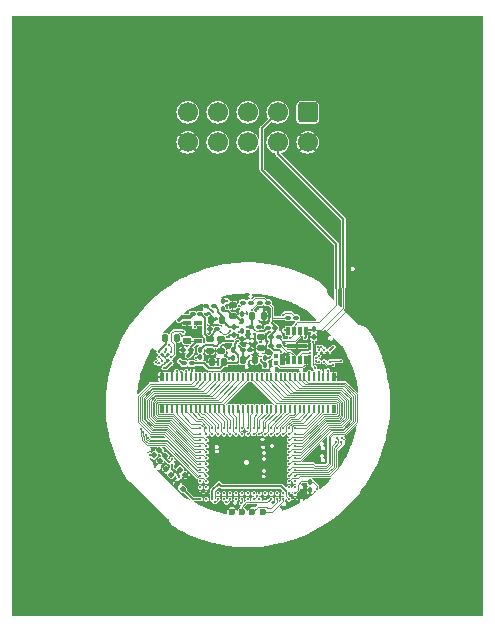
<source format=gbl>
%TF.GenerationSoftware,KiCad,Pcbnew,(6.0.0)*%
%TF.CreationDate,2022-12-06T17:03:37-05:00*%
%TF.ProjectId,headstage-64s,68656164-7374-4616-9765-2d3634732e6b,B*%
%TF.SameCoordinates,Original*%
%TF.FileFunction,Copper,L6,Bot*%
%TF.FilePolarity,Positive*%
%FSLAX46Y46*%
G04 Gerber Fmt 4.6, Leading zero omitted, Abs format (unit mm)*
G04 Created by KiCad (PCBNEW (6.0.0)) date 2022-12-06 17:03:37*
%MOMM*%
%LPD*%
G01*
G04 APERTURE LIST*
G04 Aperture macros list*
%AMRoundRect*
0 Rectangle with rounded corners*
0 $1 Rounding radius*
0 $2 $3 $4 $5 $6 $7 $8 $9 X,Y pos of 4 corners*
0 Add a 4 corners polygon primitive as box body*
4,1,4,$2,$3,$4,$5,$6,$7,$8,$9,$2,$3,0*
0 Add four circle primitives for the rounded corners*
1,1,$1+$1,$2,$3*
1,1,$1+$1,$4,$5*
1,1,$1+$1,$6,$7*
1,1,$1+$1,$8,$9*
0 Add four rect primitives between the rounded corners*
20,1,$1+$1,$2,$3,$4,$5,0*
20,1,$1+$1,$4,$5,$6,$7,0*
20,1,$1+$1,$6,$7,$8,$9,0*
20,1,$1+$1,$8,$9,$2,$3,0*%
%AMFreePoly0*
4,1,6,0.350000,-0.250000,-0.225000,-0.250000,-0.350000,-0.125000,-0.350000,0.250000,0.350000,0.250000,0.350000,-0.250000,0.350000,-0.250000,$1*%
G04 Aperture macros list end*
%TA.AperFunction,SMDPad,CuDef*%
%ADD10RoundRect,0.100000X-0.130000X-0.100000X0.130000X-0.100000X0.130000X0.100000X-0.130000X0.100000X0*%
%TD*%
%TA.AperFunction,ComponentPad*%
%ADD11RoundRect,0.250000X-0.600000X0.600000X-0.600000X-0.600000X0.600000X-0.600000X0.600000X0.600000X0*%
%TD*%
%TA.AperFunction,ComponentPad*%
%ADD12C,1.700000*%
%TD*%
%TA.AperFunction,SMDPad,CuDef*%
%ADD13C,0.600000*%
%TD*%
%TA.AperFunction,SMDPad,CuDef*%
%ADD14RoundRect,0.100000X-0.100000X0.130000X-0.100000X-0.130000X0.100000X-0.130000X0.100000X0.130000X0*%
%TD*%
%TA.AperFunction,SMDPad,CuDef*%
%ADD15RoundRect,0.100000X-0.021213X-0.162635X0.162635X0.021213X0.021213X0.162635X-0.162635X-0.021213X0*%
%TD*%
%TA.AperFunction,SMDPad,CuDef*%
%ADD16R,0.400000X0.460000*%
%TD*%
%TA.AperFunction,SMDPad,CuDef*%
%ADD17RoundRect,0.100000X0.021213X0.162635X-0.162635X-0.021213X-0.021213X-0.162635X0.162635X0.021213X0*%
%TD*%
%TA.AperFunction,SMDPad,CuDef*%
%ADD18RoundRect,0.140000X0.170000X-0.140000X0.170000X0.140000X-0.170000X0.140000X-0.170000X-0.140000X0*%
%TD*%
%TA.AperFunction,SMDPad,CuDef*%
%ADD19RoundRect,0.140000X0.140000X0.170000X-0.140000X0.170000X-0.140000X-0.170000X0.140000X-0.170000X0*%
%TD*%
%TA.AperFunction,SMDPad,CuDef*%
%ADD20C,0.250000*%
%TD*%
%TA.AperFunction,SMDPad,CuDef*%
%ADD21R,0.300000X0.650000*%
%TD*%
%TA.AperFunction,SMDPad,CuDef*%
%ADD22R,1.700000X0.300000*%
%TD*%
%TA.AperFunction,SMDPad,CuDef*%
%ADD23RoundRect,0.100000X0.130000X0.100000X-0.130000X0.100000X-0.130000X-0.100000X0.130000X-0.100000X0*%
%TD*%
%TA.AperFunction,SMDPad,CuDef*%
%ADD24RoundRect,0.140000X-0.140000X-0.170000X0.140000X-0.170000X0.140000X0.170000X-0.140000X0.170000X0*%
%TD*%
%TA.AperFunction,SMDPad,CuDef*%
%ADD25RoundRect,0.140000X-0.170000X0.140000X-0.170000X-0.140000X0.170000X-0.140000X0.170000X0.140000X0*%
%TD*%
%TA.AperFunction,SMDPad,CuDef*%
%ADD26RoundRect,0.100000X0.100000X-0.130000X0.100000X0.130000X-0.100000X0.130000X-0.100000X-0.130000X0*%
%TD*%
%TA.AperFunction,SMDPad,CuDef*%
%ADD27RoundRect,0.100000X0.162635X-0.021213X-0.021213X0.162635X-0.162635X0.021213X0.021213X-0.162635X0*%
%TD*%
%TA.AperFunction,SMDPad,CuDef*%
%ADD28RoundRect,0.100000X-0.162635X0.021213X0.021213X-0.162635X0.162635X-0.021213X-0.021213X0.162635X0*%
%TD*%
%TA.AperFunction,SMDPad,CuDef*%
%ADD29C,0.200000*%
%TD*%
%TA.AperFunction,SMDPad,CuDef*%
%ADD30R,0.230000X0.660000*%
%TD*%
%TA.AperFunction,SMDPad,CuDef*%
%ADD31R,0.350000X0.660000*%
%TD*%
%TA.AperFunction,SMDPad,CuDef*%
%ADD32FreePoly0,0.000000*%
%TD*%
%TA.AperFunction,SMDPad,CuDef*%
%ADD33R,0.700000X0.400000*%
%TD*%
%TA.AperFunction,ViaPad*%
%ADD34C,0.200000*%
%TD*%
%TA.AperFunction,ViaPad*%
%ADD35C,0.300000*%
%TD*%
%TA.AperFunction,Conductor*%
%ADD36C,0.076200*%
%TD*%
%TA.AperFunction,Conductor*%
%ADD37C,0.100000*%
%TD*%
%TA.AperFunction,Conductor*%
%ADD38C,0.150000*%
%TD*%
%TA.AperFunction,Conductor*%
%ADD39C,0.300000*%
%TD*%
%TA.AperFunction,Conductor*%
%ADD40C,0.200000*%
%TD*%
G04 APERTURE END LIST*
D10*
%TO.P,R14,1*%
%TO.N,+1V8*%
X126950000Y-55650000D03*
%TO.P,R14,2*%
%TO.N,/FPGA/~{CS}_{Flash}*%
X127590000Y-55650000D03*
%TD*%
D11*
%TO.P,J3,1,Pin_1*%
%TO.N,/FPGA/DO_{Flash}{slash}TCK*%
X128580000Y-38247500D03*
D12*
%TO.P,J3,2,Pin_2*%
%TO.N,GND*%
X128580000Y-40787500D03*
%TO.P,J3,3,Pin_3*%
%TO.N,/FPGA/SCLK_{Flash}{slash}TDO*%
X126040000Y-38247500D03*
%TO.P,J3,4,Pin_4*%
%TO.N,+1V8*%
X126040000Y-40787500D03*
%TO.P,J3,5,Pin_5*%
%TO.N,/FPGA/DI_{Flash}{slash}TMS*%
X123500000Y-38247500D03*
%TO.P,J3,6,Pin_6*%
%TO.N,/FPGA/~{CS}_{Flash}*%
X123500000Y-40787500D03*
%TO.P,J3,7,Pin_7*%
%TO.N,unconnected-(J3-Pad7)*%
X120960000Y-38247500D03*
%TO.P,J3,8,Pin_8*%
%TO.N,/FPGA/CRESET_{B}*%
X120960000Y-40787500D03*
%TO.P,J3,9,Pin_9*%
%TO.N,/FPGA/TDI*%
X118420000Y-38247500D03*
%TO.P,J3,10,Pin_10*%
%TO.N,GND*%
X118420000Y-40787500D03*
%TD*%
D13*
%TO.P,TP3,1,1*%
%TO.N,Net-(TP3-Pad1)*%
X123908332Y-72075000D03*
%TD*%
D14*
%TO.P,R13,1*%
%TO.N,/Ref*%
X128800000Y-69580000D03*
%TO.P,R13,2*%
%TO.N,GND*%
X128800000Y-70220000D03*
%TD*%
D15*
%TO.P,L6,1,1*%
%TO.N,+4V*%
X115573726Y-67276274D03*
%TO.P,L6,2,2*%
%TO.N,Net-(C28-Pad1)*%
X116026274Y-66823726D03*
%TD*%
D16*
%TO.P,JP1,1,A*%
%TO.N,Net-(JP1-Pad1)*%
X125900000Y-59490000D03*
%TO.P,JP1,2,B*%
%TO.N,/FPGA/~{CS}_{Flash}*%
X125900000Y-58910000D03*
%TD*%
D14*
%TO.P,C43,1*%
%TO.N,+1V2*%
X123030000Y-56770000D03*
%TO.P,C43,2*%
%TO.N,GND*%
X123030000Y-57410000D03*
%TD*%
D17*
%TO.P,C28,1*%
%TO.N,Net-(C28-Pad1)*%
X116526274Y-67323726D03*
%TO.P,C28,2*%
%TO.N,GND*%
X116073726Y-67776274D03*
%TD*%
D18*
%TO.P,C52,1*%
%TO.N,Net-(C44-Pad1)*%
X122225000Y-55530000D03*
%TO.P,C52,2*%
%TO.N,GND*%
X122225000Y-54570000D03*
%TD*%
D19*
%TO.P,C54,1*%
%TO.N,Net-(C46-Pad1)*%
X121480000Y-59410000D03*
%TO.P,C54,2*%
%TO.N,GND*%
X120520000Y-59410000D03*
%TD*%
D20*
%TO.P,U2,A1,AVDD*%
%TO.N,Net-(C23-Pad1)*%
X116000000Y-58500000D03*
%TO.P,U2,A2,IIN+*%
%TO.N,/3D Pose/PD_{0}+*%
X116000000Y-59000000D03*
%TO.P,U2,A3,IIN-*%
%TO.N,/3D Pose/PD_{0}-*%
X116000000Y-59500000D03*
%TO.P,U2,B1,RBIAS*%
%TO.N,Net-(R16-Pad2)*%
X116500000Y-58500000D03*
%TO.P,U2,B2,AVSS*%
%TO.N,GND*%
X116500000Y-59000000D03*
%TO.P,U2,B3,AVSS*%
X116500000Y-59500000D03*
%TO.P,U2,C1,D/CFGDATA*%
%TO.N,/3D Pose/Data_{0}*%
X117000000Y-58500000D03*
%TO.P,U2,C2,E/CFGCLK*%
%TO.N,/3D Pose/Env_{0}*%
X117000000Y-59000000D03*
%TO.P,U2,C3,DVDD*%
%TO.N,+3V3*%
X117000000Y-59500000D03*
%TD*%
D21*
%TO.P,U11,1,~{CS}*%
%TO.N,Net-(JP1-Pad1)*%
X128400000Y-59250000D03*
%TO.P,U11,2,DO/IO_{1}*%
%TO.N,/FPGA/DO_{Flash}{slash}TCK*%
X127900000Y-59250000D03*
%TO.P,U11,3,~{WP}/IO_{2}*%
%TO.N,Net-(R22-Pad2)*%
X127400000Y-59250000D03*
%TO.P,U11,4,GND*%
%TO.N,GND*%
X126900000Y-59250000D03*
%TO.P,U11,5,DI/IO_{0}*%
%TO.N,/FPGA/DI_{Flash}{slash}TMS*%
X126900000Y-56750000D03*
%TO.P,U11,6,CLK*%
%TO.N,/FPGA/SCLK_{Flash}{slash}TDO*%
X127400000Y-56750000D03*
%TO.P,U11,7,~{HOLD}/IO_{3}*%
%TO.N,Net-(R21-Pad2)*%
X127900000Y-56750000D03*
%TO.P,U11,8,VCC*%
%TO.N,+1V8*%
X128400000Y-56750000D03*
D22*
%TO.P,U11,9,GND*%
%TO.N,GND*%
X127650000Y-58000000D03*
%TD*%
D23*
%TO.P,R2,1*%
%TO.N,+1V8*%
X123745000Y-54350000D03*
%TO.P,R2,2*%
%TO.N,/FPGA/SCL_{Ser}*%
X123105000Y-54350000D03*
%TD*%
D24*
%TO.P,C55,1*%
%TO.N,Net-(C47-Pad1)*%
X123900000Y-55500000D03*
%TO.P,C55,2*%
%TO.N,GND*%
X124860000Y-55500000D03*
%TD*%
D14*
%TO.P,L10,1,1*%
%TO.N,Net-(C51-Pad1)*%
X119500000Y-58330000D03*
%TO.P,L10,2,2*%
%TO.N,+2V5*%
X119500000Y-58970000D03*
%TD*%
D23*
%TO.P,L13,1,1*%
%TO.N,Net-(C46-Pad1)*%
X118745000Y-59500000D03*
%TO.P,L13,2,2*%
%TO.N,+1V2*%
X118105000Y-59500000D03*
%TD*%
D10*
%TO.P,R22,1*%
%TO.N,+1V8*%
X125480000Y-58000000D03*
%TO.P,R22,2*%
%TO.N,Net-(R22-Pad2)*%
X126120000Y-58000000D03*
%TD*%
%TO.P,C45,1*%
%TO.N,Net-(C45-Pad1)*%
X123080000Y-58400000D03*
%TO.P,C45,2*%
%TO.N,GND*%
X123720000Y-58400000D03*
%TD*%
D23*
%TO.P,L16,1,1*%
%TO.N,Net-(C49-Pad1)*%
X119470000Y-55350000D03*
%TO.P,L16,2,2*%
%TO.N,+3V3*%
X118830000Y-55350000D03*
%TD*%
D24*
%TO.P,C23,1*%
%TO.N,Net-(C23-Pad1)*%
X116520000Y-57350000D03*
%TO.P,C23,2*%
%TO.N,GND*%
X117480000Y-57350000D03*
%TD*%
D25*
%TO.P,C57,1*%
%TO.N,Net-(C49-Pad1)*%
X120300000Y-57470000D03*
%TO.P,C57,2*%
%TO.N,GND*%
X120300000Y-58430000D03*
%TD*%
D13*
%TO.P,TP5,1,1*%
%TO.N,Net-(TP5-Pad1)*%
X124775000Y-72075000D03*
%TD*%
D23*
%TO.P,C49,1*%
%TO.N,Net-(C49-Pad1)*%
X120945000Y-56600000D03*
%TO.P,C49,2*%
%TO.N,GND*%
X120305000Y-56600000D03*
%TD*%
D10*
%TO.P,C47,1*%
%TO.N,Net-(C47-Pad1)*%
X123780000Y-56400000D03*
%TO.P,C47,2*%
%TO.N,GND*%
X124420000Y-56400000D03*
%TD*%
D25*
%TO.P,C51,1*%
%TO.N,Net-(C51-Pad1)*%
X121250000Y-57470000D03*
%TO.P,C51,2*%
%TO.N,GND*%
X121250000Y-58430000D03*
%TD*%
D19*
%TO.P,C56,1*%
%TO.N,Net-(C48-Pad1)*%
X121330000Y-55800000D03*
%TO.P,C56,2*%
%TO.N,GND*%
X120370000Y-55800000D03*
%TD*%
D26*
%TO.P,C44,1*%
%TO.N,Net-(C44-Pad1)*%
X123050000Y-55920000D03*
%TO.P,C44,2*%
%TO.N,GND*%
X123050000Y-55280000D03*
%TD*%
D14*
%TO.P,C48,1*%
%TO.N,Net-(C48-Pad1)*%
X122330000Y-56430000D03*
%TO.P,C48,2*%
%TO.N,GND*%
X122330000Y-57070000D03*
%TD*%
D20*
%TO.P,U1,A1,Elec16*%
%TO.N,/Ephys/Elec16*%
X127500000Y-65000000D03*
%TO.P,U1,A2,Elec18*%
%TO.N,/Ephys/Elec18*%
X127000000Y-65000000D03*
%TO.P,U1,A3,Elec20*%
%TO.N,/Ephys/Elec20*%
X126500000Y-65000000D03*
%TO.P,U1,A4,Elec22*%
%TO.N,/Ephys/Elec22*%
X126000000Y-65000000D03*
%TO.P,U1,A5,Elec24*%
%TO.N,/Ephys/Elec24*%
X125500000Y-65000000D03*
%TO.P,U1,A6,Elec26*%
%TO.N,/Ephys/Elec26*%
X125000000Y-65000000D03*
%TO.P,U1,A7,Elec28*%
%TO.N,/Ephys/Elec28*%
X124500000Y-65000000D03*
%TO.P,U1,A8,Elec30*%
%TO.N,/Ephys/Elec30*%
X124000000Y-65000000D03*
%TO.P,U1,A9,Elec32*%
%TO.N,/Ephys/Elec32*%
X123500000Y-65000000D03*
%TO.P,U1,A10,Elec33*%
%TO.N,/Ephys/Elec33*%
X123000000Y-65000000D03*
%TO.P,U1,A11,Elec35*%
%TO.N,/Ephys/Elec35*%
X122500000Y-65000000D03*
%TO.P,U1,A12,Elec37*%
%TO.N,/Ephys/Elec37*%
X122000000Y-65000000D03*
%TO.P,U1,A13,Elec39*%
%TO.N,/Ephys/Elec39*%
X121500000Y-65000000D03*
%TO.P,U1,A14,Elec41*%
%TO.N,/Ephys/Elec41*%
X121000000Y-65000000D03*
%TO.P,U1,A15,Elec43*%
%TO.N,/Ephys/Elec43*%
X120500000Y-65000000D03*
%TO.P,U1,A16,Elec45*%
%TO.N,/Ephys/Elec45*%
X120000000Y-65000000D03*
%TO.P,U1,A17,Elec47*%
%TO.N,/Ephys/Elec47*%
X119500000Y-65000000D03*
%TO.P,U1,B1,Elec15*%
%TO.N,/Ephys/Elec15*%
X127500000Y-65500000D03*
%TO.P,U1,B2,Elec17*%
%TO.N,/Ephys/Elec17*%
X127000000Y-65500000D03*
%TO.P,U1,B3,Elec19*%
%TO.N,/Ephys/Elec19*%
X126500000Y-65500000D03*
%TO.P,U1,B4,Elec21*%
%TO.N,/Ephys/Elec21*%
X126000000Y-65500000D03*
%TO.P,U1,B5,Elec23*%
%TO.N,/Ephys/Elec23*%
X125500000Y-65500000D03*
%TO.P,U1,B6,Elec25*%
%TO.N,/Ephys/Elec25*%
X125000000Y-65500000D03*
%TO.P,U1,B7,Elec27*%
%TO.N,/Ephys/Elec27*%
X124500000Y-65500000D03*
%TO.P,U1,B8,Elec29*%
%TO.N,/Ephys/Elec29*%
X124000000Y-65500000D03*
%TO.P,U1,B9,Elec31*%
%TO.N,/Ephys/Elec31*%
X123500000Y-65500000D03*
%TO.P,U1,B10,Elec34*%
%TO.N,/Ephys/Elec34*%
X123000000Y-65500000D03*
%TO.P,U1,B11,Elec36*%
%TO.N,/Ephys/Elec36*%
X122500000Y-65500000D03*
%TO.P,U1,B12,Elec38*%
%TO.N,/Ephys/Elec38*%
X122000000Y-65500000D03*
%TO.P,U1,B13,Elec40*%
%TO.N,/Ephys/Elec40*%
X121500000Y-65500000D03*
%TO.P,U1,B14,Elec42*%
%TO.N,/Ephys/Elec42*%
X121000000Y-65500000D03*
%TO.P,U1,B15,Elec44*%
%TO.N,/Ephys/Elec44*%
X120500000Y-65500000D03*
%TO.P,U1,B16,Elec46*%
%TO.N,/Ephys/Elec46*%
X120000000Y-65500000D03*
%TO.P,U1,B17,Elec48*%
%TO.N,/Ephys/Elec48*%
X119500000Y-65500000D03*
%TO.P,U1,C1,Elec13*%
%TO.N,/Ephys/Elec13*%
X127500000Y-66000000D03*
%TO.P,U1,C2,Elec14*%
%TO.N,/Ephys/Elec14*%
X127000000Y-66000000D03*
%TO.P,U1,C16,Elec49*%
%TO.N,/Ephys/Elec49*%
X120000000Y-66000000D03*
%TO.P,U1,C17,Elec50*%
%TO.N,/Ephys/Elec50*%
X119500000Y-66000000D03*
%TO.P,U1,D1,Elec11*%
%TO.N,/Ephys/Elec11*%
X127500000Y-66500000D03*
%TO.P,U1,D2,Elec12*%
%TO.N,/Ephys/Elec12*%
X127000000Y-66500000D03*
%TO.P,U1,D16,Elec51*%
%TO.N,/Ephys/Elec51*%
X120000000Y-66500000D03*
%TO.P,U1,D17,Elec52*%
%TO.N,/Ephys/Elec52*%
X119500000Y-66500000D03*
%TO.P,U1,E1,Elec9*%
%TO.N,/Ephys/Elec9*%
X127500000Y-67000000D03*
%TO.P,U1,E2,Elec10*%
%TO.N,/Ephys/Elec10*%
X127000000Y-67000000D03*
%TO.P,U1,E16,Elec53*%
%TO.N,/Ephys/Elec53*%
X120000000Y-67000000D03*
%TO.P,U1,E17,Elec54*%
%TO.N,/Ephys/Elec54*%
X119500000Y-67000000D03*
%TO.P,U1,F1,Elec7*%
%TO.N,/Ephys/Elec7*%
X127500000Y-67500000D03*
%TO.P,U1,F2,Elec8*%
%TO.N,/Ephys/Elec8*%
X127000000Y-67500000D03*
%TO.P,U1,F16,Elec55*%
%TO.N,/Ephys/Elec55*%
X120000000Y-67500000D03*
%TO.P,U1,F17,Elec56*%
%TO.N,/Ephys/Elec56*%
X119500000Y-67500000D03*
%TO.P,U1,G1,Elec5*%
%TO.N,/Ephys/Elec5*%
X127500000Y-68000000D03*
%TO.P,U1,G2,Elec6*%
%TO.N,/Ephys/Elec6*%
X127000000Y-68000000D03*
%TO.P,U1,G16,Elec57*%
%TO.N,/Ephys/Elec57*%
X120000000Y-68000000D03*
%TO.P,U1,G17,Elec58*%
%TO.N,/Ephys/Elec58*%
X119500000Y-68000000D03*
%TO.P,U1,H1,Elec3*%
%TO.N,/Ephys/Elec3*%
X127500000Y-68500000D03*
%TO.P,U1,H2,Elec4*%
%TO.N,/Ephys/Elec4*%
X127000000Y-68500000D03*
%TO.P,U1,H16,Elec59*%
%TO.N,/Ephys/Elec59*%
X120000000Y-68500000D03*
%TO.P,U1,H17,Elec60*%
%TO.N,/Ephys/Elec60*%
X119500000Y-68500000D03*
%TO.P,U1,J1,Elec1*%
%TO.N,/Ephys/Elec1*%
X127500000Y-69000000D03*
%TO.P,U1,J2,Elec2*%
%TO.N,/Ephys/Elec2*%
X127000000Y-69000000D03*
%TO.P,U1,J16,Elec61*%
%TO.N,/Ephys/Elec61*%
X120000000Y-69000000D03*
%TO.P,U1,J17,Elec62*%
%TO.N,/Ephys/Elec62*%
X119500000Y-69000000D03*
%TO.P,U1,K1*%
%TO.N,N/C*%
X127500000Y-69500000D03*
%TO.P,U1,K2,Elec0*%
%TO.N,/Ephys/Elec0*%
X127000000Y-69500000D03*
%TO.P,U1,K16,Elec63*%
%TO.N,/Ephys/Elec63*%
X120000000Y-69500000D03*
%TO.P,U1,K17*%
%TO.N,N/C*%
X119500000Y-69500000D03*
%TO.P,U1,L1*%
X127500000Y-70000000D03*
%TO.P,U1,L2*%
X127000000Y-70000000D03*
%TO.P,U1,L16*%
X120000000Y-70000000D03*
%TO.P,U1,L17,ElecTest*%
%TO.N,unconnected-(U1-PadL17)*%
X119500000Y-70000000D03*
%TO.P,U1,M1,ElecRef*%
%TO.N,/Ref*%
X127500000Y-70500000D03*
%TO.P,U1,M2,VESD*%
%TO.N,GND*%
X127000000Y-70500000D03*
%TO.P,U1,M3*%
%TO.N,N/C*%
X126500000Y-70500000D03*
%TO.P,U1,M4*%
X126000000Y-70500000D03*
%TO.P,U1,M5*%
X125500000Y-70500000D03*
%TO.P,U1,M6*%
X125000000Y-70500000D03*
%TO.P,U1,M7*%
X124500000Y-70500000D03*
%TO.P,U1,M8*%
X124000000Y-70500000D03*
%TO.P,U1,M9*%
X123500000Y-70500000D03*
%TO.P,U1,M10*%
X123000000Y-70500000D03*
%TO.P,U1,M11*%
X122500000Y-70500000D03*
%TO.P,U1,M12*%
X122000000Y-70500000D03*
%TO.P,U1,M13*%
X121500000Y-70500000D03*
%TO.P,U1,M14*%
X121000000Y-70500000D03*
%TO.P,U1,M15,VDD*%
%TO.N,+3.3VA*%
X120500000Y-70500000D03*
%TO.P,U1,M16,LVDSEn*%
%TO.N,GND*%
X120000000Y-70500000D03*
%TO.P,U1,M17,GND*%
X119500000Y-70500000D03*
%TO.P,U1,N1,GND*%
X127500000Y-71000000D03*
%TO.P,U1,N2,VDD*%
%TO.N,+3.3VA*%
X127000000Y-71000000D03*
%TO.P,U1,N3,AUXIN1*%
%TO.N,Net-(TP5-Pad1)*%
X126500000Y-71000000D03*
%TO.P,U1,N4,AUXIN2*%
%TO.N,Net-(TP3-Pad1)*%
X126000000Y-71000000D03*
%TO.P,U1,N5,AUXIN3*%
%TO.N,Net-(TP1-Pad1)*%
X125500000Y-71000000D03*
%TO.P,U1,N6,GND*%
%TO.N,GND*%
X125000000Y-71000000D03*
%TO.P,U1,N7,~{CS-}*%
%TO.N,unconnected-(U1-PadN7)*%
X124500000Y-71000000D03*
%TO.P,U1,N8,~{CS+}*%
%TO.N,/Ephys/~{CS}*%
X124000000Y-71000000D03*
%TO.P,U1,N9,SCLK-*%
%TO.N,unconnected-(U1-PadN9)*%
X123500000Y-71000000D03*
%TO.P,U1,N10,SCLK+*%
%TO.N,/Ephys/SCLK*%
X123000000Y-71000000D03*
%TO.P,U1,N11,MOSI-*%
%TO.N,unconnected-(U1-PadN11)*%
X122500000Y-71000000D03*
%TO.P,U1,N12,MOSI+*%
%TO.N,/Ephys/MOSI*%
X122000000Y-71000000D03*
%TO.P,U1,N13,MISO-*%
%TO.N,unconnected-(U1-PadN13)*%
X121500000Y-71000000D03*
%TO.P,U1,N14,MISO+*%
%TO.N,/Ephys/MISO*%
X121000000Y-71000000D03*
%TO.P,U1,N15,VDD*%
%TO.N,+3.3VA*%
X120500000Y-71000000D03*
%TO.P,U1,N16,AUXOUT*%
%TO.N,unconnected-(U1-PadN16)*%
X120000000Y-71000000D03*
%TO.P,U1,N17,ADCRef*%
%TO.N,Net-(C22-Pad1)*%
X119500000Y-71000000D03*
%TD*%
D23*
%TO.P,R1,1*%
%TO.N,+1V8*%
X125195000Y-54350000D03*
%TO.P,R1,2*%
%TO.N,/FPGA/SDA_{Ser}*%
X124555000Y-54350000D03*
%TD*%
D13*
%TO.P,TP1,1,1*%
%TO.N,Net-(TP1-Pad1)*%
X123041666Y-72075000D03*
%TD*%
D26*
%TO.P,L12,1,1*%
%TO.N,Net-(C45-Pad1)*%
X125000000Y-59670000D03*
%TO.P,L12,2,2*%
%TO.N,+1V2*%
X125000000Y-59030000D03*
%TD*%
D14*
%TO.P,C42,1*%
%TO.N,+1V8*%
X129100000Y-56630000D03*
%TO.P,C42,2*%
%TO.N,GND*%
X129100000Y-57270000D03*
%TD*%
D23*
%TO.P,C58,1*%
%TO.N,+1V8*%
X118695000Y-58350000D03*
%TO.P,C58,2*%
%TO.N,GND*%
X118055000Y-58350000D03*
%TD*%
D26*
%TO.P,L11,1,1*%
%TO.N,Net-(C44-Pad1)*%
X121375000Y-54895000D03*
%TO.P,L11,2,2*%
%TO.N,+1V2*%
X121375000Y-54255000D03*
%TD*%
D27*
%TO.P,C30,1*%
%TO.N,+3.3VA*%
X117026274Y-68926274D03*
%TO.P,C30,2*%
%TO.N,GND*%
X116573726Y-68473726D03*
%TD*%
D23*
%TO.P,L15,1,1*%
%TO.N,Net-(C48-Pad1)*%
X120650000Y-54610000D03*
%TO.P,L15,2,2*%
%TO.N,+1V8*%
X120010000Y-54610000D03*
%TD*%
D28*
%TO.P,C19,1*%
%TO.N,+3.3VA*%
X117773726Y-68498726D03*
%TO.P,C19,2*%
%TO.N,GND*%
X118226274Y-68951274D03*
%TD*%
D20*
%TO.P,U6,A1,AVDD*%
%TO.N,Net-(C25-Pad1)*%
X129500000Y-59350000D03*
%TO.P,U6,A2,IIN+*%
%TO.N,/3D Pose/PD_{1}+*%
X130000000Y-59350000D03*
%TO.P,U6,A3,IIN-*%
%TO.N,/3D Pose/PD_{1}-*%
X130500000Y-59350000D03*
%TO.P,U6,B1,RBIAS*%
%TO.N,Net-(R17-Pad2)*%
X129500000Y-58850000D03*
%TO.P,U6,B2,AVSS*%
%TO.N,GND*%
X130000000Y-58850000D03*
%TO.P,U6,B3,AVSS*%
X130500000Y-58850000D03*
%TO.P,U6,C1,D/CFGDATA*%
%TO.N,/3D Pose/Data_{1}*%
X129500000Y-58350000D03*
%TO.P,U6,C2,E/CFGCLK*%
%TO.N,/3D Pose/Env_{1}*%
X130000000Y-58350000D03*
%TO.P,U6,C3,DVDD*%
%TO.N,+3V3*%
X130500000Y-58350000D03*
%TD*%
D24*
%TO.P,C53,1*%
%TO.N,Net-(C45-Pad1)*%
X123120000Y-59250000D03*
%TO.P,C53,2*%
%TO.N,GND*%
X124080000Y-59250000D03*
%TD*%
D25*
%TO.P,C50,1*%
%TO.N,+1V2*%
X124590000Y-57280000D03*
%TO.P,C50,2*%
%TO.N,GND*%
X124590000Y-58240000D03*
%TD*%
D29*
%TO.P,U13,A1,VIN*%
%TO.N,Net-(C28-Pad1)*%
X116852513Y-67850000D03*
%TO.P,U13,A2,VOUT*%
%TO.N,+3.3VA*%
X117100000Y-68097487D03*
%TO.P,U13,B1,EN*%
%TO.N,Net-(C28-Pad1)*%
X117100000Y-67602513D03*
%TO.P,U13,B2,GND*%
%TO.N,GND*%
X117347487Y-67850000D03*
%TD*%
D30*
%TO.P,J2,1,Pin_1*%
%TO.N,unconnected-(J2-Pad1)*%
X130300000Y-63355000D03*
%TO.P,J2,2,Pin_2*%
%TO.N,/Ref*%
X130300000Y-60645000D03*
%TO.P,J2,3,Pin_3*%
%TO.N,/Ephys/Elec16*%
X129900000Y-63355000D03*
%TO.P,J2,4,Pin_4*%
%TO.N,/Ephys/Elec0*%
X129900000Y-60645000D03*
%TO.P,J2,5,Pin_5*%
%TO.N,/Ephys/Elec17*%
X129500000Y-63355000D03*
%TO.P,J2,6,Pin_6*%
%TO.N,/Ephys/Elec1*%
X129500000Y-60645000D03*
%TO.P,J2,7,Pin_7*%
%TO.N,/Ephys/Elec18*%
X129100000Y-63355000D03*
%TO.P,J2,8,Pin_8*%
%TO.N,/Ephys/Elec2*%
X129100000Y-60645000D03*
%TO.P,J2,9,Pin_9*%
%TO.N,/Ephys/Elec19*%
X128700000Y-63355000D03*
%TO.P,J2,10,Pin_10*%
%TO.N,/Ephys/Elec3*%
X128700000Y-60645000D03*
%TO.P,J2,11,Pin_11*%
%TO.N,/Ephys/Elec20*%
X128300000Y-63355000D03*
%TO.P,J2,12,Pin_12*%
%TO.N,/Ephys/Elec4*%
X128300000Y-60645000D03*
%TO.P,J2,13,Pin_13*%
%TO.N,/Ephys/Elec21*%
X127900000Y-63355000D03*
%TO.P,J2,14,Pin_14*%
%TO.N,/Ephys/Elec5*%
X127900000Y-60645000D03*
%TO.P,J2,15,Pin_15*%
%TO.N,/Ephys/Elec22*%
X127500000Y-63355000D03*
%TO.P,J2,16,Pin_16*%
%TO.N,/Ephys/Elec6*%
X127500000Y-60645000D03*
%TO.P,J2,17,Pin_17*%
%TO.N,/Ephys/Elec23*%
X127100000Y-63355000D03*
%TO.P,J2,18,Pin_18*%
%TO.N,/Ephys/Elec7*%
X127100000Y-60645000D03*
%TO.P,J2,19,Pin_19*%
%TO.N,/Ephys/Elec24*%
X126700000Y-63355000D03*
%TO.P,J2,20,Pin_20*%
%TO.N,/Ephys/Elec8*%
X126700000Y-60645000D03*
%TO.P,J2,21,Pin_21*%
%TO.N,/Ephys/Elec25*%
X126300000Y-63355000D03*
%TO.P,J2,22,Pin_22*%
%TO.N,/Ephys/Elec9*%
X126300000Y-60645000D03*
%TO.P,J2,23,Pin_23*%
%TO.N,/Ephys/Elec26*%
X125900000Y-63355000D03*
%TO.P,J2,24,Pin_24*%
%TO.N,/Ephys/Elec10*%
X125900000Y-60645000D03*
%TO.P,J2,25,Pin_25*%
%TO.N,/Ephys/Elec27*%
X125500000Y-63355000D03*
%TO.P,J2,26,Pin_26*%
%TO.N,/Ephys/Elec11*%
X125500000Y-60645000D03*
%TO.P,J2,27,Pin_27*%
%TO.N,/Ephys/Elec28*%
X125100000Y-63355000D03*
%TO.P,J2,28,Pin_28*%
%TO.N,/Ephys/Elec12*%
X125100000Y-60645000D03*
%TO.P,J2,29,Pin_29*%
%TO.N,/Ephys/Elec29*%
X124700000Y-63355000D03*
%TO.P,J2,30,Pin_30*%
%TO.N,/Ephys/Elec13*%
X124700000Y-60645000D03*
%TO.P,J2,31,Pin_31*%
%TO.N,/Ephys/Elec30*%
X124300000Y-63355000D03*
%TO.P,J2,32,Pin_32*%
%TO.N,/Ephys/Elec14*%
X124300000Y-60645000D03*
%TO.P,J2,33,Pin_33*%
%TO.N,/Ephys/Elec31*%
X123900000Y-63355000D03*
%TO.P,J2,34,Pin_34*%
%TO.N,/Ephys/Elec15*%
X123900000Y-60645000D03*
%TO.P,J2,35,Pin_35*%
%TO.N,/Ephys/Elec32*%
X123500000Y-63355000D03*
%TO.P,J2,36,Pin_36*%
%TO.N,/Ephys/Elec48*%
X123500000Y-60645000D03*
%TO.P,J2,37,Pin_37*%
%TO.N,/Ephys/Elec33*%
X123100000Y-63355000D03*
%TO.P,J2,38,Pin_38*%
%TO.N,/Ephys/Elec49*%
X123100000Y-60645000D03*
%TO.P,J2,39,Pin_39*%
%TO.N,/Ephys/Elec34*%
X122700000Y-63355000D03*
%TO.P,J2,40,Pin_40*%
%TO.N,/Ephys/Elec50*%
X122700000Y-60645000D03*
%TO.P,J2,41,Pin_41*%
%TO.N,/Ephys/Elec35*%
X122300000Y-63355000D03*
%TO.P,J2,42,Pin_42*%
%TO.N,/Ephys/Elec51*%
X122300000Y-60645000D03*
%TO.P,J2,43,Pin_43*%
%TO.N,/Ephys/Elec36*%
X121900000Y-63355000D03*
%TO.P,J2,44,Pin_44*%
%TO.N,/Ephys/Elec52*%
X121900000Y-60645000D03*
%TO.P,J2,45,Pin_45*%
%TO.N,/Ephys/Elec37*%
X121500000Y-63355000D03*
%TO.P,J2,46,Pin_46*%
%TO.N,/Ephys/Elec53*%
X121500000Y-60645000D03*
%TO.P,J2,47,Pin_47*%
%TO.N,/Ephys/Elec38*%
X121100000Y-63355000D03*
%TO.P,J2,48,Pin_48*%
%TO.N,/Ephys/Elec54*%
X121100000Y-60645000D03*
%TO.P,J2,49,Pin_49*%
%TO.N,/Ephys/Elec39*%
X120700000Y-63355000D03*
%TO.P,J2,50,Pin_50*%
%TO.N,/Ephys/Elec55*%
X120700000Y-60645000D03*
%TO.P,J2,51,Pin_51*%
%TO.N,/Ephys/Elec40*%
X120300000Y-63355000D03*
%TO.P,J2,52,Pin_52*%
%TO.N,/Ephys/Elec56*%
X120300000Y-60645000D03*
%TO.P,J2,53,Pin_53*%
%TO.N,/Ephys/Elec41*%
X119900000Y-63355000D03*
%TO.P,J2,54,Pin_54*%
%TO.N,/Ephys/Elec57*%
X119900000Y-60645000D03*
%TO.P,J2,55,Pin_55*%
%TO.N,/Ephys/Elec42*%
X119500000Y-63355000D03*
%TO.P,J2,56,Pin_56*%
%TO.N,/Ephys/Elec58*%
X119500000Y-60645000D03*
%TO.P,J2,57,Pin_57*%
%TO.N,/Ephys/Elec43*%
X119100000Y-63355000D03*
%TO.P,J2,58,Pin_58*%
%TO.N,/Ephys/Elec59*%
X119100000Y-60645000D03*
%TO.P,J2,59,Pin_59*%
%TO.N,/Ephys/Elec44*%
X118700000Y-63355000D03*
%TO.P,J2,60,Pin_60*%
%TO.N,/Ephys/Elec60*%
X118700000Y-60645000D03*
%TO.P,J2,61,Pin_61*%
%TO.N,/Ephys/Elec45*%
X118300000Y-63355000D03*
%TO.P,J2,62,Pin_62*%
%TO.N,/Ephys/Elec61*%
X118300000Y-60645000D03*
%TO.P,J2,63,Pin_63*%
%TO.N,/Ephys/Elec46*%
X117900000Y-63355000D03*
%TO.P,J2,64,Pin_64*%
%TO.N,/Ephys/Elec62*%
X117900000Y-60645000D03*
%TO.P,J2,65,Pin_65*%
%TO.N,/Ephys/Elec47*%
X117500000Y-63355000D03*
%TO.P,J2,66,Pin_66*%
%TO.N,/Ephys/Elec63*%
X117500000Y-60645000D03*
%TO.P,J2,67,Pin_67*%
%TO.N,unconnected-(J2-Pad67)*%
X117100000Y-63355000D03*
%TO.P,J2,68,Pin_68*%
%TO.N,GND*%
X117100000Y-60645000D03*
%TO.P,J2,69,Pin_69*%
%TO.N,unconnected-(J2-Pad69)*%
X116700000Y-63355000D03*
%TO.P,J2,70,Pin_70*%
%TO.N,unconnected-(J2-Pad70)*%
X116700000Y-60645000D03*
D31*
%TO.P,J2,MP1,MountPin1*%
%TO.N,GND*%
X130775000Y-63355000D03*
%TO.P,J2,MP2,MountPin2*%
X130775000Y-60645000D03*
%TO.P,J2,MP3,MountPin3*%
X116225000Y-63355000D03*
%TO.P,J2,MP4,MountPin4*%
X116225000Y-60645000D03*
%TD*%
D27*
%TO.P,C22,1*%
%TO.N,Net-(C22-Pad1)*%
X118001274Y-70126274D03*
%TO.P,C22,2*%
%TO.N,GND*%
X117548726Y-69673726D03*
%TD*%
D32*
%TO.P,U12,1,EN*%
%TO.N,+1V8*%
X118350000Y-57575000D03*
D33*
%TO.P,U12,2,GND*%
%TO.N,GND*%
X118350000Y-56075000D03*
%TO.P,U12,3,OUT*%
%TO.N,/FPGA/CLK*%
X119300000Y-56075000D03*
%TO.P,U12,4,VCC*%
%TO.N,+1V8*%
X119300000Y-57625000D03*
%TD*%
D13*
%TO.P,TP10,1,1*%
%TO.N,GND*%
X122175000Y-72075000D03*
%TD*%
D10*
%TO.P,L14,1,1*%
%TO.N,Net-(C47-Pad1)*%
X125180000Y-56500000D03*
%TO.P,L14,2,2*%
%TO.N,+1V8*%
X125820000Y-56500000D03*
%TD*%
%TO.P,R21,1*%
%TO.N,+1V8*%
X125480000Y-57300000D03*
%TO.P,R21,2*%
%TO.N,Net-(R21-Pad2)*%
X126120000Y-57300000D03*
%TD*%
D14*
%TO.P,C46,1*%
%TO.N,Net-(C46-Pad1)*%
X122300000Y-58370000D03*
%TO.P,C46,2*%
%TO.N,GND*%
X122300000Y-59010000D03*
%TD*%
D34*
%TO.N,/FPGA/~{CS}_{Flash}*%
X126510000Y-55380000D03*
%TO.N,GND*%
X130700000Y-60125000D03*
D35*
X119500000Y-32000000D03*
D34*
X130280000Y-58600000D03*
X118500288Y-59876803D03*
X115433557Y-65722252D03*
X119950000Y-71450000D03*
X123900000Y-69400000D03*
D35*
X128500000Y-79000000D03*
D34*
X116575000Y-68025000D03*
X128400000Y-60000000D03*
X115425500Y-66663330D03*
D35*
X128575000Y-67712400D03*
D34*
X115200000Y-58775000D03*
D35*
X118500000Y-79000000D03*
D34*
X127000000Y-60100000D03*
D35*
X126300000Y-67725000D03*
D34*
X118200000Y-70700000D03*
X117540521Y-70000000D03*
D35*
X136500000Y-56000000D03*
D34*
X126175000Y-55200000D03*
X123675000Y-71525000D03*
X119101469Y-58134825D03*
X116189174Y-60913674D03*
X122000000Y-54800000D03*
X121600000Y-67600000D03*
X132496194Y-60843346D03*
X122100000Y-62725000D03*
D35*
X126310926Y-49005195D03*
X105500000Y-79000000D03*
X129325000Y-67725000D03*
D34*
X130275000Y-69375000D03*
D35*
X126500000Y-32000000D03*
D34*
X121600000Y-68600000D03*
D35*
X105500000Y-50000000D03*
D34*
X121100000Y-69300000D03*
X126300000Y-55975000D03*
D35*
X110500000Y-55000000D03*
D34*
X130050000Y-69625000D03*
X123900000Y-67900000D03*
D35*
X105500000Y-32000000D03*
D34*
X125275000Y-70750000D03*
D35*
X136500000Y-70000000D03*
X118000000Y-48500000D03*
D34*
X132600000Y-61150000D03*
X123917193Y-66770970D03*
X122198899Y-60097941D03*
X115500000Y-67750000D03*
X120400000Y-68200000D03*
X125300000Y-53900000D03*
X129851424Y-56948576D03*
X130817600Y-63125000D03*
X118550000Y-55980000D03*
X120900000Y-67400000D03*
X126700000Y-59150000D03*
X119425000Y-71325000D03*
X117675000Y-67950000D03*
X132600000Y-61600000D03*
X114510000Y-60830000D03*
X124776424Y-67898576D03*
D35*
X105500000Y-39000000D03*
D34*
X121300000Y-66600000D03*
D35*
X141500000Y-32000000D03*
D34*
X127625000Y-54700000D03*
X126600000Y-57300000D03*
X114500000Y-61300000D03*
X117777732Y-59948069D03*
X117340000Y-69230000D03*
X123225000Y-70200000D03*
X128400000Y-55300000D03*
X120950000Y-68550000D03*
X118800000Y-54900000D03*
X125276726Y-55229574D03*
X122950000Y-67875000D03*
X124910000Y-69575500D03*
X122900000Y-66900000D03*
X124725000Y-70200000D03*
X120551424Y-69248576D03*
D35*
X105500000Y-60000000D03*
D34*
X122800000Y-70725000D03*
X116150500Y-63150000D03*
X128620000Y-70780000D03*
D35*
X105500000Y-70000000D03*
D34*
X122925000Y-66000000D03*
X122725000Y-62675000D03*
D35*
X141500000Y-76000000D03*
D34*
X123892537Y-68916551D03*
X121920000Y-57950000D03*
D35*
X129350000Y-66775000D03*
D34*
X128699500Y-57738000D03*
X118475000Y-69325000D03*
X126236599Y-70744797D03*
D35*
X141500000Y-64000000D03*
D34*
X124000000Y-60100000D03*
X120752485Y-55749500D03*
X128642371Y-55574781D03*
D35*
X126325000Y-66500000D03*
D34*
X116296978Y-65722252D03*
X122800500Y-57356340D03*
X118590000Y-57120000D03*
X121600000Y-60000000D03*
X132520000Y-65100000D03*
D35*
X141500000Y-41000000D03*
D34*
X114370000Y-61740000D03*
D35*
X141500000Y-52000000D03*
D34*
X121700000Y-66900000D03*
D35*
X125285660Y-69375500D03*
X111500000Y-72000000D03*
D34*
X129700000Y-69950000D03*
X115474500Y-60922447D03*
X122125000Y-71275000D03*
X119040000Y-56990000D03*
%TO.N,+3V3*%
X130750000Y-58100000D03*
X116400000Y-59875000D03*
D35*
X117670000Y-55850000D03*
%TO.N,+1V8*%
X120600000Y-55150000D03*
D34*
X126350000Y-58550000D03*
X128370000Y-57320000D03*
X125525000Y-56050000D03*
D35*
X118470000Y-58840000D03*
D34*
%TO.N,+2V5*%
X119160000Y-59010000D03*
%TO.N,/Ref*%
X129350000Y-70175000D03*
X130300000Y-60125000D03*
D35*
%TO.N,+1V2*%
X117775000Y-59300000D03*
D34*
X125350000Y-59000000D03*
D35*
X121726213Y-54221171D03*
D34*
X124560000Y-57720000D03*
X122727602Y-56829298D03*
%TO.N,Net-(C44-Pad1)*%
X122836770Y-56052919D03*
%TO.N,Net-(C45-Pad1)*%
X123638923Y-58911077D03*
X124590000Y-59180000D03*
X122725000Y-58000000D03*
%TO.N,Net-(C46-Pad1)*%
X122648620Y-57642597D03*
%TO.N,Net-(C47-Pad1)*%
X123450000Y-56450000D03*
%TO.N,Net-(C48-Pad1)*%
X122723099Y-56423453D03*
%TO.N,Net-(C51-Pad1)*%
X122275873Y-57575288D03*
%TO.N,/FPGA/SDA_{Ser}*%
X123867484Y-54949989D03*
%TO.N,/FPGA/SCL_{Ser}*%
X122750000Y-54625000D03*
%TO.N,/FPGA/CLK*%
X119005000Y-56400000D03*
%TO.N,/FPGA/SCLK_{Flash}{slash}TDO*%
X127124406Y-57324500D03*
%TO.N,/FPGA/DI_{Flash}{slash}TMS*%
X126625000Y-56700000D03*
%TO.N,/FPGA/DO_{Flash}{slash}TCK*%
X128750000Y-58600000D03*
%TO.N,/FPGA/~{CS}_{Flash}*%
X126000000Y-58950000D03*
X129206005Y-59868200D03*
X129022174Y-57708205D03*
%TO.N,Net-(C49-Pad1)*%
X121980000Y-56750000D03*
%TO.N,+4V*%
X115225000Y-67225000D03*
%TO.N,/Ephys/~{CS}*%
X124300000Y-70725000D03*
%TO.N,/Ephys/SCLK*%
X122955862Y-71322308D03*
%TO.N,/Ephys/MISO*%
X120724500Y-71235842D03*
%TO.N,/Ephys/MOSI*%
X121675000Y-71250000D03*
%TO.N,/Ephys/Elec0*%
X131528427Y-65819483D03*
X129900000Y-60100000D03*
%TO.N,/Ephys/Elec1*%
X129499718Y-60196853D03*
X131410000Y-66130000D03*
%TO.N,/Ephys/Elec2*%
X131090780Y-65847036D03*
X129131135Y-60295193D03*
%TO.N,/Ephys/Elec3*%
X130960000Y-66160000D03*
X128700000Y-60200000D03*
%TO.N,/Ephys/Elec60*%
X115100000Y-65800000D03*
X118825000Y-60100000D03*
%TO.N,/Ephys/Elec61*%
X114886200Y-65528344D03*
X118300000Y-60150000D03*
%TO.N,/Ephys/Elec62*%
X117891669Y-60225053D03*
X114672400Y-65300000D03*
%TO.N,/Ephys/Elec63*%
X114457706Y-65031852D03*
X117475000Y-60150000D03*
%TO.N,Net-(R16-Pad2)*%
X116604512Y-58242640D03*
%TO.N,Net-(C25-Pad1)*%
X129250000Y-59300000D03*
%TO.N,Net-(R17-Pad2)*%
X129308737Y-59006313D03*
%TO.N,/3D Pose/Data_{0}*%
X116875000Y-57950000D03*
%TO.N,/3D Pose/Env_{0}*%
X118050000Y-56870000D03*
%TO.N,/3D Pose/Data_{1}*%
X129450497Y-58100000D03*
%TO.N,/3D Pose/Env_{1}*%
X129750000Y-58100000D03*
D35*
%TO.N,+3.3VA*%
X121049279Y-69700721D03*
X117710000Y-69080000D03*
D34*
%TO.N,/3D Pose/PD_{0}-*%
X115726424Y-59426424D03*
%TO.N,/3D Pose/PD_{0}+*%
X116235119Y-59312543D03*
%TO.N,/3D Pose/PD_{1}-*%
X131400000Y-59300000D03*
%TO.N,/3D Pose/PD_{1}+*%
X130726840Y-59600000D03*
%TD*%
D36*
%TO.N,/Ephys/Elec50*%
X115600000Y-63870332D02*
X115847122Y-64117454D01*
D37*
%TO.N,+1V8*%
X125525000Y-55725000D02*
X125600000Y-55650000D01*
X125525000Y-56050000D02*
X125525000Y-55725000D01*
X124144520Y-54000480D02*
X123820000Y-54325000D01*
X124870480Y-54000480D02*
X124144520Y-54000480D01*
X125600000Y-55650000D02*
X126950000Y-55650000D01*
X125600000Y-55650000D02*
X125600000Y-54730000D01*
X125600000Y-54730000D02*
X124870480Y-54000480D01*
%TO.N,/FPGA/~{CS}_{Flash}*%
X126639520Y-55250480D02*
X126510000Y-55380000D01*
X127590000Y-55650000D02*
X127190480Y-55250480D01*
X127190480Y-55250480D02*
X126639520Y-55250480D01*
D36*
%TO.N,/Ephys/Elec5*%
X130350000Y-65660000D02*
X130690800Y-65319200D01*
X128320898Y-61280898D02*
X127900000Y-60860000D01*
X130099986Y-68200000D02*
X130350000Y-67949986D01*
X127500000Y-68000000D02*
X129014834Y-68000000D01*
X127900000Y-60860000D02*
X127900000Y-60645000D01*
X129014834Y-68000000D02*
X129214834Y-68200000D01*
X130350000Y-67949986D02*
X130350000Y-65660000D01*
X129214834Y-68200000D02*
X130099986Y-68200000D01*
X130690800Y-65319200D02*
X131665966Y-65319200D01*
X131665966Y-65319200D02*
X132582923Y-64402243D01*
X132582923Y-64402243D02*
X132582923Y-62182923D01*
X132582923Y-62182923D02*
X131680898Y-61280898D01*
X131680898Y-61280898D02*
X128320898Y-61280898D01*
D37*
%TO.N,GND*%
X122300000Y-59010000D02*
X121830000Y-59010000D01*
X129851424Y-56948576D02*
X129921424Y-56948576D01*
X129921424Y-56948576D02*
X132400000Y-54470000D01*
X121830000Y-59010000D02*
X121250000Y-58430000D01*
D38*
%TO.N,+3V3*%
X116625000Y-59875000D02*
X117000000Y-59500000D01*
X130500000Y-58350000D02*
X130750000Y-58100000D01*
D39*
X117945000Y-55575000D02*
X118630000Y-55575000D01*
X117670000Y-55850000D02*
X117945000Y-55575000D01*
D38*
X116400000Y-59875000D02*
X116625000Y-59875000D01*
D39*
X118630000Y-55575000D02*
X118880000Y-55325000D01*
D38*
%TO.N,Net-(C22-Pad1)*%
X118900000Y-71000000D02*
X118126274Y-70226274D01*
X119500000Y-71000000D02*
X118900000Y-71000000D01*
D40*
%TO.N,+1V8*%
X118695000Y-58115000D02*
X119185000Y-57625000D01*
X125820000Y-56750000D02*
X125820000Y-56500000D01*
D37*
X129730000Y-56640000D02*
X131600000Y-54770000D01*
D40*
X125525000Y-56050000D02*
X125820000Y-56345000D01*
X125820000Y-56345000D02*
X125820000Y-56500000D01*
X131600000Y-47300000D02*
X126040000Y-41740000D01*
D37*
X129150000Y-56640000D02*
X129730000Y-56640000D01*
D40*
X125480000Y-58000000D02*
X125480000Y-57300000D01*
D39*
X118695000Y-58615000D02*
X118470000Y-58840000D01*
D40*
X120010000Y-54623585D02*
X120536415Y-55150000D01*
X126040000Y-41740000D02*
X126040000Y-40787500D01*
X118695000Y-58350000D02*
X118695000Y-58115000D01*
X125749520Y-58399520D02*
X126199520Y-58399520D01*
X125480000Y-57090000D02*
X125820000Y-56750000D01*
D39*
X118695000Y-58350000D02*
X118695000Y-58615000D01*
D40*
X125480000Y-57300000D02*
X125480000Y-57090000D01*
X119185000Y-57625000D02*
X119300000Y-57625000D01*
X128400000Y-56750000D02*
X128400000Y-57290000D01*
D37*
X131600000Y-54770000D02*
X131600000Y-53000000D01*
D40*
X131600000Y-53000000D02*
X131600000Y-47300000D01*
X125480000Y-58000000D02*
X125480000Y-58130000D01*
X128510000Y-56640000D02*
X129150000Y-56640000D01*
X126199520Y-58399520D02*
X126350000Y-58550000D01*
X128400000Y-57290000D02*
X128370000Y-57320000D01*
X120536415Y-55150000D02*
X120600000Y-55150000D01*
D37*
X118350000Y-57575000D02*
X119250000Y-57575000D01*
D40*
X125480000Y-58130000D02*
X125749520Y-58399520D01*
X128400000Y-56750000D02*
X128510000Y-56640000D01*
X120010000Y-54610000D02*
X120010000Y-54623585D01*
D37*
X119250000Y-57575000D02*
X119300000Y-57625000D01*
D40*
%TO.N,+2V5*%
X119200000Y-58970000D02*
X119160000Y-59010000D01*
X119500000Y-58970000D02*
X119200000Y-58970000D01*
D37*
%TO.N,/Ref*%
X128800000Y-69580000D02*
X129055000Y-69580000D01*
X129055000Y-69580000D02*
X129350000Y-69875000D01*
X127750711Y-70249289D02*
X127750711Y-69799289D01*
X129350000Y-69875000D02*
X129350000Y-70175000D01*
X130300000Y-60645000D02*
X130300000Y-60125000D01*
X128050000Y-69500000D02*
X128720000Y-69500000D01*
X127750711Y-69799289D02*
X128050000Y-69500000D01*
X127500000Y-70500000D02*
X127750711Y-70249289D01*
X128720000Y-69500000D02*
X128800000Y-69580000D01*
%TO.N,Net-(R21-Pad2)*%
X126120000Y-57300000D02*
X126394001Y-57574001D01*
X126394001Y-57574001D02*
X127500999Y-57574001D01*
X127500999Y-57574001D02*
X127900000Y-57175000D01*
X127900000Y-57175000D02*
X127900000Y-56750000D01*
%TO.N,Net-(R22-Pad2)*%
X126120000Y-58000000D02*
X126302849Y-58000000D01*
X127075000Y-58500000D02*
X127400000Y-58825000D01*
X126802849Y-58500000D02*
X127075000Y-58500000D01*
X127400000Y-58825000D02*
X127400000Y-59250000D01*
X126302849Y-58000000D02*
X126802849Y-58500000D01*
D40*
%TO.N,+1V2*%
X122970702Y-56829298D02*
X123030000Y-56770000D01*
X122727602Y-56829298D02*
X122970702Y-56829298D01*
D37*
X124600000Y-57680000D02*
X124600000Y-57270000D01*
D40*
X117975000Y-59500000D02*
X117775000Y-59300000D01*
X121692384Y-54255000D02*
X121375000Y-54255000D01*
X125320000Y-59030000D02*
X125000000Y-59030000D01*
X121726213Y-54221171D02*
X121692384Y-54255000D01*
D37*
X124560000Y-57720000D02*
X124600000Y-57680000D01*
D40*
X118105000Y-59500000D02*
X117975000Y-59500000D01*
X125350000Y-59000000D02*
X125320000Y-59030000D01*
%TO.N,Net-(C44-Pad1)*%
X122920000Y-55920000D02*
X123000000Y-55920000D01*
X121995896Y-55375896D02*
X122200000Y-55580000D01*
X122580000Y-55580000D02*
X122920000Y-55920000D01*
X121320000Y-55000000D02*
X121397505Y-55077505D01*
X121995896Y-55252948D02*
X121995896Y-55375896D01*
X121397505Y-55077505D02*
X121820453Y-55077505D01*
X121820453Y-55077505D02*
X121995896Y-55252948D01*
X122200000Y-55580000D02*
X122580000Y-55580000D01*
%TO.N,Net-(C45-Pad1)*%
X123080000Y-58400000D02*
X123120000Y-58440000D01*
X123300000Y-59250000D02*
X123638923Y-58911077D01*
X123120000Y-58440000D02*
X123120000Y-59250000D01*
X124590000Y-59180000D02*
X124590000Y-59273585D01*
X124590000Y-59273585D02*
X124986415Y-59670000D01*
X123080000Y-58400000D02*
X123080000Y-58355000D01*
X124986415Y-59670000D02*
X125000000Y-59670000D01*
X123120000Y-59250000D02*
X123300000Y-59250000D01*
X123080000Y-58355000D02*
X122725000Y-58000000D01*
%TO.N,Net-(C46-Pad1)*%
X119819848Y-59500000D02*
X119859924Y-59540076D01*
X122585480Y-59439520D02*
X122625000Y-59400000D01*
D38*
X122660000Y-59365000D02*
X122660000Y-59260000D01*
X122300000Y-58370000D02*
X122680000Y-58750000D01*
D40*
X122648620Y-57642597D02*
X122632121Y-57642597D01*
X122632121Y-57642597D02*
X122390000Y-57884718D01*
X121130480Y-59919520D02*
X121480000Y-59570000D01*
X118745000Y-59500000D02*
X119819848Y-59500000D01*
X122390000Y-57884718D02*
X122390000Y-58180000D01*
D38*
X122640480Y-59279520D02*
X122660000Y-59260000D01*
D37*
X122330000Y-58180000D02*
X122390000Y-58180000D01*
D40*
X119859924Y-59540076D02*
X120239367Y-59919520D01*
D38*
X122625000Y-59400000D02*
X122660000Y-59365000D01*
D37*
X122680000Y-59240000D02*
X122680000Y-58970000D01*
D40*
X121480000Y-59410000D02*
X121509520Y-59439520D01*
D37*
X122660000Y-59260000D02*
X122680000Y-59240000D01*
D38*
X122680000Y-58750000D02*
X122680000Y-58970000D01*
D40*
X120239367Y-59919520D02*
X121130480Y-59919520D01*
X121509520Y-59439520D02*
X122585480Y-59439520D01*
X121480000Y-59570000D02*
X121480000Y-59410000D01*
D37*
%TO.N,Net-(C47-Pad1)*%
X123780000Y-56400000D02*
X124179520Y-56799520D01*
D40*
X124500480Y-56799520D02*
X124880480Y-56799520D01*
X123780000Y-56400000D02*
X123780000Y-56413585D01*
D37*
X124179520Y-56799520D02*
X124500480Y-56799520D01*
D40*
X123900000Y-55550000D02*
X123900000Y-56280000D01*
X124880480Y-56799520D02*
X125180000Y-56500000D01*
D38*
X123730000Y-56450000D02*
X123450000Y-56450000D01*
D40*
X123900000Y-56280000D02*
X123780000Y-56400000D01*
D38*
X123780000Y-56413585D02*
X123815356Y-56413585D01*
%TO.N,Net-(C48-Pad1)*%
X121330000Y-55800000D02*
X121680000Y-56150000D01*
D40*
X120975480Y-54935480D02*
X120975480Y-55149065D01*
X121330000Y-55503585D02*
X121330000Y-55800000D01*
D38*
X121780000Y-56290000D02*
X121920000Y-56430000D01*
X121920000Y-56430000D02*
X122300000Y-56430000D01*
D40*
X120975480Y-55149065D02*
X121330000Y-55503585D01*
X120650000Y-54610000D02*
X120975480Y-54935480D01*
D38*
X121680000Y-56210000D02*
X121760000Y-56290000D01*
X122723099Y-56423453D02*
X122306547Y-56423453D01*
X121760000Y-56290000D02*
X121780000Y-56290000D01*
X122306547Y-56423453D02*
X122300000Y-56430000D01*
X121680000Y-56150000D02*
X121680000Y-56210000D01*
%TO.N,Net-(C51-Pad1)*%
X120875000Y-58050000D02*
X121025000Y-57900000D01*
D40*
X119880000Y-57950000D02*
X119500000Y-58330000D01*
X121250000Y-57675000D02*
X121025000Y-57900000D01*
D38*
X121250000Y-57470000D02*
X121250000Y-57677676D01*
D40*
X121250000Y-57470000D02*
X121250000Y-57675000D01*
X120475000Y-57950000D02*
X119880000Y-57950000D01*
D38*
X120675000Y-58050000D02*
X120875000Y-58050000D01*
D40*
X121355288Y-57575288D02*
X121250000Y-57470000D01*
D38*
X120575000Y-57950000D02*
X120675000Y-58050000D01*
D40*
X122275873Y-57575288D02*
X121355288Y-57575288D01*
D37*
X121250000Y-57650000D02*
X121250000Y-57470000D01*
D38*
X120475000Y-57950000D02*
X120575000Y-57950000D01*
D37*
%TO.N,/FPGA/SDA_{Ser}*%
X123867484Y-54949989D02*
X123867484Y-54892516D01*
X123867484Y-54892516D02*
X124410000Y-54350000D01*
X124410000Y-54350000D02*
X124555000Y-54350000D01*
%TO.N,/FPGA/SCL_{Ser}*%
X122830000Y-54625000D02*
X123105000Y-54350000D01*
X122750000Y-54625000D02*
X122830000Y-54625000D01*
%TO.N,/FPGA/CLK*%
X119300000Y-56075000D02*
X119020000Y-56355000D01*
X119020000Y-56355000D02*
X119020000Y-56400000D01*
%TO.N,/FPGA/SCLK_{Flash}{slash}TDO*%
X127400000Y-56325000D02*
X127698568Y-56026432D01*
D40*
X131000000Y-49400000D02*
X124700000Y-43100000D01*
D37*
X127400000Y-56750000D02*
X127400000Y-57048906D01*
D40*
X131000000Y-53100000D02*
X131000000Y-49400000D01*
X124700000Y-43100000D02*
X124700000Y-39587500D01*
D37*
X129563568Y-56026432D02*
X131000000Y-54590000D01*
X131000000Y-54590000D02*
X131000000Y-53100000D01*
X127400000Y-56750000D02*
X127400000Y-56325000D01*
X127698568Y-56026432D02*
X129563568Y-56026432D01*
X127400000Y-57048906D02*
X127124406Y-57324500D01*
D40*
X124700000Y-39587500D02*
X126040000Y-38247500D01*
D37*
%TO.N,/FPGA/DI_{Flash}{slash}TMS*%
X126850000Y-56700000D02*
X126625000Y-56700000D01*
X126900000Y-56750000D02*
X126850000Y-56700000D01*
%TO.N,/FPGA/DO_{Flash}{slash}TCK*%
X127900000Y-58825000D02*
X128125000Y-58600000D01*
X128125000Y-58600000D02*
X128750000Y-58600000D01*
X127900000Y-59250000D02*
X127900000Y-58825000D01*
%TO.N,/FPGA/~{CS}_{Flash}*%
X129022174Y-57708205D02*
X129000000Y-57730379D01*
X129000000Y-59662195D02*
X129206005Y-59868200D01*
X125840000Y-58950000D02*
X126000000Y-58950000D01*
X129000000Y-57730379D02*
X129000000Y-59662195D01*
D38*
%TO.N,Net-(C49-Pad1)*%
X120945000Y-56630000D02*
X120300000Y-57275000D01*
X120300000Y-57275000D02*
X120300000Y-57470000D01*
X120945000Y-56600000D02*
X120945000Y-56630000D01*
X121050000Y-56600000D02*
X120975000Y-56600000D01*
D37*
X121700000Y-57030000D02*
X121980000Y-56750000D01*
D40*
X119849511Y-55654511D02*
X119849511Y-57019511D01*
D37*
X121375000Y-57030000D02*
X121700000Y-57030000D01*
X120945000Y-56600000D02*
X121375000Y-57030000D01*
D40*
X119520000Y-55325000D02*
X119849511Y-55654511D01*
X121050000Y-56600000D02*
X121050000Y-56613585D01*
X119849511Y-57019511D02*
X120300000Y-57470000D01*
%TO.N,+4V*%
X115573726Y-67276274D02*
X115276274Y-67276274D01*
X115276274Y-67276274D02*
X115225000Y-67225000D01*
D37*
%TO.N,Net-(TP1-Pad1)*%
X125450824Y-71000000D02*
X125175325Y-71275499D01*
X125175325Y-71275499D02*
X123399501Y-71275499D01*
X125500000Y-71000000D02*
X125450824Y-71000000D01*
X123041666Y-71633334D02*
X123041666Y-72075000D01*
X123399501Y-71275499D02*
X123041666Y-71633334D01*
%TO.N,Net-(TP3-Pad1)*%
X125075489Y-71625489D02*
X124357843Y-71625489D01*
X126000000Y-71250000D02*
X125490000Y-71760000D01*
X126000000Y-71000000D02*
X126000000Y-71250000D01*
X124357843Y-71625489D02*
X123908332Y-72075000D01*
X125210000Y-71760000D02*
X125075489Y-71625489D01*
X125490000Y-71760000D02*
X125210000Y-71760000D01*
%TO.N,Net-(TP5-Pad1)*%
X126500000Y-71125000D02*
X125550000Y-72075000D01*
X125550000Y-72075000D02*
X124550000Y-72075000D01*
X126500000Y-71000000D02*
X126500000Y-71125000D01*
%TO.N,/Ephys/~{CS}*%
X124000000Y-71000000D02*
X124275000Y-70725000D01*
X124275000Y-70725000D02*
X124300000Y-70725000D01*
%TO.N,/Ephys/SCLK*%
X123000000Y-71278170D02*
X122955862Y-71322308D01*
X123000000Y-71000000D02*
X123000000Y-71278170D01*
%TO.N,/Ephys/MISO*%
X121000000Y-71000000D02*
X120764158Y-71235842D01*
X120764158Y-71235842D02*
X120724500Y-71235842D01*
%TO.N,/Ephys/MOSI*%
X121750000Y-71250000D02*
X121675000Y-71250000D01*
X122000000Y-71000000D02*
X121750000Y-71250000D01*
D36*
%TO.N,/Ephys/Elec0*%
X131120576Y-68379424D02*
X131120576Y-66904424D01*
X129900000Y-60645000D02*
X129900000Y-60100000D01*
X131701402Y-66323598D02*
X131701402Y-65992458D01*
X130448080Y-69051920D02*
X131120576Y-68379424D01*
X131701402Y-65992458D02*
X131528427Y-65819483D01*
X127261189Y-69238811D02*
X127786189Y-69238811D01*
X127786189Y-69238811D02*
X127973080Y-69051920D01*
X131120576Y-66904424D02*
X131701402Y-66323598D01*
X127973080Y-69051920D02*
X130448080Y-69051920D01*
X127000000Y-69500000D02*
X127261189Y-69238811D01*
%TO.N,/Ephys/Elec1*%
X130968665Y-66781335D02*
X130968665Y-68300837D01*
X130968665Y-68300837D02*
X130369502Y-68900000D01*
X130369502Y-68900000D02*
X127600000Y-68900000D01*
X129500000Y-60645000D02*
X129500000Y-60197135D01*
X131410000Y-66130000D02*
X131410000Y-66340000D01*
X127600000Y-68900000D02*
X127500000Y-69000000D01*
X131410000Y-66340000D02*
X130968665Y-66781335D01*
X129500000Y-60197135D02*
X129499718Y-60196853D01*
%TO.N,/Ephys/Elec2*%
X130315857Y-68738811D02*
X130816754Y-68237914D01*
X129100000Y-60326328D02*
X129131135Y-60295193D01*
X131190000Y-66282361D02*
X131190000Y-65946256D01*
X130816754Y-68237914D02*
X130816754Y-66655607D01*
X127261189Y-68738811D02*
X130315857Y-68738811D01*
X131190000Y-65946256D02*
X131090780Y-65847036D01*
X130816754Y-66655607D02*
X131190000Y-66282361D01*
X127000000Y-69000000D02*
X127261189Y-68738811D01*
X129100000Y-60645000D02*
X129100000Y-60326328D01*
%TO.N,/Ephys/Elec3*%
X130664842Y-66455158D02*
X130664842Y-68064826D01*
X128700000Y-60645000D02*
X128700000Y-60200000D01*
X127503830Y-68503830D02*
X127500000Y-68500000D01*
X130664842Y-68064826D02*
X130225838Y-68503830D01*
X130225838Y-68503830D02*
X127503830Y-68503830D01*
X130960000Y-66160000D02*
X130664842Y-66455158D01*
%TO.N,/Ephys/Elec4*%
X128568983Y-61128983D02*
X128300000Y-60860000D01*
X132734843Y-64465171D02*
X132734843Y-62119995D01*
X132734843Y-62119995D02*
X131743831Y-61128983D01*
X128300000Y-60860000D02*
X128300000Y-60645000D01*
X130753728Y-65471120D02*
X131728894Y-65471120D01*
X127238811Y-68261189D02*
X129061175Y-68261189D01*
X131728894Y-65471120D02*
X132734843Y-64465171D01*
X130512932Y-65711916D02*
X130753728Y-65471120D01*
X129151906Y-68351920D02*
X130162914Y-68351920D01*
X130512932Y-68001902D02*
X130512932Y-65711916D01*
X129061175Y-68261189D02*
X129151906Y-68351920D01*
X131743831Y-61128983D02*
X128568983Y-61128983D01*
X130162914Y-68351920D02*
X130512932Y-68001902D01*
X127000000Y-68500000D02*
X127238811Y-68261189D01*
%TO.N,/Ephys/Elec6*%
X132431012Y-62245846D02*
X131617975Y-61432809D01*
X128257970Y-61432804D02*
X128072803Y-61432803D01*
X127938811Y-67761189D02*
X130532720Y-65167280D01*
X131603052Y-65167280D02*
X132431012Y-64339320D01*
X128072803Y-61432803D02*
X127500000Y-60860000D01*
X127238811Y-67761189D02*
X127938811Y-67761189D01*
X127500000Y-60860000D02*
X127500000Y-60645000D01*
X132431012Y-64339320D02*
X132431012Y-62245846D01*
X131617975Y-61432809D02*
X128257975Y-61432809D01*
X127000000Y-68000000D02*
X127238811Y-67761189D01*
X128257975Y-61432809D02*
X128257970Y-61432804D01*
X130532720Y-65167280D02*
X131603052Y-65167280D01*
%TO.N,/Ephys/Elec7*%
X131540138Y-65015360D02*
X132279101Y-64276397D01*
X127100000Y-60860000D02*
X127100000Y-60645000D01*
X130410952Y-65015360D02*
X131540138Y-65015360D01*
X127824719Y-61584719D02*
X127100000Y-60860000D01*
X132279101Y-62364255D02*
X131499566Y-61584719D01*
X131499566Y-61584719D02*
X127824719Y-61584719D01*
X132279101Y-64276397D02*
X132279101Y-62364255D01*
X127926313Y-67500000D02*
X130410952Y-65015360D01*
X127926313Y-67500000D02*
X127500000Y-67500000D01*
%TO.N,/Ephys/Elec8*%
X126700000Y-60860000D02*
X126700000Y-60645000D01*
X127950277Y-67261189D02*
X130348026Y-64863440D01*
X132127190Y-64213474D02*
X132127190Y-62470732D01*
X130348026Y-64863440D02*
X131477224Y-64863440D01*
X127000000Y-67500000D02*
X127238811Y-67261189D01*
X132127190Y-62470732D02*
X131393089Y-61736631D01*
X131393089Y-61736631D02*
X127576631Y-61736631D01*
X131477224Y-64863440D02*
X132127190Y-64213474D01*
X127576631Y-61736631D02*
X126700000Y-60860000D01*
X127238811Y-67261189D02*
X127950277Y-67261189D01*
%TO.N,/Ephys/Elec9*%
X131288555Y-61888542D02*
X127328542Y-61888542D01*
X127996632Y-67000000D02*
X130285112Y-64711520D01*
X131975279Y-64150551D02*
X131975279Y-62575266D01*
X127328542Y-61888542D02*
X126300000Y-60860000D01*
X131414310Y-64711520D02*
X131975279Y-64150551D01*
X130285112Y-64711520D02*
X131414310Y-64711520D01*
X127500000Y-67000000D02*
X127996632Y-67000000D01*
X126300000Y-60860000D02*
X126300000Y-60645000D01*
X131975279Y-62575266D02*
X131288555Y-61888542D01*
%TO.N,/Ephys/Elec10*%
X127261189Y-66738811D02*
X128042959Y-66738811D01*
X131225619Y-62040453D02*
X131823368Y-62638202D01*
X127080453Y-62040453D02*
X131225619Y-62040453D01*
X131351410Y-64559600D02*
X131823368Y-64087642D01*
X131823368Y-64087642D02*
X131823368Y-62638202D01*
X125900000Y-60645000D02*
X125900000Y-60860000D01*
X130222170Y-64559600D02*
X131351410Y-64559600D01*
X128042959Y-66738811D02*
X130222170Y-64559600D01*
X127000000Y-67000000D02*
X127261189Y-66738811D01*
X125900000Y-60860000D02*
X127080453Y-62040453D01*
%TO.N,/Ephys/Elec11*%
X131288482Y-64407680D02*
X131671457Y-64024705D01*
X130159242Y-64407680D02*
X131288482Y-64407680D01*
X131162695Y-62192363D02*
X126832363Y-62192363D01*
X128066922Y-66500000D02*
X130159242Y-64407680D01*
X125500000Y-60860000D02*
X125500000Y-60645000D01*
X131671457Y-64024705D02*
X131671457Y-62701125D01*
X126832363Y-62192363D02*
X125500000Y-60860000D01*
X127500000Y-66500000D02*
X128066922Y-66500000D01*
X131671457Y-62701125D02*
X131162695Y-62192363D01*
%TO.N,/Ephys/Elec12*%
X130084776Y-64255760D02*
X131225568Y-64255760D01*
X126589837Y-62349837D02*
X125100000Y-60860000D01*
X125100000Y-60860000D02*
X125100000Y-60645000D01*
X131225568Y-64255760D02*
X131519544Y-63961784D01*
X131519544Y-62764046D02*
X131105335Y-62349837D01*
X127000000Y-66500000D02*
X127238811Y-66261189D01*
X131105335Y-62349837D02*
X126589837Y-62349837D01*
X128079347Y-66261189D02*
X130084776Y-64255760D01*
X131519544Y-63961784D02*
X131519544Y-62764046D01*
X127238811Y-66261189D02*
X128079347Y-66261189D01*
%TO.N,/Ephys/Elec13*%
X127500000Y-66000000D02*
X128125702Y-66000000D01*
X131367633Y-63898875D02*
X131367633Y-62826969D01*
X126366393Y-62526393D02*
X124700000Y-60860000D01*
X130021862Y-64103840D02*
X131162668Y-64103840D01*
X131162668Y-64103840D02*
X131367633Y-63898875D01*
X124700000Y-60860000D02*
X124700000Y-60645000D01*
X131067057Y-62526393D02*
X126366393Y-62526393D01*
X128125702Y-66000000D02*
X130021862Y-64103840D01*
X131367633Y-62826969D02*
X131067057Y-62526393D01*
%TO.N,/Ephys/Elec14*%
X126129029Y-62689029D02*
X124300000Y-60860000D01*
X127000000Y-66000000D02*
X127238811Y-65761189D01*
X131099740Y-63951920D02*
X131215722Y-63835938D01*
X128149679Y-65761189D02*
X129958948Y-63951920D01*
X129958948Y-63951920D02*
X131099740Y-63951920D01*
X127238811Y-65761189D02*
X128149679Y-65761189D01*
X124300000Y-60860000D02*
X124300000Y-60645000D01*
X131215722Y-63835938D02*
X131215722Y-62889892D01*
X131215722Y-62889892D02*
X131014859Y-62689029D01*
X131014859Y-62689029D02*
X126129029Y-62689029D01*
%TO.N,/Ephys/Elec15*%
X131063811Y-62952815D02*
X130962661Y-62851665D01*
X130997622Y-63800000D02*
X131063811Y-63733811D01*
X127500000Y-65500000D02*
X128196026Y-65500000D01*
X131063811Y-63733811D02*
X131063811Y-62952815D01*
X128196026Y-65500000D02*
X129896026Y-63800000D01*
X125891665Y-62851665D02*
X123900000Y-60860000D01*
X123900000Y-60860000D02*
X123900000Y-60645000D01*
X130962661Y-62851665D02*
X125891665Y-62851665D01*
X129896026Y-63800000D02*
X130997622Y-63800000D01*
%TO.N,/Ephys/Elec16*%
X129821910Y-63648090D02*
X129900000Y-63570000D01*
X127500000Y-65000000D02*
X128465166Y-65000000D01*
X128465166Y-65000000D02*
X129817076Y-63648090D01*
X129817076Y-63648090D02*
X129821910Y-63648090D01*
X129900000Y-63570000D02*
X129900000Y-63355000D01*
%TO.N,/Ephys/Elec17*%
X127261189Y-65238811D02*
X127261189Y-64838811D01*
X127000000Y-65500000D02*
X127261189Y-65238811D01*
X128427622Y-64700000D02*
X129500000Y-63627622D01*
X127261189Y-64838811D02*
X127400000Y-64700000D01*
X127400000Y-64700000D02*
X128427622Y-64700000D01*
X129500000Y-63627622D02*
X129500000Y-63355000D01*
%TO.N,/Ephys/Elec18*%
X129100000Y-63570000D02*
X129100000Y-63355000D01*
X127000000Y-64823224D02*
X127303224Y-64520000D01*
X127000000Y-65000000D02*
X127000000Y-64823224D01*
X127303224Y-64520000D02*
X128150000Y-64520000D01*
X128150000Y-64520000D02*
X129100000Y-63570000D01*
%TO.N,/Ephys/Elec19*%
X126761189Y-64838811D02*
X127240000Y-64360000D01*
X126761189Y-65238811D02*
X126761189Y-64838811D01*
X126500000Y-65500000D02*
X126761189Y-65238811D01*
X128700000Y-63570000D02*
X128700000Y-63355000D01*
X127240000Y-64360000D02*
X127910000Y-64360000D01*
X127910000Y-64360000D02*
X128700000Y-63570000D01*
%TO.N,/Ephys/Elec20*%
X127756754Y-64208080D02*
X128300000Y-63664834D01*
X128300000Y-63664834D02*
X128300000Y-63355000D01*
X127164503Y-64208080D02*
X127756754Y-64208080D01*
X126500000Y-65000000D02*
X126500000Y-64872583D01*
X126500000Y-64872583D02*
X127164503Y-64208080D01*
%TO.N,/Ephys/Elec21*%
X127900000Y-63570000D02*
X127900000Y-63355000D01*
X126261189Y-64858811D02*
X127063840Y-64056160D01*
X127413840Y-64056160D02*
X127900000Y-63570000D01*
X126261189Y-65238811D02*
X126261189Y-64858811D01*
X127063840Y-64056160D02*
X127413840Y-64056160D01*
X126000000Y-65500000D02*
X126261189Y-65238811D01*
%TO.N,/Ephys/Elec22*%
X126980608Y-63904240D02*
X127345760Y-63904240D01*
X126000000Y-65000000D02*
X126000000Y-64884848D01*
X127345760Y-63904240D02*
X127500000Y-63750000D01*
X127500000Y-63750000D02*
X127500000Y-63355000D01*
X126000000Y-64884848D02*
X126980608Y-63904240D01*
%TO.N,/Ephys/Elec23*%
X125761189Y-64894315D02*
X125848080Y-64807424D01*
X125848080Y-64731920D02*
X126781189Y-63798811D01*
X126871189Y-63798811D02*
X127100000Y-63570000D01*
X125761189Y-65238811D02*
X125761189Y-64894315D01*
X127100000Y-63570000D02*
X127100000Y-63355000D01*
X125500000Y-65500000D02*
X125761189Y-65238811D01*
X125848080Y-64807424D02*
X125848080Y-64731920D01*
X126781189Y-63798811D02*
X126871189Y-63798811D01*
%TO.N,/Ephys/Elec24*%
X125500000Y-64770000D02*
X125500000Y-65000000D01*
X126700000Y-63355000D02*
X126700000Y-63570000D01*
X126700000Y-63570000D02*
X125500000Y-64770000D01*
%TO.N,/Ephys/Elec25*%
X125000000Y-65500000D02*
X125261189Y-65238811D01*
X126300000Y-63627622D02*
X126300000Y-63355000D01*
X125261189Y-64666433D02*
X126300000Y-63627622D01*
X125261189Y-65238811D02*
X125261189Y-64666433D01*
%TO.N,/Ephys/Elec26*%
X125900000Y-63600000D02*
X125000000Y-64500000D01*
X125900000Y-63355000D02*
X125900000Y-63600000D01*
X125000000Y-64500000D02*
X125000000Y-65000000D01*
%TO.N,/Ephys/Elec27*%
X124761189Y-65238811D02*
X124500000Y-65500000D01*
X125500000Y-63627622D02*
X124761189Y-64366433D01*
X124761189Y-64366433D02*
X124761189Y-65238811D01*
X125500000Y-63355000D02*
X125500000Y-63627622D01*
%TO.N,/Ephys/Elec28*%
X125100000Y-63355000D02*
X125100000Y-63700000D01*
X124500000Y-64300000D02*
X124500000Y-65000000D01*
X125100000Y-63700000D02*
X124500000Y-64300000D01*
%TO.N,/Ephys/Elec29*%
X124261189Y-65238811D02*
X124261189Y-64138811D01*
X124700000Y-63700000D02*
X124700000Y-63355000D01*
X124261189Y-64138811D02*
X124700000Y-63700000D01*
X124000000Y-65500000D02*
X124261189Y-65238811D01*
%TO.N,/Ephys/Elec30*%
X124300000Y-63700000D02*
X124000000Y-64000000D01*
X124300000Y-63355000D02*
X124300000Y-63700000D01*
X124000000Y-64000000D02*
X124000000Y-65000000D01*
%TO.N,/Ephys/Elec31*%
X123900000Y-63700000D02*
X123738811Y-63861189D01*
X123738811Y-65261189D02*
X123500000Y-65500000D01*
X123738811Y-63861189D02*
X123738811Y-65261189D01*
X123900000Y-63355000D02*
X123900000Y-63700000D01*
%TO.N,/Ephys/Elec32*%
X123500000Y-63355000D02*
X123500000Y-65000000D01*
%TO.N,/Ephys/Elec33*%
X123100000Y-63355000D02*
X123100000Y-64900000D01*
X123100000Y-64900000D02*
X123000000Y-65000000D01*
%TO.N,/Ephys/Elec34*%
X122700000Y-63355000D02*
X122761189Y-63416189D01*
X122761189Y-65261189D02*
X123000000Y-65500000D01*
X122761189Y-63416189D02*
X122761189Y-65261189D01*
%TO.N,/Ephys/Elec35*%
X122500000Y-64000000D02*
X122500000Y-65000000D01*
X122300000Y-63355000D02*
X122300000Y-63800000D01*
X122300000Y-63800000D02*
X122500000Y-64000000D01*
%TO.N,/Ephys/Elec36*%
X121900000Y-63800000D02*
X122261189Y-64161189D01*
X122261189Y-64161189D02*
X122261189Y-65261189D01*
X122261189Y-65261189D02*
X122500000Y-65500000D01*
X121900000Y-63355000D02*
X121900000Y-63800000D01*
%TO.N,/Ephys/Elec37*%
X122000000Y-64300000D02*
X122000000Y-65000000D01*
X121500000Y-63355000D02*
X121500000Y-63800000D01*
X121500000Y-63800000D02*
X122000000Y-64300000D01*
%TO.N,/Ephys/Elec38*%
X122000000Y-65500000D02*
X121761189Y-65261189D01*
X121761189Y-64276036D02*
X121100000Y-63614848D01*
X121761189Y-65261189D02*
X121761189Y-64276036D01*
X121100000Y-63614848D02*
X121100000Y-63355000D01*
%TO.N,/Ephys/Elec39*%
X120700000Y-63355000D02*
X120700000Y-63600000D01*
X120700000Y-63600000D02*
X121500000Y-64400000D01*
X121500000Y-64400000D02*
X121500000Y-65000000D01*
%TO.N,/Ephys/Elec40*%
X121238811Y-65238811D02*
X121500000Y-65500000D01*
X120300000Y-63600000D02*
X121238811Y-64538811D01*
X120300000Y-63355000D02*
X120300000Y-63600000D01*
X121238811Y-64538811D02*
X121238811Y-65238811D01*
%TO.N,/Ephys/Elec41*%
X119900000Y-63570000D02*
X121000000Y-64670000D01*
X119900000Y-63355000D02*
X119900000Y-63570000D01*
X121000000Y-64670000D02*
X121000000Y-65000000D01*
%TO.N,/Ephys/Elec42*%
X119500000Y-63355000D02*
X119500000Y-63627622D01*
X120738811Y-65238811D02*
X121000000Y-65500000D01*
X119500000Y-63627622D02*
X119671189Y-63798811D01*
X119798811Y-63798811D02*
X120738811Y-64738811D01*
X120738811Y-64738811D02*
X120738811Y-65238811D01*
X119671189Y-63798811D02*
X119798811Y-63798811D01*
%TO.N,/Ephys/Elec43*%
X119100000Y-63570000D02*
X119530000Y-64000000D01*
X119530000Y-64000000D02*
X119676776Y-64000000D01*
X120500000Y-64823224D02*
X120500000Y-65000000D01*
X119100000Y-63355000D02*
X119100000Y-63570000D01*
X119676776Y-64000000D02*
X120500000Y-64823224D01*
%TO.N,/Ephys/Elec44*%
X119330000Y-64200000D02*
X119618866Y-64200000D01*
X120238811Y-64819945D02*
X120238811Y-65238811D01*
X118700000Y-63355000D02*
X118700000Y-63570000D01*
X120238811Y-65238811D02*
X120500000Y-65500000D01*
X118700000Y-63570000D02*
X119330000Y-64200000D01*
X119618866Y-64200000D02*
X120238811Y-64819945D01*
%TO.N,/Ephys/Elec45*%
X118300000Y-63355000D02*
X118300000Y-63570000D01*
X120000000Y-64885166D02*
X120000000Y-65000000D01*
X119514834Y-64400000D02*
X120000000Y-64885166D01*
X119130000Y-64400000D02*
X119514834Y-64400000D01*
X118300000Y-63570000D02*
X119130000Y-64400000D01*
%TO.N,/Ephys/Elec46*%
X117900000Y-63761200D02*
X118738800Y-64600000D01*
X119437731Y-64600000D02*
X119761189Y-64923458D01*
X119761189Y-65261189D02*
X120000000Y-65500000D01*
X117900000Y-63355000D02*
X117900000Y-63761200D01*
X118738800Y-64600000D02*
X119437731Y-64600000D01*
X119761189Y-64923458D02*
X119761189Y-65261189D01*
%TO.N,/Ephys/Elec47*%
X117500000Y-63761200D02*
X118738800Y-65000000D01*
X117500000Y-63355000D02*
X117500000Y-63761200D01*
X118738800Y-65000000D02*
X119500000Y-65000000D01*
%TO.N,/Ephys/Elec48*%
X115936189Y-62911189D02*
X121448811Y-62911189D01*
X123500000Y-60860000D02*
X123500000Y-60645000D01*
X115972967Y-63813631D02*
X115903822Y-63744486D01*
X115903822Y-62943556D02*
X115936189Y-62911189D01*
X121448811Y-62911189D02*
X123500000Y-60860000D01*
X117202635Y-63813631D02*
X115972967Y-63813631D01*
X115903822Y-63744486D02*
X115903822Y-62943556D01*
X119500000Y-65500000D02*
X118889004Y-65500000D01*
X118889004Y-65500000D02*
X117202635Y-63813631D01*
%TO.N,/Ephys/Elec49*%
X120000000Y-66000000D02*
X119738811Y-65738811D01*
X115873265Y-62759279D02*
X121200721Y-62759279D01*
X118912981Y-65738811D02*
X117139712Y-63965542D01*
X115751911Y-62880633D02*
X115873265Y-62759279D01*
X119738811Y-65738811D02*
X118912981Y-65738811D01*
X117139712Y-63965542D02*
X115910044Y-63965542D01*
X115910044Y-63965542D02*
X115751911Y-63807409D01*
X121200721Y-62759279D02*
X123100000Y-60860000D01*
X115751911Y-63807409D02*
X115751911Y-62880633D01*
X123100000Y-60860000D02*
X123100000Y-60645000D01*
%TO.N,/Ephys/Elec50*%
X118959336Y-66000000D02*
X117076792Y-64117456D01*
X115600000Y-63870332D02*
X115600000Y-62817710D01*
X116165788Y-64117452D02*
X115847122Y-64117454D01*
X122700000Y-60860000D02*
X122700000Y-60645000D01*
X120952632Y-62607368D02*
X122700000Y-60860000D01*
X116165788Y-64117452D02*
X117076792Y-64117456D01*
X115810342Y-62607368D02*
X120952632Y-62607368D01*
X119500000Y-66000000D02*
X118959336Y-66000000D01*
X115600000Y-62817710D02*
X115810342Y-62607368D01*
%TO.N,/Ephys/Elec51*%
X115747406Y-62455457D02*
X120704543Y-62455457D01*
X115448080Y-63933246D02*
X115448080Y-62754783D01*
X115448080Y-62754783D02*
X115747406Y-62455457D01*
X122300000Y-60860000D02*
X122300000Y-60645000D01*
X120000000Y-66500000D02*
X119738811Y-66238811D01*
X117013868Y-64269366D02*
X115784199Y-64269365D01*
X115784199Y-64269365D02*
X115448080Y-63933246D01*
X120704543Y-62455457D02*
X122300000Y-60860000D01*
X118983313Y-66238811D02*
X117013868Y-64269366D01*
X119738811Y-66238811D02*
X118983313Y-66238811D01*
%TO.N,/Ephys/Elec52*%
X115684469Y-62303546D02*
X120456454Y-62303546D01*
X121900000Y-60860000D02*
X121900000Y-60645000D01*
X115296160Y-62691856D02*
X115684469Y-62303546D01*
X116880560Y-64421277D02*
X115721276Y-64421276D01*
X120456454Y-62303546D02*
X121900000Y-60860000D01*
X118959283Y-66500000D02*
X116880560Y-64421277D01*
X119500000Y-66500000D02*
X118959283Y-66500000D01*
X115296160Y-63996160D02*
X115296160Y-62691856D01*
X115721276Y-64421276D02*
X115296160Y-63996160D01*
%TO.N,/Ephys/Elec53*%
X116817637Y-64573188D02*
X115658340Y-64573187D01*
X115621534Y-62151635D02*
X120208365Y-62151635D01*
X121500000Y-60860000D02*
X121500000Y-60645000D01*
X115658340Y-64573187D02*
X115144240Y-64059087D01*
X120208365Y-62151635D02*
X121500000Y-60860000D01*
X115144240Y-64059087D02*
X115144240Y-62628929D01*
X119738811Y-66738811D02*
X118983260Y-66738811D01*
X115144240Y-62628929D02*
X115621534Y-62151635D01*
X120000000Y-67000000D02*
X119738811Y-66738811D01*
X118983260Y-66738811D02*
X116817637Y-64573188D01*
%TO.N,/Ephys/Elec54*%
X115558598Y-61999724D02*
X114992320Y-62566002D01*
X121100000Y-60645000D02*
X121100000Y-60860000D01*
X119960276Y-61999724D02*
X115558598Y-61999724D01*
X121100000Y-60860000D02*
X119960276Y-61999724D01*
X114992320Y-64122014D02*
X115595403Y-64725097D01*
X116754714Y-64725099D02*
X119029615Y-67000000D01*
X115595403Y-64725097D02*
X116754714Y-64725099D01*
X119029615Y-67000000D02*
X119500000Y-67000000D01*
X114992320Y-62566002D02*
X114992320Y-64122014D01*
%TO.N,/Ephys/Elec55*%
X119738811Y-67238811D02*
X120000000Y-67500000D01*
X114840400Y-62503075D02*
X114840400Y-64184941D01*
X116691790Y-64877009D02*
X119053592Y-67238811D01*
X114840400Y-64184941D02*
X115532467Y-64877008D01*
X119712187Y-61847813D02*
X115495661Y-61847813D01*
X120700000Y-60645000D02*
X120700000Y-60860000D01*
X115532467Y-64877008D02*
X116691790Y-64877009D01*
X120700000Y-60860000D02*
X119712187Y-61847813D01*
X119053592Y-67238811D02*
X119738811Y-67238811D01*
X115495661Y-61847813D02*
X114840400Y-62503075D01*
%TO.N,/Ephys/Elec56*%
X119464098Y-61695902D02*
X120300000Y-60860000D01*
X119500000Y-67500000D02*
X119099947Y-67500000D01*
X120300000Y-60860000D02*
X120300000Y-60645000D01*
X116628866Y-65028919D02*
X115469531Y-65028919D01*
X115469531Y-65028919D02*
X114688480Y-64247868D01*
X115432725Y-61695902D02*
X119464098Y-61695902D01*
X119099947Y-67500000D02*
X116628866Y-65028919D01*
X114688480Y-62440147D02*
X115432725Y-61695902D01*
X114688480Y-64247868D02*
X114688480Y-62440147D01*
%TO.N,/Ephys/Elec57*%
X119146302Y-67761189D02*
X116565943Y-65180830D01*
X119900000Y-60860000D02*
X119900000Y-60645000D01*
X119216009Y-61543991D02*
X119900000Y-60860000D01*
X114536560Y-64310796D02*
X114536560Y-62377220D01*
X115406594Y-65180830D02*
X114536560Y-64310796D01*
X114536560Y-62377220D02*
X115369789Y-61543991D01*
X119761189Y-67761189D02*
X119146302Y-67761189D01*
X115369789Y-61543991D02*
X119216009Y-61543991D01*
X120000000Y-68000000D02*
X119761189Y-67761189D01*
X116565943Y-65180830D02*
X115406594Y-65180830D01*
%TO.N,/Ephys/Elec58*%
X114384640Y-64384640D02*
X114384640Y-62314293D01*
X119170279Y-68000000D02*
X116503020Y-65332741D01*
X115332741Y-65332741D02*
X114384640Y-64384640D01*
X116503020Y-65332741D02*
X115332741Y-65332741D01*
X115306853Y-61392080D02*
X118967920Y-61392080D01*
X119500000Y-68000000D02*
X119170279Y-68000000D01*
X119500000Y-60860000D02*
X119500000Y-60645000D01*
X118967920Y-61392080D02*
X119500000Y-60860000D01*
X114384640Y-62314293D02*
X115306853Y-61392080D01*
%TO.N,/Ephys/Elec59*%
X115269805Y-65484652D02*
X114232720Y-64447567D01*
X118719831Y-61240169D02*
X119100000Y-60860000D01*
X114232720Y-64447567D02*
X114232720Y-62251366D01*
X115243916Y-61240169D02*
X118719831Y-61240169D01*
X116440097Y-65484652D02*
X119194256Y-68238811D01*
X114232720Y-62251366D02*
X115243916Y-61240169D01*
X119100000Y-60860000D02*
X119100000Y-60645000D01*
X119738811Y-68238811D02*
X119194256Y-68238811D01*
X115269805Y-65484652D02*
X116440098Y-65484652D01*
X120000000Y-68500000D02*
X119738811Y-68238811D01*
%TO.N,/Ephys/Elec60*%
X118700000Y-60225000D02*
X118700000Y-60645000D01*
X118825000Y-60100000D02*
X118700000Y-60225000D01*
X119500000Y-68500000D02*
X119240598Y-68500000D01*
X115260000Y-65960000D02*
X115100000Y-65800000D01*
X116700598Y-65960000D02*
X115260000Y-65960000D01*
X119240598Y-68500000D02*
X116700598Y-65960000D01*
%TO.N,/Ephys/Elec61*%
X114886199Y-65888560D02*
X114886200Y-65528344D01*
X119264575Y-68738811D02*
X116637675Y-66111911D01*
X119738811Y-68738811D02*
X119264575Y-68738811D01*
X116637675Y-66111911D02*
X115109550Y-66111911D01*
X118300000Y-60645000D02*
X118300000Y-60150000D01*
X120000000Y-69000000D02*
X119738811Y-68738811D01*
X115109550Y-66111911D02*
X114886199Y-65888560D01*
%TO.N,/Ephys/Elec62*%
X114672399Y-65616904D02*
X114672400Y-65300000D01*
X114734288Y-65951483D02*
X114734288Y-65678793D01*
X117900000Y-60233384D02*
X117891669Y-60225053D01*
X116570000Y-66270000D02*
X115052805Y-66270000D01*
X117900000Y-60645000D02*
X117900000Y-60233384D01*
X114734288Y-65678793D02*
X114672399Y-65616904D01*
X115052805Y-66270000D02*
X114734288Y-65951483D01*
X119300000Y-69000000D02*
X116570000Y-66270000D01*
X119500000Y-69000000D02*
X119300000Y-69000000D01*
%TO.N,/Ephys/Elec63*%
X115329339Y-66423471D02*
X116508623Y-66423471D01*
X119314189Y-69151920D02*
X119401080Y-69238811D01*
X116508623Y-66423471D02*
X119237072Y-69151920D01*
X115322810Y-66430000D02*
X115329339Y-66423471D01*
X119401080Y-69238811D02*
X119738811Y-69238811D01*
X114582378Y-66014407D02*
X114997971Y-66430000D01*
X117500000Y-60175000D02*
X117500000Y-60645000D01*
X119738811Y-69238811D02*
X120000000Y-69500000D01*
X114582377Y-65741716D02*
X114582378Y-66014407D01*
X114457706Y-65617045D02*
X114582377Y-65741716D01*
X119237072Y-69151920D02*
X119314189Y-69151920D01*
X117475000Y-60150000D02*
X117500000Y-60175000D01*
X114457706Y-65031852D02*
X114457706Y-65617045D01*
X114997971Y-66430000D02*
X115322810Y-66430000D01*
D38*
%TO.N,Net-(C23-Pad1)*%
X116595000Y-57350000D02*
X116595000Y-57830000D01*
X116595000Y-57830000D02*
X116000000Y-58425000D01*
X116000000Y-58425000D02*
X116000000Y-58500000D01*
%TO.N,Net-(R16-Pad2)*%
X116500000Y-58500000D02*
X116604512Y-58395488D01*
X116604512Y-58395488D02*
X116604512Y-58242640D01*
D37*
%TO.N,Net-(C25-Pad1)*%
X129500000Y-59350000D02*
X129300000Y-59350000D01*
X129300000Y-59350000D02*
X129250000Y-59300000D01*
%TO.N,Net-(R17-Pad2)*%
X129500000Y-58850000D02*
X129465050Y-58850000D01*
X129465050Y-58850000D02*
X129308737Y-59006313D01*
%TO.N,/3D Pose/Data_{0}*%
X117000000Y-58075000D02*
X116875000Y-57950000D01*
X117000000Y-58500000D02*
X117000000Y-58075000D01*
%TO.N,/3D Pose/Env_{0}*%
X117241440Y-56749520D02*
X117050480Y-56940480D01*
X117050480Y-56940480D02*
X117050480Y-57639923D01*
X117300000Y-57889443D02*
X117300000Y-58700000D01*
X117300000Y-58700000D02*
X117000000Y-59000000D01*
X118050000Y-56870000D02*
X117929520Y-56749520D01*
X117050480Y-57639923D02*
X117300000Y-57889443D01*
X117929520Y-56749520D02*
X117241440Y-56749520D01*
%TO.N,/3D Pose/Data_{1}*%
X129500000Y-58149503D02*
X129450497Y-58100000D01*
X129500000Y-58350000D02*
X129500000Y-58149503D01*
%TO.N,/3D Pose/Env_{1}*%
X130000000Y-58350000D02*
X129750000Y-58100000D01*
D38*
%TO.N,Net-(C28-Pad1)*%
X116852513Y-67850000D02*
X116526274Y-67523761D01*
D37*
X117100000Y-67602513D02*
X116852513Y-67850000D01*
D40*
X116026274Y-66823726D02*
X116526274Y-67323726D01*
%TO.N,+3.3VA*%
X117773726Y-68501274D02*
X117475000Y-68800000D01*
D36*
X126750000Y-70750000D02*
X126750000Y-70300000D01*
D40*
X117026274Y-68926274D02*
X117051274Y-68926274D01*
X117326274Y-68651274D02*
X117100000Y-68425000D01*
X120500000Y-70250000D02*
X121049279Y-69700721D01*
D36*
X127000000Y-71000000D02*
X126750000Y-70750000D01*
D40*
X117100000Y-68425000D02*
X117100000Y-68097487D01*
X117475000Y-68800000D02*
X117326274Y-68651274D01*
X126750000Y-70300000D02*
X126345939Y-69895939D01*
X117710000Y-69080000D02*
X117710000Y-69035000D01*
X121244497Y-69895939D02*
X121049279Y-69700721D01*
X126345939Y-69895939D02*
X121244497Y-69895939D01*
X117051274Y-68926274D02*
X117326274Y-68651274D01*
X117710000Y-69035000D02*
X117475000Y-68800000D01*
X117773726Y-68498726D02*
X117773726Y-68501274D01*
X120500000Y-71000000D02*
X120500000Y-70250000D01*
D37*
%TO.N,/3D Pose/PD_{0}-*%
X116000000Y-59500000D02*
X115800000Y-59500000D01*
X115800000Y-59500000D02*
X115726424Y-59426424D01*
%TO.N,/3D Pose/PD_{0}+*%
X116235119Y-59235119D02*
X116000000Y-59000000D01*
X116235119Y-59312543D02*
X116235119Y-59235119D01*
%TO.N,/3D Pose/PD_{1}-*%
X131400000Y-59300000D02*
X130550000Y-59300000D01*
X130550000Y-59300000D02*
X130500000Y-59350000D01*
%TO.N,/3D Pose/PD_{1}+*%
X130726129Y-59600711D02*
X130726840Y-59600000D01*
X130250711Y-59600711D02*
X130726129Y-59600711D01*
X130000000Y-59350000D02*
X130250711Y-59600711D01*
%TO.N,Net-(JP1-Pad1)*%
X128124022Y-59800000D02*
X128400000Y-59524022D01*
X125900000Y-59490000D02*
X126210000Y-59800000D01*
X128400000Y-59524022D02*
X128400000Y-59250000D01*
X126210000Y-59800000D02*
X128124022Y-59800000D01*
%TD*%
%TA.AperFunction,Conductor*%
%TO.N,GND*%
G36*
X143408577Y-30091423D02*
G01*
X143420000Y-30119000D01*
X143420000Y-80881000D01*
X143408577Y-80908577D01*
X143381000Y-80920000D01*
X103619000Y-80920000D01*
X103591423Y-80908577D01*
X103580000Y-80881000D01*
X103580000Y-62774061D01*
X111472947Y-62774061D01*
X111472953Y-62774612D01*
X111475046Y-62967568D01*
X111480313Y-63453287D01*
X111525982Y-64131016D01*
X111609808Y-64805089D01*
X111672117Y-65147187D01*
X111730456Y-65467490D01*
X111731525Y-65473361D01*
X111731650Y-65473879D01*
X111731652Y-65473889D01*
X111878490Y-66082880D01*
X111890744Y-66133703D01*
X111890903Y-66134230D01*
X112085586Y-66779461D01*
X112086959Y-66784012D01*
X112319545Y-67422217D01*
X112319754Y-67422703D01*
X112319761Y-67422721D01*
X112444113Y-67712056D01*
X112587761Y-68046287D01*
X112588003Y-68046773D01*
X112588006Y-68046779D01*
X112660226Y-68191687D01*
X112890753Y-68654232D01*
X112891012Y-68654686D01*
X112891017Y-68654695D01*
X113190802Y-69179747D01*
X113227556Y-69244119D01*
X113228157Y-69243753D01*
X113228965Y-69244447D01*
X113233886Y-69251721D01*
X113234087Y-69252260D01*
X113233622Y-69252629D01*
X113383788Y-69412429D01*
X113385089Y-69413415D01*
X113385090Y-69413416D01*
X113425526Y-69444064D01*
X113558548Y-69544886D01*
X113733654Y-69636195D01*
X113743199Y-69643199D01*
X116784233Y-72684233D01*
X116794103Y-72700914D01*
X116796789Y-72710146D01*
X116797497Y-72711610D01*
X116797500Y-72711617D01*
X116875433Y-72872694D01*
X116892940Y-72908879D01*
X117020876Y-73088802D01*
X117177016Y-73244879D01*
X117356926Y-73372697D01*
X117356803Y-73372905D01*
X117362066Y-73375827D01*
X117362067Y-73375828D01*
X117708317Y-73568055D01*
X117948869Y-73701602D01*
X117949338Y-73701829D01*
X117949342Y-73701831D01*
X118557980Y-73996304D01*
X118557988Y-73996307D01*
X118558458Y-73996535D01*
X118558945Y-73996738D01*
X118558959Y-73996744D01*
X119183124Y-74256554D01*
X119183133Y-74256557D01*
X119183646Y-74256771D01*
X119400335Y-74332997D01*
X119821946Y-74481310D01*
X119821962Y-74481315D01*
X119822462Y-74481491D01*
X120472888Y-74669985D01*
X121132872Y-74821658D01*
X121133403Y-74821749D01*
X121133408Y-74821750D01*
X121290118Y-74848603D01*
X121800332Y-74936031D01*
X121800852Y-74936090D01*
X121800864Y-74936092D01*
X122472607Y-75012681D01*
X122472613Y-75012681D01*
X122473161Y-75012744D01*
X122473714Y-75012776D01*
X122473717Y-75012776D01*
X123148705Y-75051524D01*
X123148722Y-75051524D01*
X123149236Y-75051554D01*
X123149755Y-75051555D01*
X123149769Y-75051555D01*
X123497851Y-75051958D01*
X123826424Y-75052339D01*
X123826963Y-75052309D01*
X123826975Y-75052309D01*
X124502047Y-75015127D01*
X124502056Y-75015126D01*
X124502587Y-75015097D01*
X124503116Y-75015038D01*
X124503127Y-75015037D01*
X125175039Y-74940007D01*
X125175048Y-74940006D01*
X125175592Y-74939945D01*
X125843316Y-74827121D01*
X125843851Y-74826999D01*
X125843868Y-74826996D01*
X126294458Y-74724544D01*
X126503650Y-74676979D01*
X126875925Y-74570029D01*
X127154004Y-74490140D01*
X127154015Y-74490136D01*
X127154511Y-74489994D01*
X127155005Y-74489821D01*
X127155016Y-74489818D01*
X127604139Y-74332997D01*
X127793846Y-74266757D01*
X128419636Y-74007971D01*
X129029908Y-73714453D01*
X129622735Y-73387130D01*
X129623178Y-73386852D01*
X129623193Y-73386843D01*
X130195767Y-73027335D01*
X130195773Y-73027331D01*
X130196246Y-73027034D01*
X130748631Y-72635302D01*
X130817031Y-72580774D01*
X131062860Y-72384798D01*
X131278148Y-72213170D01*
X131289486Y-72203040D01*
X131752582Y-71789261D01*
X131783126Y-71761970D01*
X132261970Y-71283126D01*
X132444902Y-71078391D01*
X132712804Y-70778558D01*
X132712810Y-70778551D01*
X132713170Y-70778148D01*
X132980121Y-70443288D01*
X133134946Y-70249078D01*
X133134952Y-70249070D01*
X133135302Y-70248631D01*
X133527034Y-69696246D01*
X133527696Y-69695192D01*
X133886843Y-69123193D01*
X133886852Y-69123178D01*
X133887130Y-69122735D01*
X134150675Y-68645418D01*
X134214193Y-68530379D01*
X134214194Y-68530377D01*
X134214453Y-68529908D01*
X134507971Y-67919636D01*
X134657714Y-67557532D01*
X134766550Y-67294347D01*
X134766552Y-67294342D01*
X134766757Y-67293846D01*
X134915476Y-66867925D01*
X134989818Y-66655016D01*
X134989821Y-66655005D01*
X134989994Y-66654511D01*
X134992508Y-66645762D01*
X135079821Y-66341838D01*
X135176979Y-66003650D01*
X135232940Y-65757528D01*
X135326996Y-65343868D01*
X135326999Y-65343851D01*
X135327121Y-65343316D01*
X135333594Y-65305010D01*
X135406426Y-64873966D01*
X135439945Y-64675592D01*
X135440007Y-64675039D01*
X135515037Y-64003127D01*
X135515038Y-64003116D01*
X135515097Y-64002587D01*
X135515127Y-64002047D01*
X135552309Y-63326975D01*
X135552309Y-63326963D01*
X135552339Y-63326424D01*
X135551929Y-62972886D01*
X135551555Y-62649769D01*
X135551555Y-62649755D01*
X135551554Y-62649236D01*
X135545890Y-62550554D01*
X135512776Y-61973717D01*
X135512776Y-61973714D01*
X135512744Y-61973161D01*
X135512681Y-61972607D01*
X135436092Y-61300864D01*
X135436090Y-61300852D01*
X135436031Y-61300332D01*
X135336588Y-60720000D01*
X135321750Y-60633408D01*
X135321749Y-60633403D01*
X135321658Y-60632872D01*
X135169985Y-59972888D01*
X134981491Y-59322462D01*
X134981315Y-59321962D01*
X134981310Y-59321946D01*
X134836776Y-58911077D01*
X134756771Y-58683646D01*
X134754479Y-58678139D01*
X134496744Y-58058959D01*
X134496738Y-58058945D01*
X134496535Y-58058458D01*
X134496258Y-58057884D01*
X134201831Y-57449342D01*
X134201829Y-57449338D01*
X134201602Y-57448869D01*
X133872905Y-56856803D01*
X133874404Y-56855971D01*
X133874168Y-56855571D01*
X133872592Y-56856646D01*
X133871679Y-56855308D01*
X133871708Y-56855290D01*
X133868973Y-56851616D01*
X133811877Y-56774935D01*
X133741832Y-56680862D01*
X133613605Y-56557574D01*
X133586235Y-56531258D01*
X133586234Y-56531258D01*
X133585069Y-56530137D01*
X133583734Y-56529222D01*
X133407013Y-56408124D01*
X133407009Y-56408122D01*
X133405677Y-56407209D01*
X133404217Y-56406529D01*
X133404213Y-56406527D01*
X133316297Y-56365594D01*
X133208529Y-56315418D01*
X133018693Y-56262729D01*
X133000538Y-56257690D01*
X133000536Y-56257690D01*
X132998981Y-56257258D01*
X132911299Y-56247953D01*
X132856911Y-56242181D01*
X132832953Y-56230470D01*
X132379169Y-55759879D01*
X131641795Y-54995194D01*
X131630875Y-54967415D01*
X131642292Y-54940547D01*
X131734935Y-54847904D01*
X131738915Y-54833051D01*
X131742811Y-54823645D01*
X131747933Y-54814773D01*
X131750500Y-54810327D01*
X131750500Y-53146520D01*
X131759042Y-53122162D01*
X131782414Y-53092937D01*
X131782414Y-53092936D01*
X131785156Y-53089508D01*
X131800500Y-53022781D01*
X131800500Y-51499695D01*
X132225115Y-51499695D01*
X132242283Y-51575565D01*
X132290654Y-51636486D01*
X132294605Y-51638400D01*
X132294606Y-51638401D01*
X132325657Y-51653445D01*
X132360659Y-51670403D01*
X132399456Y-51670504D01*
X132434055Y-51670595D01*
X132434057Y-51670595D01*
X132438448Y-51670606D01*
X132508629Y-51637056D01*
X132557319Y-51576390D01*
X132568855Y-51526620D01*
X132574386Y-51502760D01*
X132574386Y-51502757D01*
X132574884Y-51500610D01*
X132574885Y-51500000D01*
X132557585Y-51424160D01*
X132509107Y-51363324D01*
X132439043Y-51329529D01*
X132434650Y-51329525D01*
X132434649Y-51329525D01*
X132400336Y-51329495D01*
X132361254Y-51329461D01*
X132291132Y-51363134D01*
X132242548Y-51423885D01*
X132225115Y-51499695D01*
X131800500Y-51499695D01*
X131800500Y-47340847D01*
X131802703Y-47327924D01*
X131802880Y-47327421D01*
X131802880Y-47327420D01*
X131804334Y-47323280D01*
X131800739Y-47290977D01*
X131800500Y-47286664D01*
X131800500Y-47277397D01*
X131798508Y-47268665D01*
X131797770Y-47264304D01*
X131794702Y-47236730D01*
X131794701Y-47236728D01*
X131794216Y-47232366D01*
X131791886Y-47228645D01*
X131791885Y-47228641D01*
X131791442Y-47227934D01*
X131786475Y-47215915D01*
X131786288Y-47215096D01*
X131785312Y-47210815D01*
X131765284Y-47185682D01*
X131762728Y-47182072D01*
X131759053Y-47176202D01*
X131757883Y-47174333D01*
X131751352Y-47167802D01*
X131748429Y-47164530D01*
X131748192Y-47164232D01*
X131728305Y-47139276D01*
X131723673Y-47137042D01*
X131713044Y-47129494D01*
X126335742Y-41752192D01*
X126324319Y-41724615D01*
X126335742Y-41697038D01*
X126352831Y-41687052D01*
X126374860Y-41680901D01*
X126385387Y-41677962D01*
X126551768Y-41593917D01*
X126658898Y-41510218D01*
X127966561Y-41510218D01*
X127968311Y-41514442D01*
X128033748Y-41570132D01*
X128036862Y-41572296D01*
X128196161Y-41661326D01*
X128199643Y-41662847D01*
X128373197Y-41719238D01*
X128376908Y-41720054D01*
X128558122Y-41741663D01*
X128561904Y-41741742D01*
X128743863Y-41727741D01*
X128747602Y-41727082D01*
X128923368Y-41678007D01*
X128926907Y-41676635D01*
X129089798Y-41594352D01*
X129093001Y-41592319D01*
X129191168Y-41515623D01*
X129194091Y-41510456D01*
X129193017Y-41506583D01*
X128585485Y-40899051D01*
X128580000Y-40896779D01*
X128574515Y-40899051D01*
X127968833Y-41504733D01*
X127966561Y-41510218D01*
X126658898Y-41510218D01*
X126698655Y-41479156D01*
X126820454Y-41338050D01*
X126912526Y-41175974D01*
X126971364Y-40999101D01*
X126994727Y-40814168D01*
X126994930Y-40799588D01*
X126995084Y-40788593D01*
X126995084Y-40788589D01*
X126995099Y-40787500D01*
X126994561Y-40782015D01*
X126993978Y-40776072D01*
X127625656Y-40776072D01*
X127640926Y-40957922D01*
X127641612Y-40961657D01*
X127691912Y-41137078D01*
X127693310Y-41140607D01*
X127776724Y-41302912D01*
X127778785Y-41306111D01*
X127852022Y-41398513D01*
X127857210Y-41401401D01*
X127861158Y-41400276D01*
X128468449Y-40792985D01*
X128470721Y-40787500D01*
X128689279Y-40787500D01*
X128691551Y-40792985D01*
X129297243Y-41398677D01*
X129301948Y-41400626D01*
X129308284Y-41397725D01*
X129358795Y-41339208D01*
X129360988Y-41336098D01*
X129451123Y-41177433D01*
X129452672Y-41173954D01*
X129510272Y-41000801D01*
X129511114Y-40997095D01*
X129534087Y-40815245D01*
X129534240Y-40813056D01*
X129534582Y-40788593D01*
X129534491Y-40786416D01*
X129516604Y-40603987D01*
X129515863Y-40600250D01*
X129463121Y-40425561D01*
X129461673Y-40422045D01*
X129376001Y-40260921D01*
X129373897Y-40257754D01*
X129307787Y-40176695D01*
X129302558Y-40173880D01*
X129298455Y-40175111D01*
X128691551Y-40782015D01*
X128689279Y-40787500D01*
X128470721Y-40787500D01*
X128468449Y-40782015D01*
X127862745Y-40176311D01*
X127857260Y-40174039D01*
X127853127Y-40175751D01*
X127793572Y-40246727D01*
X127791431Y-40249854D01*
X127703516Y-40409771D01*
X127702018Y-40413266D01*
X127646840Y-40587208D01*
X127646050Y-40590923D01*
X127625708Y-40772278D01*
X127625656Y-40776072D01*
X126993978Y-40776072D01*
X126977096Y-40603890D01*
X126977095Y-40603886D01*
X126976909Y-40601987D01*
X126923033Y-40423540D01*
X126917571Y-40413266D01*
X126836419Y-40260643D01*
X126835522Y-40258956D01*
X126717710Y-40114505D01*
X126657679Y-40064842D01*
X127966255Y-40064842D01*
X127967432Y-40068866D01*
X128574515Y-40675949D01*
X128580000Y-40678221D01*
X128585485Y-40675949D01*
X129191244Y-40070190D01*
X129193516Y-40064705D01*
X129191841Y-40060661D01*
X129115272Y-39997317D01*
X129112125Y-39995195D01*
X128951597Y-39908398D01*
X128948104Y-39906930D01*
X128773771Y-39852964D01*
X128770048Y-39852200D01*
X128588564Y-39833126D01*
X128584760Y-39833099D01*
X128403026Y-39849639D01*
X128399296Y-39850350D01*
X128224240Y-39901872D01*
X128220705Y-39903300D01*
X128058990Y-39987842D01*
X128055809Y-39989924D01*
X127969107Y-40059634D01*
X127966255Y-40064842D01*
X126657679Y-40064842D01*
X126645898Y-40055096D01*
X126575553Y-39996901D01*
X126575550Y-39996899D01*
X126574085Y-39995687D01*
X126558801Y-39987423D01*
X126411798Y-39907938D01*
X126411794Y-39907936D01*
X126410116Y-39907029D01*
X126408291Y-39906464D01*
X126233875Y-39852474D01*
X126233873Y-39852474D01*
X126232049Y-39851909D01*
X126046668Y-39832424D01*
X126044767Y-39832597D01*
X126044764Y-39832597D01*
X125862929Y-39849145D01*
X125862925Y-39849146D01*
X125861032Y-39849318D01*
X125859210Y-39849854D01*
X125859206Y-39849855D01*
X125684044Y-39901409D01*
X125684040Y-39901410D01*
X125682214Y-39901948D01*
X125517023Y-39988307D01*
X125371752Y-40105108D01*
X125251935Y-40247901D01*
X125162135Y-40411246D01*
X125161557Y-40413068D01*
X125110897Y-40572769D01*
X125105772Y-40588924D01*
X125105560Y-40590815D01*
X125105559Y-40590819D01*
X125085206Y-40772272D01*
X125084994Y-40774165D01*
X125088260Y-40813056D01*
X125100425Y-40957922D01*
X125100592Y-40959914D01*
X125101116Y-40961743D01*
X125101117Y-40961746D01*
X125151393Y-41137078D01*
X125151971Y-41139095D01*
X125237176Y-41304885D01*
X125352959Y-41450968D01*
X125494912Y-41571779D01*
X125496579Y-41572710D01*
X125496578Y-41572710D01*
X125655960Y-41661786D01*
X125655965Y-41661788D01*
X125657627Y-41662717D01*
X125659440Y-41663306D01*
X125659442Y-41663307D01*
X125812183Y-41712936D01*
X125834880Y-41732322D01*
X125838891Y-41745707D01*
X125839260Y-41749018D01*
X125839500Y-41753338D01*
X125839500Y-41762603D01*
X125841491Y-41771328D01*
X125842228Y-41775687D01*
X125845783Y-41807633D01*
X125848558Y-41812066D01*
X125853524Y-41824082D01*
X125854688Y-41829185D01*
X125857426Y-41832621D01*
X125874712Y-41854313D01*
X125877263Y-41857914D01*
X125882116Y-41865666D01*
X125888648Y-41872198D01*
X125891571Y-41875470D01*
X125911695Y-41900724D01*
X125916327Y-41902958D01*
X125926956Y-41910506D01*
X131388077Y-47371626D01*
X131399500Y-47399203D01*
X131399500Y-53022603D01*
X131414688Y-53089185D01*
X131440967Y-53122162D01*
X131441000Y-53122204D01*
X131449500Y-53146509D01*
X131449500Y-54691507D01*
X131438077Y-54719084D01*
X131434326Y-54722835D01*
X131406749Y-54734258D01*
X131378675Y-54722329D01*
X131300068Y-54640811D01*
X131161426Y-54497034D01*
X131150500Y-54469964D01*
X131150500Y-53246520D01*
X131159042Y-53222162D01*
X131182414Y-53192937D01*
X131182414Y-53192936D01*
X131185156Y-53189508D01*
X131200500Y-53122781D01*
X131200500Y-49440847D01*
X131202703Y-49427924D01*
X131202880Y-49427421D01*
X131202880Y-49427420D01*
X131204334Y-49423280D01*
X131200739Y-49390977D01*
X131200500Y-49386664D01*
X131200500Y-49377397D01*
X131198508Y-49368665D01*
X131197770Y-49364304D01*
X131194702Y-49336730D01*
X131194701Y-49336728D01*
X131194216Y-49332366D01*
X131191886Y-49328645D01*
X131191885Y-49328641D01*
X131191442Y-49327934D01*
X131186475Y-49315915D01*
X131186288Y-49315096D01*
X131185312Y-49310815D01*
X131165284Y-49285682D01*
X131162728Y-49282072D01*
X131159053Y-49276202D01*
X131157883Y-49274333D01*
X131151352Y-49267802D01*
X131148429Y-49264530D01*
X131148192Y-49264232D01*
X131128305Y-49239276D01*
X131123673Y-49237042D01*
X131113044Y-49229494D01*
X124911923Y-43028373D01*
X124900500Y-43000796D01*
X124900500Y-39686704D01*
X124911923Y-39659127D01*
X125502511Y-39068539D01*
X125530088Y-39057116D01*
X125549114Y-39062072D01*
X125655958Y-39121785D01*
X125655964Y-39121788D01*
X125657627Y-39122717D01*
X125659440Y-39123306D01*
X125659442Y-39123307D01*
X125833090Y-39179729D01*
X125833094Y-39179730D01*
X125834907Y-39180319D01*
X125836799Y-39180545D01*
X125836801Y-39180545D01*
X126018111Y-39202165D01*
X126019998Y-39202390D01*
X126205851Y-39188089D01*
X126207687Y-39187576D01*
X126207689Y-39187576D01*
X126295619Y-39163025D01*
X126385387Y-39137962D01*
X126387702Y-39136793D01*
X126522821Y-39068539D01*
X126551768Y-39053917D01*
X126698655Y-38939156D01*
X126749097Y-38880718D01*
X127629500Y-38880718D01*
X127639642Y-38949612D01*
X127640976Y-38952330D01*
X127640977Y-38952332D01*
X127689646Y-39051460D01*
X127689648Y-39051463D01*
X127691068Y-39054355D01*
X127773650Y-39136793D01*
X127776544Y-39138208D01*
X127776546Y-39138209D01*
X127825651Y-39162212D01*
X127878482Y-39188036D01*
X127946782Y-39198000D01*
X129213218Y-39198000D01*
X129214629Y-39197792D01*
X129214633Y-39197792D01*
X129245071Y-39193311D01*
X129282112Y-39187858D01*
X129284830Y-39186524D01*
X129284832Y-39186523D01*
X129383960Y-39137854D01*
X129383963Y-39137852D01*
X129386855Y-39136432D01*
X129469293Y-39053850D01*
X129479627Y-39032710D01*
X129519207Y-38951736D01*
X129520536Y-38949018D01*
X129530500Y-38880718D01*
X129530500Y-37614282D01*
X129520358Y-37545388D01*
X129519023Y-37542668D01*
X129470354Y-37443540D01*
X129470352Y-37443537D01*
X129468932Y-37440645D01*
X129386350Y-37358207D01*
X129383456Y-37356792D01*
X129383454Y-37356791D01*
X129287432Y-37309855D01*
X129281518Y-37306964D01*
X129213218Y-37297000D01*
X127946782Y-37297000D01*
X127945371Y-37297208D01*
X127945367Y-37297208D01*
X127914929Y-37301689D01*
X127877888Y-37307142D01*
X127875170Y-37308476D01*
X127875168Y-37308477D01*
X127776040Y-37357146D01*
X127776037Y-37357148D01*
X127773145Y-37358568D01*
X127690707Y-37441150D01*
X127689292Y-37444044D01*
X127689291Y-37444046D01*
X127665288Y-37493151D01*
X127639464Y-37545982D01*
X127629500Y-37614282D01*
X127629500Y-38880718D01*
X126749097Y-38880718D01*
X126820454Y-38798050D01*
X126912526Y-38635974D01*
X126971364Y-38459101D01*
X126994727Y-38274168D01*
X126995099Y-38247500D01*
X126993978Y-38236065D01*
X126977096Y-38063890D01*
X126977095Y-38063886D01*
X126976909Y-38061987D01*
X126923033Y-37883540D01*
X126916497Y-37871246D01*
X126836419Y-37720643D01*
X126835522Y-37718956D01*
X126717710Y-37574505D01*
X126645898Y-37515096D01*
X126575553Y-37456901D01*
X126575550Y-37456899D01*
X126574085Y-37455687D01*
X126558801Y-37447423D01*
X126411798Y-37367938D01*
X126411794Y-37367936D01*
X126410116Y-37367029D01*
X126408291Y-37366464D01*
X126233875Y-37312474D01*
X126233873Y-37312474D01*
X126232049Y-37311909D01*
X126046668Y-37292424D01*
X126044767Y-37292597D01*
X126044764Y-37292597D01*
X125862929Y-37309145D01*
X125862925Y-37309146D01*
X125861032Y-37309318D01*
X125859210Y-37309854D01*
X125859206Y-37309855D01*
X125684044Y-37361409D01*
X125684040Y-37361410D01*
X125682214Y-37361948D01*
X125517023Y-37448307D01*
X125371752Y-37565108D01*
X125251935Y-37707901D01*
X125162135Y-37871246D01*
X125105772Y-38048924D01*
X125105560Y-38050815D01*
X125105559Y-38050819D01*
X125104093Y-38063890D01*
X125084994Y-38234165D01*
X125100592Y-38419914D01*
X125101116Y-38421743D01*
X125101117Y-38421746D01*
X125111829Y-38459101D01*
X125151971Y-38599095D01*
X125224818Y-38740839D01*
X125227264Y-38770587D01*
X125217708Y-38786242D01*
X124587109Y-39416841D01*
X124576413Y-39424421D01*
X124575936Y-39424650D01*
X124575935Y-39424651D01*
X124571976Y-39426552D01*
X124569233Y-39429982D01*
X124551676Y-39451936D01*
X124548795Y-39455155D01*
X124542242Y-39461708D01*
X124541076Y-39463563D01*
X124537477Y-39469289D01*
X124534916Y-39472893D01*
X124514844Y-39497992D01*
X124513860Y-39502272D01*
X124513672Y-39503088D01*
X124508684Y-39515100D01*
X124505901Y-39519528D01*
X124502291Y-39551464D01*
X124501548Y-39555809D01*
X124499500Y-39564719D01*
X124499500Y-39573957D01*
X124499253Y-39578338D01*
X124495626Y-39610424D01*
X124497073Y-39614567D01*
X124497320Y-39615274D01*
X124499500Y-39628132D01*
X124499500Y-40545192D01*
X124488077Y-40572769D01*
X124460500Y-40584192D01*
X124432923Y-40572769D01*
X124423165Y-40556464D01*
X124383643Y-40425561D01*
X124383033Y-40423540D01*
X124377571Y-40413266D01*
X124296419Y-40260643D01*
X124295522Y-40258956D01*
X124177710Y-40114505D01*
X124105898Y-40055096D01*
X124035553Y-39996901D01*
X124035550Y-39996899D01*
X124034085Y-39995687D01*
X124018801Y-39987423D01*
X123871798Y-39907938D01*
X123871794Y-39907936D01*
X123870116Y-39907029D01*
X123868291Y-39906464D01*
X123693875Y-39852474D01*
X123693873Y-39852474D01*
X123692049Y-39851909D01*
X123506668Y-39832424D01*
X123504767Y-39832597D01*
X123504764Y-39832597D01*
X123322929Y-39849145D01*
X123322925Y-39849146D01*
X123321032Y-39849318D01*
X123319210Y-39849854D01*
X123319206Y-39849855D01*
X123144044Y-39901409D01*
X123144040Y-39901410D01*
X123142214Y-39901948D01*
X122977023Y-39988307D01*
X122831752Y-40105108D01*
X122711935Y-40247901D01*
X122622135Y-40411246D01*
X122621557Y-40413068D01*
X122570897Y-40572769D01*
X122565772Y-40588924D01*
X122565560Y-40590815D01*
X122565559Y-40590819D01*
X122545206Y-40772272D01*
X122544994Y-40774165D01*
X122548260Y-40813056D01*
X122560425Y-40957922D01*
X122560592Y-40959914D01*
X122561116Y-40961743D01*
X122561117Y-40961746D01*
X122611393Y-41137078D01*
X122611971Y-41139095D01*
X122697176Y-41304885D01*
X122812959Y-41450968D01*
X122954912Y-41571779D01*
X122956579Y-41572710D01*
X122956578Y-41572710D01*
X123115960Y-41661786D01*
X123115965Y-41661788D01*
X123117627Y-41662717D01*
X123119440Y-41663306D01*
X123119442Y-41663307D01*
X123293090Y-41719729D01*
X123293094Y-41719730D01*
X123294907Y-41720319D01*
X123296799Y-41720545D01*
X123296801Y-41720545D01*
X123473901Y-41741663D01*
X123479998Y-41742390D01*
X123665851Y-41728089D01*
X123667687Y-41727576D01*
X123667689Y-41727576D01*
X123812830Y-41687052D01*
X123845387Y-41677962D01*
X124011768Y-41593917D01*
X124158655Y-41479156D01*
X124280454Y-41338050D01*
X124372526Y-41175974D01*
X124423494Y-41022759D01*
X124443037Y-41000197D01*
X124472810Y-40998063D01*
X124495372Y-41017606D01*
X124499500Y-41035069D01*
X124499500Y-43059152D01*
X124497297Y-43072073D01*
X124497121Y-43072574D01*
X124497121Y-43072576D01*
X124495666Y-43076719D01*
X124496152Y-43081082D01*
X124499261Y-43109024D01*
X124499500Y-43113337D01*
X124499500Y-43122603D01*
X124501491Y-43131328D01*
X124502228Y-43135687D01*
X124505783Y-43167633D01*
X124508558Y-43172066D01*
X124513524Y-43184082D01*
X124514688Y-43189185D01*
X124517426Y-43192621D01*
X124534712Y-43214313D01*
X124537263Y-43217914D01*
X124542116Y-43225666D01*
X124548648Y-43232198D01*
X124551571Y-43235470D01*
X124571695Y-43260724D01*
X124576327Y-43262958D01*
X124586956Y-43270506D01*
X130788077Y-49471626D01*
X130799500Y-49499203D01*
X130799500Y-53122603D01*
X130814688Y-53189185D01*
X130840967Y-53222162D01*
X130841000Y-53222204D01*
X130849500Y-53246509D01*
X130849500Y-54076927D01*
X130838077Y-54104504D01*
X130810500Y-54115927D01*
X130782426Y-54103998D01*
X130781830Y-54103380D01*
X130282658Y-53585719D01*
X130271992Y-53563149D01*
X130268699Y-53534798D01*
X130264870Y-53501835D01*
X130250832Y-53453583D01*
X130203653Y-53291426D01*
X130203652Y-53291424D01*
X130203196Y-53289856D01*
X130107049Y-53091124D01*
X129979117Y-52911201D01*
X129901000Y-52833113D01*
X129824135Y-52756276D01*
X129824131Y-52756273D01*
X129822981Y-52755123D01*
X129821657Y-52754182D01*
X129821653Y-52754179D01*
X129666056Y-52643631D01*
X129643069Y-52627299D01*
X129643232Y-52627024D01*
X129312964Y-52443757D01*
X129049764Y-52297706D01*
X129049752Y-52297700D01*
X129049282Y-52297439D01*
X128465809Y-52015473D01*
X128438178Y-52002120D01*
X128438170Y-52002116D01*
X128437687Y-52001883D01*
X127810393Y-51741297D01*
X127608812Y-51670606D01*
X127169901Y-51516688D01*
X127169900Y-51516688D01*
X127169399Y-51516512D01*
X127168898Y-51516367D01*
X127168884Y-51516363D01*
X126517287Y-51328397D01*
X126517285Y-51328396D01*
X126516746Y-51328241D01*
X126516202Y-51328117D01*
X126516191Y-51328114D01*
X125855037Y-51177207D01*
X125855035Y-51177207D01*
X125854511Y-51177087D01*
X125853985Y-51176998D01*
X125853981Y-51176997D01*
X125185362Y-51063622D01*
X125185347Y-51063620D01*
X125184805Y-51063528D01*
X125184254Y-51063466D01*
X125184252Y-51063466D01*
X124510295Y-50987989D01*
X124510294Y-50987989D01*
X124509759Y-50987929D01*
X124509221Y-50987899D01*
X124509217Y-50987899D01*
X123832069Y-50950558D01*
X123832065Y-50950558D01*
X123831523Y-50950528D01*
X123491890Y-50950987D01*
X123152807Y-50951444D01*
X123152798Y-50951444D01*
X123152258Y-50951445D01*
X122722705Y-50976297D01*
X122474675Y-50990646D01*
X122474667Y-50990647D01*
X122474126Y-50990678D01*
X122233409Y-51018295D01*
X121799841Y-51068036D01*
X121799826Y-51068038D01*
X121799287Y-51068100D01*
X121798735Y-51068195D01*
X121798729Y-51068196D01*
X121520229Y-51116194D01*
X121129889Y-51183467D01*
X121129362Y-51183589D01*
X121129351Y-51183591D01*
X120468602Y-51336286D01*
X120468598Y-51336287D01*
X120468066Y-51336410D01*
X119815923Y-51526442D01*
X119499403Y-51638401D01*
X119176060Y-51752773D01*
X119176049Y-51752777D01*
X119175538Y-51752958D01*
X118548951Y-52015237D01*
X118548479Y-52015467D01*
X118548465Y-52015473D01*
X118267375Y-52152249D01*
X117938156Y-52312444D01*
X117345099Y-52643631D01*
X117344657Y-52643912D01*
X117344643Y-52643920D01*
X116921622Y-52912528D01*
X116771668Y-53007745D01*
X116771242Y-53008051D01*
X116771225Y-53008062D01*
X116524201Y-53185229D01*
X116219689Y-53403626D01*
X116219256Y-53403975D01*
X116219247Y-53403982D01*
X115715495Y-53810196D01*
X115690920Y-53830013D01*
X115187046Y-54285549D01*
X115038880Y-54435533D01*
X114711331Y-54767101D01*
X114709670Y-54768782D01*
X114709312Y-54769188D01*
X114709310Y-54769190D01*
X114688889Y-54792339D01*
X114260313Y-55278175D01*
X114259972Y-55278609D01*
X114259965Y-55278617D01*
X113841299Y-55810966D01*
X113840405Y-55812103D01*
X113840092Y-55812551D01*
X113840083Y-55812563D01*
X113451592Y-56368429D01*
X113451584Y-56368441D01*
X113451285Y-56368869D01*
X113451011Y-56369312D01*
X113451004Y-56369323D01*
X113100576Y-56936365D01*
X113094191Y-56946697D01*
X112982962Y-57151709D01*
X112771431Y-57541591D01*
X112770260Y-57543749D01*
X112480524Y-58158123D01*
X112397493Y-58363480D01*
X112226105Y-58787366D01*
X112226099Y-58787383D01*
X112225905Y-58787862D01*
X112225741Y-58788344D01*
X112225737Y-58788355D01*
X112010336Y-59421784D01*
X112007215Y-59430962D01*
X111825150Y-60085373D01*
X111680289Y-60749013D01*
X111680200Y-60749569D01*
X111680199Y-60749575D01*
X111678496Y-60760230D01*
X111573094Y-61419767D01*
X111503907Y-62095501D01*
X111503882Y-62096043D01*
X111503881Y-62096060D01*
X111500678Y-62166263D01*
X111472947Y-62774061D01*
X103580000Y-62774061D01*
X103580000Y-41510218D01*
X117806561Y-41510218D01*
X117808311Y-41514442D01*
X117873748Y-41570132D01*
X117876862Y-41572296D01*
X118036161Y-41661326D01*
X118039643Y-41662847D01*
X118213197Y-41719238D01*
X118216908Y-41720054D01*
X118398122Y-41741663D01*
X118401904Y-41741742D01*
X118583863Y-41727741D01*
X118587602Y-41727082D01*
X118763368Y-41678007D01*
X118766907Y-41676635D01*
X118929798Y-41594352D01*
X118933001Y-41592319D01*
X119031168Y-41515623D01*
X119034091Y-41510456D01*
X119033017Y-41506583D01*
X118425485Y-40899051D01*
X118420000Y-40896779D01*
X118414515Y-40899051D01*
X117808833Y-41504733D01*
X117806561Y-41510218D01*
X103580000Y-41510218D01*
X103580000Y-40776072D01*
X117465656Y-40776072D01*
X117480926Y-40957922D01*
X117481612Y-40961657D01*
X117531912Y-41137078D01*
X117533310Y-41140607D01*
X117616724Y-41302912D01*
X117618785Y-41306111D01*
X117692022Y-41398513D01*
X117697210Y-41401401D01*
X117701158Y-41400276D01*
X118308449Y-40792985D01*
X118310721Y-40787500D01*
X118529279Y-40787500D01*
X118531551Y-40792985D01*
X119137243Y-41398677D01*
X119141948Y-41400626D01*
X119148284Y-41397725D01*
X119198795Y-41339208D01*
X119200988Y-41336098D01*
X119291123Y-41177433D01*
X119292672Y-41173954D01*
X119350272Y-41000801D01*
X119351114Y-40997095D01*
X119374087Y-40815245D01*
X119374240Y-40813056D01*
X119374582Y-40788593D01*
X119374491Y-40786416D01*
X119373290Y-40774165D01*
X120004994Y-40774165D01*
X120008260Y-40813056D01*
X120020425Y-40957922D01*
X120020592Y-40959914D01*
X120021116Y-40961743D01*
X120021117Y-40961746D01*
X120071393Y-41137078D01*
X120071971Y-41139095D01*
X120157176Y-41304885D01*
X120272959Y-41450968D01*
X120414912Y-41571779D01*
X120416579Y-41572710D01*
X120416578Y-41572710D01*
X120575960Y-41661786D01*
X120575965Y-41661788D01*
X120577627Y-41662717D01*
X120579440Y-41663306D01*
X120579442Y-41663307D01*
X120753090Y-41719729D01*
X120753094Y-41719730D01*
X120754907Y-41720319D01*
X120756799Y-41720545D01*
X120756801Y-41720545D01*
X120933901Y-41741663D01*
X120939998Y-41742390D01*
X121125851Y-41728089D01*
X121127687Y-41727576D01*
X121127689Y-41727576D01*
X121272830Y-41687052D01*
X121305387Y-41677962D01*
X121471768Y-41593917D01*
X121618655Y-41479156D01*
X121740454Y-41338050D01*
X121832526Y-41175974D01*
X121891364Y-40999101D01*
X121914727Y-40814168D01*
X121914930Y-40799588D01*
X121915084Y-40788593D01*
X121915084Y-40788589D01*
X121915099Y-40787500D01*
X121914561Y-40782015D01*
X121897096Y-40603890D01*
X121897095Y-40603886D01*
X121896909Y-40601987D01*
X121843033Y-40423540D01*
X121837571Y-40413266D01*
X121756419Y-40260643D01*
X121755522Y-40258956D01*
X121637710Y-40114505D01*
X121565898Y-40055096D01*
X121495553Y-39996901D01*
X121495550Y-39996899D01*
X121494085Y-39995687D01*
X121478801Y-39987423D01*
X121331798Y-39907938D01*
X121331794Y-39907936D01*
X121330116Y-39907029D01*
X121328291Y-39906464D01*
X121153875Y-39852474D01*
X121153873Y-39852474D01*
X121152049Y-39851909D01*
X120966668Y-39832424D01*
X120964767Y-39832597D01*
X120964764Y-39832597D01*
X120782929Y-39849145D01*
X120782925Y-39849146D01*
X120781032Y-39849318D01*
X120779210Y-39849854D01*
X120779206Y-39849855D01*
X120604044Y-39901409D01*
X120604040Y-39901410D01*
X120602214Y-39901948D01*
X120437023Y-39988307D01*
X120291752Y-40105108D01*
X120171935Y-40247901D01*
X120082135Y-40411246D01*
X120081557Y-40413068D01*
X120030897Y-40572769D01*
X120025772Y-40588924D01*
X120025560Y-40590815D01*
X120025559Y-40590819D01*
X120005206Y-40772272D01*
X120004994Y-40774165D01*
X119373290Y-40774165D01*
X119356604Y-40603987D01*
X119355863Y-40600250D01*
X119303121Y-40425561D01*
X119301673Y-40422045D01*
X119216001Y-40260921D01*
X119213897Y-40257754D01*
X119147787Y-40176695D01*
X119142558Y-40173880D01*
X119138455Y-40175111D01*
X118531551Y-40782015D01*
X118529279Y-40787500D01*
X118310721Y-40787500D01*
X118308449Y-40782015D01*
X117702745Y-40176311D01*
X117697260Y-40174039D01*
X117693127Y-40175751D01*
X117633572Y-40246727D01*
X117631431Y-40249854D01*
X117543516Y-40409771D01*
X117542018Y-40413266D01*
X117486840Y-40587208D01*
X117486050Y-40590923D01*
X117465708Y-40772278D01*
X117465656Y-40776072D01*
X103580000Y-40776072D01*
X103580000Y-40064842D01*
X117806255Y-40064842D01*
X117807432Y-40068866D01*
X118414515Y-40675949D01*
X118420000Y-40678221D01*
X118425485Y-40675949D01*
X119031244Y-40070190D01*
X119033516Y-40064705D01*
X119031841Y-40060661D01*
X118955272Y-39997317D01*
X118952125Y-39995195D01*
X118791597Y-39908398D01*
X118788104Y-39906930D01*
X118613771Y-39852964D01*
X118610048Y-39852200D01*
X118428564Y-39833126D01*
X118424760Y-39833099D01*
X118243026Y-39849639D01*
X118239296Y-39850350D01*
X118064240Y-39901872D01*
X118060705Y-39903300D01*
X117898990Y-39987842D01*
X117895809Y-39989924D01*
X117809107Y-40059634D01*
X117806255Y-40064842D01*
X103580000Y-40064842D01*
X103580000Y-38234165D01*
X117464994Y-38234165D01*
X117480592Y-38419914D01*
X117481116Y-38421743D01*
X117481117Y-38421746D01*
X117491829Y-38459101D01*
X117531971Y-38599095D01*
X117617176Y-38764885D01*
X117732959Y-38910968D01*
X117874912Y-39031779D01*
X117876579Y-39032710D01*
X117876578Y-39032710D01*
X118035960Y-39121786D01*
X118035965Y-39121788D01*
X118037627Y-39122717D01*
X118039440Y-39123306D01*
X118039442Y-39123307D01*
X118213090Y-39179729D01*
X118213094Y-39179730D01*
X118214907Y-39180319D01*
X118216799Y-39180545D01*
X118216801Y-39180545D01*
X118398111Y-39202165D01*
X118399998Y-39202390D01*
X118585851Y-39188089D01*
X118587687Y-39187576D01*
X118587689Y-39187576D01*
X118675619Y-39163025D01*
X118765387Y-39137962D01*
X118767702Y-39136793D01*
X118902821Y-39068539D01*
X118931768Y-39053917D01*
X119078655Y-38939156D01*
X119200454Y-38798050D01*
X119292526Y-38635974D01*
X119351364Y-38459101D01*
X119374727Y-38274168D01*
X119375099Y-38247500D01*
X119373978Y-38236065D01*
X119373792Y-38234165D01*
X120004994Y-38234165D01*
X120020592Y-38419914D01*
X120021116Y-38421743D01*
X120021117Y-38421746D01*
X120031829Y-38459101D01*
X120071971Y-38599095D01*
X120157176Y-38764885D01*
X120272959Y-38910968D01*
X120414912Y-39031779D01*
X120416579Y-39032710D01*
X120416578Y-39032710D01*
X120575960Y-39121786D01*
X120575965Y-39121788D01*
X120577627Y-39122717D01*
X120579440Y-39123306D01*
X120579442Y-39123307D01*
X120753090Y-39179729D01*
X120753094Y-39179730D01*
X120754907Y-39180319D01*
X120756799Y-39180545D01*
X120756801Y-39180545D01*
X120938111Y-39202165D01*
X120939998Y-39202390D01*
X121125851Y-39188089D01*
X121127687Y-39187576D01*
X121127689Y-39187576D01*
X121215619Y-39163025D01*
X121305387Y-39137962D01*
X121307702Y-39136793D01*
X121442821Y-39068539D01*
X121471768Y-39053917D01*
X121618655Y-38939156D01*
X121740454Y-38798050D01*
X121832526Y-38635974D01*
X121891364Y-38459101D01*
X121914727Y-38274168D01*
X121915099Y-38247500D01*
X121913978Y-38236065D01*
X121913792Y-38234165D01*
X122544994Y-38234165D01*
X122560592Y-38419914D01*
X122561116Y-38421743D01*
X122561117Y-38421746D01*
X122571829Y-38459101D01*
X122611971Y-38599095D01*
X122697176Y-38764885D01*
X122812959Y-38910968D01*
X122954912Y-39031779D01*
X122956579Y-39032710D01*
X122956578Y-39032710D01*
X123115960Y-39121786D01*
X123115965Y-39121788D01*
X123117627Y-39122717D01*
X123119440Y-39123306D01*
X123119442Y-39123307D01*
X123293090Y-39179729D01*
X123293094Y-39179730D01*
X123294907Y-39180319D01*
X123296799Y-39180545D01*
X123296801Y-39180545D01*
X123478111Y-39202165D01*
X123479998Y-39202390D01*
X123665851Y-39188089D01*
X123667687Y-39187576D01*
X123667689Y-39187576D01*
X123755619Y-39163025D01*
X123845387Y-39137962D01*
X123847702Y-39136793D01*
X123982821Y-39068539D01*
X124011768Y-39053917D01*
X124158655Y-38939156D01*
X124280454Y-38798050D01*
X124372526Y-38635974D01*
X124431364Y-38459101D01*
X124454727Y-38274168D01*
X124455099Y-38247500D01*
X124453978Y-38236065D01*
X124437096Y-38063890D01*
X124437095Y-38063886D01*
X124436909Y-38061987D01*
X124383033Y-37883540D01*
X124376497Y-37871246D01*
X124296419Y-37720643D01*
X124295522Y-37718956D01*
X124177710Y-37574505D01*
X124105898Y-37515096D01*
X124035553Y-37456901D01*
X124035550Y-37456899D01*
X124034085Y-37455687D01*
X124018801Y-37447423D01*
X123871798Y-37367938D01*
X123871794Y-37367936D01*
X123870116Y-37367029D01*
X123868291Y-37366464D01*
X123693875Y-37312474D01*
X123693873Y-37312474D01*
X123692049Y-37311909D01*
X123506668Y-37292424D01*
X123504767Y-37292597D01*
X123504764Y-37292597D01*
X123322929Y-37309145D01*
X123322925Y-37309146D01*
X123321032Y-37309318D01*
X123319210Y-37309854D01*
X123319206Y-37309855D01*
X123144044Y-37361409D01*
X123144040Y-37361410D01*
X123142214Y-37361948D01*
X122977023Y-37448307D01*
X122831752Y-37565108D01*
X122711935Y-37707901D01*
X122622135Y-37871246D01*
X122565772Y-38048924D01*
X122565560Y-38050815D01*
X122565559Y-38050819D01*
X122564093Y-38063890D01*
X122544994Y-38234165D01*
X121913792Y-38234165D01*
X121897096Y-38063890D01*
X121897095Y-38063886D01*
X121896909Y-38061987D01*
X121843033Y-37883540D01*
X121836497Y-37871246D01*
X121756419Y-37720643D01*
X121755522Y-37718956D01*
X121637710Y-37574505D01*
X121565898Y-37515096D01*
X121495553Y-37456901D01*
X121495550Y-37456899D01*
X121494085Y-37455687D01*
X121478801Y-37447423D01*
X121331798Y-37367938D01*
X121331794Y-37367936D01*
X121330116Y-37367029D01*
X121328291Y-37366464D01*
X121153875Y-37312474D01*
X121153873Y-37312474D01*
X121152049Y-37311909D01*
X120966668Y-37292424D01*
X120964767Y-37292597D01*
X120964764Y-37292597D01*
X120782929Y-37309145D01*
X120782925Y-37309146D01*
X120781032Y-37309318D01*
X120779210Y-37309854D01*
X120779206Y-37309855D01*
X120604044Y-37361409D01*
X120604040Y-37361410D01*
X120602214Y-37361948D01*
X120437023Y-37448307D01*
X120291752Y-37565108D01*
X120171935Y-37707901D01*
X120082135Y-37871246D01*
X120025772Y-38048924D01*
X120025560Y-38050815D01*
X120025559Y-38050819D01*
X120024093Y-38063890D01*
X120004994Y-38234165D01*
X119373792Y-38234165D01*
X119357096Y-38063890D01*
X119357095Y-38063886D01*
X119356909Y-38061987D01*
X119303033Y-37883540D01*
X119296497Y-37871246D01*
X119216419Y-37720643D01*
X119215522Y-37718956D01*
X119097710Y-37574505D01*
X119025898Y-37515096D01*
X118955553Y-37456901D01*
X118955550Y-37456899D01*
X118954085Y-37455687D01*
X118938801Y-37447423D01*
X118791798Y-37367938D01*
X118791794Y-37367936D01*
X118790116Y-37367029D01*
X118788291Y-37366464D01*
X118613875Y-37312474D01*
X118613873Y-37312474D01*
X118612049Y-37311909D01*
X118426668Y-37292424D01*
X118424767Y-37292597D01*
X118424764Y-37292597D01*
X118242929Y-37309145D01*
X118242925Y-37309146D01*
X118241032Y-37309318D01*
X118239210Y-37309854D01*
X118239206Y-37309855D01*
X118064044Y-37361409D01*
X118064040Y-37361410D01*
X118062214Y-37361948D01*
X117897023Y-37448307D01*
X117751752Y-37565108D01*
X117631935Y-37707901D01*
X117542135Y-37871246D01*
X117485772Y-38048924D01*
X117485560Y-38050815D01*
X117485559Y-38050819D01*
X117484093Y-38063890D01*
X117464994Y-38234165D01*
X103580000Y-38234165D01*
X103580000Y-30119000D01*
X103591423Y-30091423D01*
X103619000Y-30080000D01*
X143381000Y-30080000D01*
X143408577Y-30091423D01*
G37*
%TD.AperFunction*%
%TA.AperFunction,Conductor*%
G36*
X130815648Y-57315648D02*
G01*
X131513692Y-58013692D01*
X131523332Y-58029610D01*
X131529789Y-58050222D01*
X131530516Y-58051659D01*
X131530518Y-58051663D01*
X131566586Y-58122916D01*
X131605604Y-58199998D01*
X131199879Y-58199998D01*
X130566455Y-57566574D01*
X130607267Y-57558457D01*
X130607269Y-57558456D01*
X130611035Y-57557707D01*
X130614229Y-57555573D01*
X130614231Y-57555572D01*
X130675396Y-57514702D01*
X130683972Y-57508972D01*
X130697823Y-57488242D01*
X130730572Y-57439231D01*
X130730573Y-57439229D01*
X130732707Y-57436035D01*
X130733456Y-57432269D01*
X130733457Y-57432267D01*
X130749071Y-57353766D01*
X130749820Y-57350000D01*
X130749071Y-57346234D01*
X130749071Y-57343225D01*
X130760494Y-57315648D01*
X130788071Y-57304225D01*
X130815648Y-57315648D01*
G37*
%TD.AperFunction*%
%TA.AperFunction,Conductor*%
G36*
X130068997Y-56568997D02*
G01*
X130559352Y-57059352D01*
X130570775Y-57086929D01*
X130559352Y-57114506D01*
X130531775Y-57125929D01*
X130528766Y-57125929D01*
X130525000Y-57125180D01*
X130521234Y-57125929D01*
X130442733Y-57141543D01*
X130442731Y-57141544D01*
X130438965Y-57142293D01*
X130435771Y-57144427D01*
X130435769Y-57144428D01*
X130396879Y-57170414D01*
X130366028Y-57191028D01*
X130363894Y-57194222D01*
X130319428Y-57260769D01*
X130319427Y-57260771D01*
X130317293Y-57263965D01*
X130316544Y-57267731D01*
X130316543Y-57267733D01*
X130308425Y-57308544D01*
X129783041Y-56783160D01*
X129783645Y-56782811D01*
X129793051Y-56778915D01*
X129802944Y-56776264D01*
X129807904Y-56774935D01*
X129864935Y-56717905D01*
X129864935Y-56717904D01*
X129938853Y-56643986D01*
X130013843Y-56568997D01*
X130041420Y-56557574D01*
X130068997Y-56568997D01*
G37*
%TD.AperFunction*%
%TA.AperFunction,Conductor*%
G36*
X128241028Y-54858963D02*
G01*
X128244817Y-54862110D01*
X128247379Y-54863497D01*
X128251546Y-54867241D01*
X128254280Y-54870608D01*
X128254281Y-54870608D01*
X128254069Y-54870935D01*
X128257990Y-54873031D01*
X128296847Y-54893801D01*
X128448768Y-54975007D01*
X128450316Y-54975526D01*
X128450321Y-54975528D01*
X128483128Y-54986523D01*
X128498828Y-55001172D01*
X128500000Y-55000000D01*
X129309355Y-55809355D01*
X129320778Y-55836932D01*
X129309355Y-55864509D01*
X129281778Y-55875932D01*
X128875813Y-55875932D01*
X128199879Y-55199998D01*
X128199879Y-54836616D01*
X128241028Y-54858963D01*
G37*
%TD.AperFunction*%
%TD*%
%TA.AperFunction,Conductor*%
%TO.N,GND*%
G36*
X123275731Y-64957944D02*
G01*
X123293902Y-64981625D01*
X123294253Y-64992392D01*
X123295097Y-64992392D01*
X123295097Y-64996234D01*
X123294348Y-65000000D01*
X123295097Y-65003766D01*
X123309252Y-65074932D01*
X123309253Y-65074934D01*
X123310002Y-65078700D01*
X123312136Y-65081894D01*
X123312137Y-65081896D01*
X123323882Y-65099473D01*
X123354582Y-65145418D01*
X123357777Y-65147553D01*
X123418104Y-65187863D01*
X123418106Y-65187864D01*
X123421300Y-65189998D01*
X123425066Y-65190747D01*
X123425068Y-65190748D01*
X123496234Y-65204903D01*
X123500000Y-65205652D01*
X123503766Y-65204903D01*
X123504933Y-65204903D01*
X123532510Y-65216326D01*
X123543933Y-65243903D01*
X123532510Y-65271480D01*
X123520316Y-65283674D01*
X123499585Y-65292261D01*
X123500000Y-65294348D01*
X123425068Y-65309252D01*
X123425066Y-65309253D01*
X123421300Y-65310002D01*
X123418106Y-65312136D01*
X123418104Y-65312137D01*
X123361474Y-65349977D01*
X123354582Y-65354582D01*
X123352447Y-65357777D01*
X123312137Y-65418104D01*
X123312136Y-65418106D01*
X123310002Y-65421300D01*
X123309253Y-65425066D01*
X123309252Y-65425068D01*
X123298389Y-65479684D01*
X123294348Y-65500000D01*
X123295097Y-65503766D01*
X123309252Y-65574932D01*
X123309253Y-65574934D01*
X123310002Y-65578700D01*
X123312136Y-65581894D01*
X123312137Y-65581896D01*
X123348906Y-65636924D01*
X123354582Y-65645418D01*
X123357777Y-65647553D01*
X123418104Y-65687863D01*
X123418106Y-65687864D01*
X123421300Y-65689998D01*
X123425066Y-65690747D01*
X123425068Y-65690748D01*
X123496234Y-65704903D01*
X123500000Y-65705652D01*
X123503766Y-65704903D01*
X123574932Y-65690748D01*
X123574934Y-65690747D01*
X123578700Y-65689998D01*
X123581894Y-65687864D01*
X123581896Y-65687863D01*
X123642223Y-65647553D01*
X123645418Y-65645418D01*
X123651094Y-65636924D01*
X123687863Y-65581896D01*
X123687864Y-65581894D01*
X123689998Y-65578700D01*
X123690747Y-65574934D01*
X123690748Y-65574932D01*
X123705652Y-65500000D01*
X123707739Y-65500415D01*
X123716326Y-65479684D01*
X123728520Y-65467490D01*
X123756097Y-65456067D01*
X123783674Y-65467490D01*
X123795097Y-65495067D01*
X123795097Y-65496234D01*
X123794348Y-65500000D01*
X123795097Y-65503766D01*
X123809252Y-65574932D01*
X123809253Y-65574934D01*
X123810002Y-65578700D01*
X123812136Y-65581894D01*
X123812137Y-65581896D01*
X123848906Y-65636924D01*
X123854582Y-65645418D01*
X123857777Y-65647553D01*
X123918104Y-65687863D01*
X123918106Y-65687864D01*
X123921300Y-65689998D01*
X123925066Y-65690747D01*
X123925068Y-65690748D01*
X123996234Y-65704903D01*
X124000000Y-65705652D01*
X124003766Y-65704903D01*
X124074932Y-65690748D01*
X124074934Y-65690747D01*
X124078700Y-65689998D01*
X124081894Y-65687864D01*
X124081896Y-65687863D01*
X124142223Y-65647553D01*
X124145418Y-65645418D01*
X124151094Y-65636924D01*
X124187863Y-65581896D01*
X124187864Y-65581894D01*
X124189998Y-65578700D01*
X124190747Y-65574934D01*
X124190748Y-65574932D01*
X124205652Y-65500000D01*
X124207739Y-65500415D01*
X124216326Y-65479684D01*
X124228520Y-65467490D01*
X124256097Y-65456067D01*
X124283674Y-65467490D01*
X124295097Y-65495067D01*
X124295097Y-65496234D01*
X124294348Y-65500000D01*
X124295097Y-65503766D01*
X124309252Y-65574932D01*
X124309253Y-65574934D01*
X124310002Y-65578700D01*
X124312136Y-65581894D01*
X124312137Y-65581896D01*
X124348906Y-65636924D01*
X124354582Y-65645418D01*
X124357777Y-65647553D01*
X124418104Y-65687863D01*
X124418106Y-65687864D01*
X124421300Y-65689998D01*
X124425066Y-65690747D01*
X124425068Y-65690748D01*
X124496234Y-65704903D01*
X124500000Y-65705652D01*
X124503766Y-65704903D01*
X124574932Y-65690748D01*
X124574934Y-65690747D01*
X124578700Y-65689998D01*
X124581894Y-65687864D01*
X124581896Y-65687863D01*
X124642223Y-65647553D01*
X124645418Y-65645418D01*
X124651094Y-65636924D01*
X124687863Y-65581896D01*
X124687864Y-65581894D01*
X124689998Y-65578700D01*
X124690747Y-65574934D01*
X124690748Y-65574932D01*
X124705652Y-65500000D01*
X124707739Y-65500415D01*
X124716326Y-65479684D01*
X124728520Y-65467490D01*
X124756097Y-65456067D01*
X124783674Y-65467490D01*
X124795097Y-65495067D01*
X124795097Y-65496234D01*
X124794348Y-65500000D01*
X124795097Y-65503766D01*
X124809252Y-65574932D01*
X124809253Y-65574934D01*
X124810002Y-65578700D01*
X124812136Y-65581894D01*
X124812137Y-65581896D01*
X124848906Y-65636924D01*
X124854582Y-65645418D01*
X124857777Y-65647553D01*
X124918104Y-65687863D01*
X124918106Y-65687864D01*
X124921300Y-65689998D01*
X124925066Y-65690747D01*
X124925068Y-65690748D01*
X124996234Y-65704903D01*
X125000000Y-65705652D01*
X125003766Y-65704903D01*
X125074932Y-65690748D01*
X125074934Y-65690747D01*
X125078700Y-65689998D01*
X125081894Y-65687864D01*
X125081896Y-65687863D01*
X125142223Y-65647553D01*
X125145418Y-65645418D01*
X125151094Y-65636924D01*
X125187863Y-65581896D01*
X125187864Y-65581894D01*
X125189998Y-65578700D01*
X125190747Y-65574934D01*
X125190748Y-65574932D01*
X125205652Y-65500000D01*
X125207739Y-65500415D01*
X125216326Y-65479684D01*
X125228520Y-65467490D01*
X125256097Y-65456067D01*
X125283674Y-65467490D01*
X125295097Y-65495067D01*
X125295097Y-65496234D01*
X125294348Y-65500000D01*
X125295097Y-65503766D01*
X125309252Y-65574932D01*
X125309253Y-65574934D01*
X125310002Y-65578700D01*
X125312136Y-65581894D01*
X125312137Y-65581896D01*
X125348906Y-65636924D01*
X125354582Y-65645418D01*
X125357777Y-65647553D01*
X125418104Y-65687863D01*
X125418106Y-65687864D01*
X125421300Y-65689998D01*
X125425066Y-65690747D01*
X125425068Y-65690748D01*
X125496234Y-65704903D01*
X125500000Y-65705652D01*
X125503766Y-65704903D01*
X125574932Y-65690748D01*
X125574934Y-65690747D01*
X125578700Y-65689998D01*
X125581894Y-65687864D01*
X125581896Y-65687863D01*
X125642223Y-65647553D01*
X125645418Y-65645418D01*
X125651094Y-65636924D01*
X125687863Y-65581896D01*
X125687864Y-65581894D01*
X125689998Y-65578700D01*
X125690747Y-65574934D01*
X125690748Y-65574932D01*
X125705652Y-65500000D01*
X125707739Y-65500415D01*
X125716326Y-65479684D01*
X125728520Y-65467490D01*
X125756097Y-65456067D01*
X125783674Y-65467490D01*
X125795097Y-65495067D01*
X125795097Y-65496234D01*
X125794348Y-65500000D01*
X125795097Y-65503766D01*
X125809252Y-65574932D01*
X125809253Y-65574934D01*
X125810002Y-65578700D01*
X125812136Y-65581894D01*
X125812137Y-65581896D01*
X125848906Y-65636924D01*
X125854582Y-65645418D01*
X125857777Y-65647553D01*
X125918104Y-65687863D01*
X125918106Y-65687864D01*
X125921300Y-65689998D01*
X125925066Y-65690747D01*
X125925068Y-65690748D01*
X125996234Y-65704903D01*
X126000000Y-65705652D01*
X126003766Y-65704903D01*
X126074932Y-65690748D01*
X126074934Y-65690747D01*
X126078700Y-65689998D01*
X126081894Y-65687864D01*
X126081896Y-65687863D01*
X126142223Y-65647553D01*
X126145418Y-65645418D01*
X126151094Y-65636924D01*
X126187863Y-65581896D01*
X126187864Y-65581894D01*
X126189998Y-65578700D01*
X126190747Y-65574934D01*
X126190748Y-65574932D01*
X126205652Y-65500000D01*
X126207739Y-65500415D01*
X126216326Y-65479684D01*
X126228520Y-65467490D01*
X126256097Y-65456067D01*
X126283674Y-65467490D01*
X126295097Y-65495067D01*
X126295097Y-65496234D01*
X126294348Y-65500000D01*
X126295097Y-65503766D01*
X126309252Y-65574932D01*
X126309253Y-65574934D01*
X126310002Y-65578700D01*
X126312136Y-65581894D01*
X126312137Y-65581896D01*
X126348906Y-65636924D01*
X126354582Y-65645418D01*
X126357777Y-65647553D01*
X126418104Y-65687863D01*
X126418106Y-65687864D01*
X126421300Y-65689998D01*
X126425066Y-65690747D01*
X126425068Y-65690748D01*
X126496234Y-65704903D01*
X126500000Y-65705652D01*
X126503766Y-65704903D01*
X126574932Y-65690748D01*
X126574934Y-65690747D01*
X126578700Y-65689998D01*
X126581894Y-65687864D01*
X126581896Y-65687863D01*
X126642223Y-65647553D01*
X126645418Y-65645418D01*
X126651094Y-65636924D01*
X126687863Y-65581896D01*
X126687864Y-65581894D01*
X126689998Y-65578700D01*
X126690747Y-65574934D01*
X126690748Y-65574932D01*
X126705652Y-65500000D01*
X126707739Y-65500415D01*
X126716326Y-65479684D01*
X126728520Y-65467490D01*
X126756097Y-65456067D01*
X126783674Y-65467490D01*
X126795097Y-65495067D01*
X126795097Y-65496234D01*
X126794348Y-65500000D01*
X126795097Y-65503766D01*
X126809252Y-65574932D01*
X126809253Y-65574934D01*
X126810002Y-65578700D01*
X126812136Y-65581894D01*
X126812137Y-65581896D01*
X126848906Y-65636924D01*
X126854582Y-65645418D01*
X126857777Y-65647553D01*
X126918104Y-65687863D01*
X126918106Y-65687864D01*
X126921300Y-65689998D01*
X126925066Y-65690747D01*
X126925068Y-65690748D01*
X126996234Y-65704903D01*
X127000000Y-65705652D01*
X127003766Y-65704903D01*
X127004933Y-65704903D01*
X127032510Y-65716326D01*
X127043933Y-65743903D01*
X127032510Y-65771480D01*
X127020316Y-65783674D01*
X126999585Y-65792261D01*
X127000000Y-65794348D01*
X126925068Y-65809252D01*
X126925066Y-65809253D01*
X126921300Y-65810002D01*
X126918106Y-65812136D01*
X126918104Y-65812137D01*
X126860001Y-65850961D01*
X126854582Y-65854582D01*
X126852447Y-65857777D01*
X126812137Y-65918104D01*
X126812136Y-65918106D01*
X126810002Y-65921300D01*
X126809253Y-65925066D01*
X126809252Y-65925068D01*
X126800814Y-65967490D01*
X126794348Y-66000000D01*
X126795097Y-66003766D01*
X126809252Y-66074932D01*
X126809253Y-66074934D01*
X126810002Y-66078700D01*
X126812136Y-66081894D01*
X126812137Y-66081896D01*
X126845959Y-66132513D01*
X126854582Y-66145418D01*
X126857777Y-66147553D01*
X126918104Y-66187863D01*
X126918106Y-66187864D01*
X126921300Y-66189998D01*
X126925066Y-66190747D01*
X126925068Y-66190748D01*
X126996234Y-66204903D01*
X127000000Y-66205652D01*
X127003766Y-66204903D01*
X127004933Y-66204903D01*
X127032510Y-66216326D01*
X127043933Y-66243903D01*
X127032510Y-66271480D01*
X127020316Y-66283674D01*
X126999585Y-66292261D01*
X127000000Y-66294348D01*
X126925068Y-66309252D01*
X126925066Y-66309253D01*
X126921300Y-66310002D01*
X126918106Y-66312136D01*
X126918104Y-66312137D01*
X126857777Y-66352447D01*
X126854582Y-66354582D01*
X126852447Y-66357777D01*
X126812137Y-66418104D01*
X126812136Y-66418106D01*
X126810002Y-66421300D01*
X126809253Y-66425066D01*
X126809252Y-66425068D01*
X126796372Y-66489825D01*
X126794348Y-66500000D01*
X126795097Y-66503766D01*
X126809252Y-66574932D01*
X126809253Y-66574934D01*
X126810002Y-66578700D01*
X126812136Y-66581894D01*
X126812137Y-66581896D01*
X126843616Y-66629006D01*
X126854582Y-66645418D01*
X126857777Y-66647553D01*
X126918104Y-66687863D01*
X126918106Y-66687864D01*
X126921300Y-66689998D01*
X126925066Y-66690747D01*
X126925068Y-66690748D01*
X126996234Y-66704903D01*
X127000000Y-66705652D01*
X127003766Y-66704903D01*
X127004933Y-66704903D01*
X127032510Y-66716326D01*
X127043933Y-66743903D01*
X127032510Y-66771480D01*
X127020316Y-66783674D01*
X126999585Y-66792261D01*
X127000000Y-66794348D01*
X126925068Y-66809252D01*
X126925066Y-66809253D01*
X126921300Y-66810002D01*
X126918106Y-66812136D01*
X126918104Y-66812137D01*
X126868032Y-66845595D01*
X126854582Y-66854582D01*
X126852447Y-66857777D01*
X126812137Y-66918104D01*
X126812136Y-66918106D01*
X126810002Y-66921300D01*
X126809253Y-66925066D01*
X126809252Y-66925068D01*
X126798726Y-66977988D01*
X126794348Y-67000000D01*
X126795097Y-67003766D01*
X126809252Y-67074932D01*
X126809253Y-67074934D01*
X126810002Y-67078700D01*
X126812136Y-67081894D01*
X126812137Y-67081896D01*
X126852447Y-67142223D01*
X126854582Y-67145418D01*
X126857777Y-67147553D01*
X126918104Y-67187863D01*
X126918106Y-67187864D01*
X126921300Y-67189998D01*
X126925066Y-67190747D01*
X126925068Y-67190748D01*
X126996234Y-67204903D01*
X127000000Y-67205652D01*
X127003766Y-67204903D01*
X127004933Y-67204903D01*
X127032510Y-67216326D01*
X127043933Y-67243903D01*
X127032510Y-67271480D01*
X127020316Y-67283674D01*
X126999585Y-67292261D01*
X127000000Y-67294348D01*
X126925068Y-67309252D01*
X126925066Y-67309253D01*
X126921300Y-67310002D01*
X126918106Y-67312136D01*
X126918104Y-67312137D01*
X126863380Y-67348703D01*
X126854582Y-67354582D01*
X126852447Y-67357777D01*
X126812137Y-67418104D01*
X126812136Y-67418106D01*
X126810002Y-67421300D01*
X126809253Y-67425066D01*
X126809252Y-67425068D01*
X126795097Y-67496234D01*
X126794348Y-67500000D01*
X126795097Y-67503766D01*
X126809252Y-67574932D01*
X126809253Y-67574934D01*
X126810002Y-67578700D01*
X126812136Y-67581894D01*
X126812137Y-67581896D01*
X126847893Y-67635408D01*
X126854582Y-67645418D01*
X126857777Y-67647553D01*
X126918104Y-67687863D01*
X126918106Y-67687864D01*
X126921300Y-67689998D01*
X126925066Y-67690747D01*
X126925068Y-67690748D01*
X126996234Y-67704903D01*
X127000000Y-67705652D01*
X127003766Y-67704903D01*
X127004933Y-67704903D01*
X127032510Y-67716326D01*
X127043933Y-67743903D01*
X127032510Y-67771480D01*
X127020316Y-67783674D01*
X126999585Y-67792261D01*
X127000000Y-67794348D01*
X126925068Y-67809252D01*
X126925066Y-67809253D01*
X126921300Y-67810002D01*
X126918106Y-67812136D01*
X126918104Y-67812137D01*
X126857777Y-67852447D01*
X126854582Y-67854582D01*
X126852447Y-67857777D01*
X126812137Y-67918104D01*
X126812136Y-67918106D01*
X126810002Y-67921300D01*
X126809253Y-67925066D01*
X126809252Y-67925068D01*
X126798389Y-67979684D01*
X126794348Y-68000000D01*
X126795097Y-68003766D01*
X126809252Y-68074932D01*
X126809253Y-68074934D01*
X126810002Y-68078700D01*
X126812136Y-68081894D01*
X126812137Y-68081896D01*
X126848906Y-68136924D01*
X126854582Y-68145418D01*
X126857777Y-68147553D01*
X126918104Y-68187863D01*
X126918106Y-68187864D01*
X126921300Y-68189998D01*
X126925066Y-68190747D01*
X126925068Y-68190748D01*
X126987049Y-68203076D01*
X127000000Y-68205652D01*
X127003766Y-68204903D01*
X127004933Y-68204903D01*
X127032510Y-68216326D01*
X127043933Y-68243903D01*
X127032510Y-68271480D01*
X127020316Y-68283674D01*
X126999585Y-68292261D01*
X127000000Y-68294348D01*
X126925068Y-68309252D01*
X126925066Y-68309253D01*
X126921300Y-68310002D01*
X126918106Y-68312136D01*
X126918104Y-68312137D01*
X126861885Y-68349702D01*
X126854582Y-68354582D01*
X126852447Y-68357777D01*
X126812137Y-68418104D01*
X126812136Y-68418106D01*
X126810002Y-68421300D01*
X126809253Y-68425066D01*
X126809252Y-68425068D01*
X126795098Y-68496227D01*
X126794348Y-68500000D01*
X126795097Y-68503766D01*
X126809252Y-68574932D01*
X126809253Y-68574934D01*
X126810002Y-68578700D01*
X126812136Y-68581894D01*
X126812137Y-68581896D01*
X126842879Y-68627904D01*
X126854582Y-68645418D01*
X126857777Y-68647553D01*
X126918104Y-68687863D01*
X126918106Y-68687864D01*
X126921300Y-68689998D01*
X126925066Y-68690747D01*
X126925068Y-68690748D01*
X126996234Y-68704903D01*
X127000000Y-68705652D01*
X127003766Y-68704903D01*
X127004933Y-68704903D01*
X127032510Y-68716326D01*
X127043933Y-68743903D01*
X127032510Y-68771480D01*
X127020316Y-68783674D01*
X126999585Y-68792261D01*
X127000000Y-68794348D01*
X126925068Y-68809252D01*
X126925066Y-68809253D01*
X126921300Y-68810002D01*
X126918106Y-68812136D01*
X126918104Y-68812137D01*
X126857777Y-68852447D01*
X126854582Y-68854582D01*
X126852447Y-68857777D01*
X126812137Y-68918104D01*
X126812136Y-68918106D01*
X126810002Y-68921300D01*
X126809253Y-68925066D01*
X126809252Y-68925068D01*
X126796094Y-68991220D01*
X126794348Y-69000000D01*
X126795097Y-69003766D01*
X126809252Y-69074932D01*
X126809253Y-69074934D01*
X126810002Y-69078700D01*
X126812136Y-69081894D01*
X126812137Y-69081896D01*
X126842879Y-69127904D01*
X126854582Y-69145418D01*
X126857777Y-69147553D01*
X126918104Y-69187863D01*
X126918106Y-69187864D01*
X126921300Y-69189998D01*
X126925066Y-69190747D01*
X126925068Y-69190748D01*
X126996234Y-69204903D01*
X127000000Y-69205652D01*
X127003766Y-69204903D01*
X127004933Y-69204903D01*
X127032510Y-69216326D01*
X127043933Y-69243903D01*
X127032510Y-69271480D01*
X127020316Y-69283674D01*
X126999585Y-69292261D01*
X127000000Y-69294348D01*
X126925068Y-69309252D01*
X126925066Y-69309253D01*
X126921300Y-69310002D01*
X126918106Y-69312136D01*
X126918104Y-69312137D01*
X126861867Y-69349714D01*
X126854582Y-69354582D01*
X126852447Y-69357777D01*
X126812137Y-69418104D01*
X126812136Y-69418106D01*
X126810002Y-69421300D01*
X126809253Y-69425066D01*
X126809252Y-69425068D01*
X126801507Y-69464006D01*
X126794348Y-69500000D01*
X126795097Y-69503766D01*
X126809252Y-69574932D01*
X126809253Y-69574934D01*
X126810002Y-69578700D01*
X126812136Y-69581894D01*
X126812137Y-69581896D01*
X126852447Y-69642223D01*
X126854582Y-69645418D01*
X126857777Y-69647553D01*
X126918104Y-69687863D01*
X126918106Y-69687864D01*
X126921300Y-69689998D01*
X126925066Y-69690747D01*
X126925068Y-69690748D01*
X126996234Y-69704903D01*
X127000000Y-69705652D01*
X127003766Y-69704903D01*
X127074932Y-69690748D01*
X127074934Y-69690747D01*
X127078700Y-69689998D01*
X127081894Y-69687864D01*
X127081896Y-69687863D01*
X127142223Y-69647553D01*
X127145418Y-69645418D01*
X127147553Y-69642223D01*
X127187863Y-69581896D01*
X127187864Y-69581894D01*
X127189998Y-69578700D01*
X127190747Y-69574934D01*
X127190748Y-69574932D01*
X127205652Y-69500000D01*
X127207739Y-69500415D01*
X127216326Y-69479684D01*
X127228520Y-69467490D01*
X127256097Y-69456067D01*
X127283674Y-69467490D01*
X127295097Y-69495067D01*
X127295097Y-69496234D01*
X127294348Y-69500000D01*
X127295097Y-69503766D01*
X127309252Y-69574932D01*
X127309253Y-69574934D01*
X127310002Y-69578700D01*
X127312136Y-69581894D01*
X127312137Y-69581896D01*
X127352447Y-69642223D01*
X127354582Y-69645418D01*
X127357777Y-69647553D01*
X127418104Y-69687863D01*
X127418106Y-69687864D01*
X127421300Y-69689998D01*
X127425066Y-69690747D01*
X127425068Y-69690748D01*
X127496234Y-69704903D01*
X127500000Y-69705652D01*
X127503766Y-69704903D01*
X127563564Y-69693009D01*
X127592840Y-69698833D01*
X127609423Y-69723652D01*
X127604946Y-69750760D01*
X127600211Y-69758962D01*
X127600211Y-69766759D01*
X127588788Y-69794336D01*
X127561211Y-69805759D01*
X127553603Y-69805010D01*
X127503766Y-69795097D01*
X127500000Y-69794348D01*
X127496234Y-69795097D01*
X127425068Y-69809252D01*
X127425066Y-69809253D01*
X127421300Y-69810002D01*
X127418106Y-69812136D01*
X127418104Y-69812137D01*
X127359407Y-69851358D01*
X127354582Y-69854582D01*
X127352447Y-69857777D01*
X127312137Y-69918104D01*
X127312136Y-69918106D01*
X127310002Y-69921300D01*
X127309253Y-69925066D01*
X127309252Y-69925068D01*
X127295778Y-69992811D01*
X127279194Y-70017630D01*
X127257493Y-70024203D01*
X127242437Y-70024190D01*
X127214870Y-70012743D01*
X127204220Y-69992799D01*
X127190747Y-69925068D01*
X127189998Y-69921300D01*
X127187864Y-69918106D01*
X127187863Y-69918104D01*
X127147553Y-69857777D01*
X127145418Y-69854582D01*
X127140593Y-69851358D01*
X127081896Y-69812137D01*
X127081894Y-69812136D01*
X127078700Y-69810002D01*
X127074934Y-69809253D01*
X127074932Y-69809252D01*
X127003766Y-69795097D01*
X127000000Y-69794348D01*
X126996234Y-69795097D01*
X126925068Y-69809252D01*
X126925066Y-69809253D01*
X126921300Y-69810002D01*
X126918106Y-69812136D01*
X126918104Y-69812137D01*
X126859407Y-69851358D01*
X126854582Y-69854582D01*
X126852447Y-69857777D01*
X126812137Y-69918104D01*
X126812136Y-69918106D01*
X126810002Y-69921300D01*
X126798495Y-69979150D01*
X126781913Y-70003968D01*
X126752637Y-70009792D01*
X126732668Y-69999118D01*
X126516598Y-69783048D01*
X126509018Y-69772352D01*
X126508789Y-69771875D01*
X126508788Y-69771874D01*
X126506887Y-69767915D01*
X126481502Y-69747614D01*
X126478284Y-69744734D01*
X126471731Y-69738181D01*
X126464150Y-69733416D01*
X126460546Y-69730855D01*
X126438877Y-69713526D01*
X126435447Y-69710783D01*
X126430351Y-69709611D01*
X126418339Y-69704623D01*
X126417631Y-69704178D01*
X126413911Y-69701840D01*
X126381968Y-69698229D01*
X126377630Y-69697487D01*
X126368720Y-69695439D01*
X126359482Y-69695439D01*
X126355101Y-69695192D01*
X126327379Y-69692058D01*
X126327378Y-69692058D01*
X126323015Y-69691565D01*
X126318163Y-69693259D01*
X126305307Y-69695439D01*
X121343701Y-69695439D01*
X121316124Y-69684016D01*
X121306065Y-69673957D01*
X121295391Y-69653988D01*
X121285994Y-69606746D01*
X121285245Y-69602981D01*
X121229880Y-69520120D01*
X121147019Y-69464755D01*
X121143256Y-69464007D01*
X121143255Y-69464006D01*
X121053044Y-69446062D01*
X121049279Y-69445313D01*
X121045514Y-69446062D01*
X120955303Y-69464006D01*
X120955302Y-69464007D01*
X120951539Y-69464755D01*
X120868678Y-69520120D01*
X120813313Y-69602981D01*
X120812564Y-69606746D01*
X120803167Y-69653988D01*
X120792493Y-69673957D01*
X120387109Y-70079341D01*
X120376413Y-70086921D01*
X120375936Y-70087150D01*
X120375935Y-70087151D01*
X120371976Y-70089052D01*
X120366069Y-70096439D01*
X120351676Y-70114436D01*
X120348795Y-70117655D01*
X120342242Y-70124208D01*
X120341076Y-70126063D01*
X120337477Y-70131789D01*
X120334916Y-70135393D01*
X120323558Y-70149596D01*
X120314844Y-70160492D01*
X120313860Y-70164772D01*
X120313672Y-70165588D01*
X120308684Y-70177600D01*
X120305901Y-70182028D01*
X120302856Y-70208963D01*
X120302291Y-70213964D01*
X120301548Y-70218309D01*
X120299500Y-70227219D01*
X120299500Y-70236457D01*
X120299253Y-70240838D01*
X120297111Y-70259790D01*
X120295626Y-70272924D01*
X120297073Y-70277067D01*
X120297320Y-70277774D01*
X120299500Y-70290632D01*
X120299500Y-70456401D01*
X120288077Y-70483978D01*
X120260500Y-70495401D01*
X120232923Y-70483978D01*
X120222249Y-70464010D01*
X120212694Y-70415973D01*
X120209811Y-70409016D01*
X120209010Y-70407817D01*
X120204072Y-70404517D01*
X120200922Y-70405144D01*
X120111551Y-70494515D01*
X120109279Y-70500000D01*
X120111551Y-70505485D01*
X120199215Y-70593149D01*
X120204700Y-70595421D01*
X120207669Y-70594191D01*
X120209811Y-70590984D01*
X120212694Y-70584027D01*
X120222249Y-70535990D01*
X120238833Y-70511172D01*
X120268109Y-70505348D01*
X120292927Y-70521932D01*
X120299500Y-70543599D01*
X120299500Y-70970256D01*
X120298751Y-70977863D01*
X120294348Y-71000000D01*
X120310002Y-71078700D01*
X120312136Y-71081893D01*
X120312548Y-71082889D01*
X120313720Y-71084941D01*
X120314688Y-71089185D01*
X120317422Y-71092616D01*
X120317423Y-71092618D01*
X120328034Y-71105934D01*
X120329960Y-71108570D01*
X120351339Y-71140564D01*
X120354582Y-71145418D01*
X120357777Y-71147553D01*
X120360048Y-71149071D01*
X120368876Y-71157188D01*
X120368955Y-71157287D01*
X120368958Y-71157290D01*
X120371695Y-71160724D01*
X120375651Y-71162632D01*
X120390073Y-71169589D01*
X120394788Y-71172284D01*
X120421300Y-71189998D01*
X120425065Y-71190747D01*
X120435305Y-71192784D01*
X120444639Y-71195908D01*
X120450128Y-71198556D01*
X120450130Y-71198556D01*
X120454087Y-71200465D01*
X120458480Y-71200469D01*
X120458481Y-71200469D01*
X120470184Y-71200479D01*
X120477757Y-71201228D01*
X120488417Y-71203348D01*
X120513237Y-71219931D01*
X120517999Y-71235674D01*
X120518844Y-71235483D01*
X120537063Y-71315995D01*
X120539033Y-71324703D01*
X120541765Y-71328143D01*
X120541765Y-71328144D01*
X120550403Y-71339023D01*
X120595915Y-71396342D01*
X120599866Y-71398256D01*
X120599867Y-71398257D01*
X120619275Y-71407660D01*
X120678237Y-71436227D01*
X120682627Y-71436239D01*
X120682629Y-71436239D01*
X120724089Y-71436347D01*
X120769713Y-71436467D01*
X120852243Y-71397013D01*
X120854988Y-71393592D01*
X120854990Y-71393591D01*
X120906751Y-71329097D01*
X120909499Y-71325673D01*
X120913717Y-71307476D01*
X120924133Y-71288706D01*
X121000605Y-71212234D01*
X121020574Y-71201560D01*
X121074935Y-71190747D01*
X121078700Y-71189998D01*
X121137127Y-71150958D01*
X121142223Y-71147553D01*
X121145418Y-71145418D01*
X121147580Y-71142182D01*
X121187863Y-71081896D01*
X121187864Y-71081893D01*
X121189998Y-71078700D01*
X121190747Y-71074934D01*
X121190748Y-71074932D01*
X121204903Y-71003766D01*
X121204903Y-71003764D01*
X121205652Y-71000000D01*
X121294348Y-71000000D01*
X121295097Y-71003764D01*
X121295097Y-71003766D01*
X121309252Y-71074932D01*
X121309253Y-71074934D01*
X121310002Y-71078700D01*
X121312136Y-71081893D01*
X121312137Y-71081896D01*
X121352420Y-71142182D01*
X121354582Y-71145418D01*
X121357777Y-71147553D01*
X121418104Y-71187863D01*
X121418106Y-71187864D01*
X121421300Y-71189998D01*
X121440955Y-71193907D01*
X121465773Y-71210490D01*
X121471354Y-71240896D01*
X121470328Y-71245357D01*
X121470328Y-71245362D01*
X121469344Y-71249641D01*
X121481843Y-71304876D01*
X121487324Y-71329097D01*
X121489533Y-71338861D01*
X121546415Y-71410500D01*
X121550366Y-71412414D01*
X121550367Y-71412415D01*
X121578405Y-71425999D01*
X121628737Y-71450385D01*
X121633127Y-71450397D01*
X121633129Y-71450397D01*
X121674589Y-71450505D01*
X121720213Y-71450625D01*
X121802743Y-71411171D01*
X121805488Y-71407750D01*
X121805490Y-71407749D01*
X121817972Y-71392196D01*
X121825771Y-71385507D01*
X121827904Y-71384935D01*
X121884935Y-71327905D01*
X121884935Y-71327904D01*
X121911028Y-71301811D01*
X122248387Y-71301811D01*
X122265555Y-71377681D01*
X122268287Y-71381122D01*
X122285468Y-71402760D01*
X122313926Y-71438602D01*
X122317877Y-71440516D01*
X122317878Y-71440517D01*
X122348929Y-71455561D01*
X122383931Y-71472519D01*
X122422728Y-71472620D01*
X122457327Y-71472711D01*
X122457329Y-71472711D01*
X122461720Y-71472722D01*
X122531901Y-71439172D01*
X122580591Y-71378506D01*
X122589801Y-71338770D01*
X122597658Y-71304876D01*
X122597658Y-71304873D01*
X122598156Y-71302726D01*
X122598157Y-71302116D01*
X122580857Y-71226276D01*
X122580847Y-71226264D01*
X122579325Y-71198998D01*
X122594465Y-71179464D01*
X122597996Y-71177105D01*
X122622511Y-71160724D01*
X122642223Y-71147553D01*
X122645418Y-71145418D01*
X122647580Y-71142182D01*
X122687863Y-71081896D01*
X122687864Y-71081893D01*
X122689998Y-71078700D01*
X122690747Y-71074934D01*
X122690748Y-71074932D01*
X122704903Y-71003766D01*
X122704903Y-71003764D01*
X122705652Y-71000000D01*
X122702914Y-70986233D01*
X122690748Y-70925068D01*
X122690747Y-70925065D01*
X122689998Y-70921300D01*
X122687863Y-70918105D01*
X122687863Y-70918104D01*
X122647553Y-70857777D01*
X122645418Y-70854582D01*
X122600398Y-70824500D01*
X122581896Y-70812137D01*
X122581894Y-70812136D01*
X122578700Y-70810002D01*
X122574934Y-70809253D01*
X122574932Y-70809252D01*
X122503766Y-70795097D01*
X122500000Y-70794348D01*
X122496234Y-70795097D01*
X122425068Y-70809252D01*
X122425066Y-70809253D01*
X122421300Y-70810002D01*
X122418106Y-70812136D01*
X122418104Y-70812137D01*
X122399602Y-70824500D01*
X122354582Y-70854582D01*
X122352447Y-70857777D01*
X122312137Y-70918104D01*
X122312137Y-70918105D01*
X122310002Y-70921300D01*
X122309253Y-70925065D01*
X122309252Y-70925068D01*
X122297086Y-70986233D01*
X122294348Y-71000000D01*
X122295097Y-71003764D01*
X122295097Y-71003766D01*
X122309252Y-71074932D01*
X122309253Y-71074934D01*
X122310002Y-71078700D01*
X122312136Y-71081893D01*
X122312137Y-71081896D01*
X122329894Y-71108470D01*
X122335718Y-71137745D01*
X122321745Y-71160659D01*
X122318364Y-71163348D01*
X122314404Y-71165250D01*
X122265820Y-71226001D01*
X122264836Y-71230280D01*
X122251401Y-71288706D01*
X122248387Y-71301811D01*
X121911028Y-71301811D01*
X122000605Y-71212234D01*
X122020574Y-71201560D01*
X122074935Y-71190747D01*
X122078700Y-71189998D01*
X122137127Y-71150958D01*
X122142223Y-71147553D01*
X122145418Y-71145418D01*
X122147580Y-71142182D01*
X122187863Y-71081896D01*
X122187864Y-71081893D01*
X122189998Y-71078700D01*
X122190747Y-71074934D01*
X122190748Y-71074932D01*
X122204903Y-71003766D01*
X122204903Y-71003764D01*
X122205652Y-71000000D01*
X122202914Y-70986233D01*
X122190748Y-70925068D01*
X122190747Y-70925065D01*
X122189998Y-70921300D01*
X122187863Y-70918105D01*
X122187863Y-70918104D01*
X122147553Y-70857777D01*
X122145418Y-70854582D01*
X122100398Y-70824500D01*
X122081896Y-70812137D01*
X122081894Y-70812136D01*
X122078700Y-70810002D01*
X122074934Y-70809253D01*
X122074932Y-70809252D01*
X122003766Y-70795097D01*
X122000000Y-70794348D01*
X121996234Y-70795097D01*
X121925068Y-70809252D01*
X121925066Y-70809253D01*
X121921300Y-70810002D01*
X121918106Y-70812136D01*
X121918104Y-70812137D01*
X121899602Y-70824500D01*
X121854582Y-70854582D01*
X121810002Y-70921300D01*
X121798751Y-70977865D01*
X121798440Y-70979426D01*
X121787766Y-70999395D01*
X121770769Y-71016392D01*
X121743192Y-71027815D01*
X121715615Y-71016392D01*
X121704941Y-70996424D01*
X121693436Y-70938584D01*
X121689998Y-70921300D01*
X121687863Y-70918105D01*
X121687863Y-70918104D01*
X121647553Y-70857777D01*
X121645418Y-70854582D01*
X121600398Y-70824500D01*
X121581896Y-70812137D01*
X121581894Y-70812136D01*
X121578700Y-70810002D01*
X121574934Y-70809253D01*
X121574932Y-70809252D01*
X121503766Y-70795097D01*
X121500000Y-70794348D01*
X121496234Y-70795097D01*
X121425068Y-70809252D01*
X121425066Y-70809253D01*
X121421300Y-70810002D01*
X121418106Y-70812136D01*
X121418104Y-70812137D01*
X121399602Y-70824500D01*
X121354582Y-70854582D01*
X121352447Y-70857777D01*
X121312137Y-70918104D01*
X121312137Y-70918105D01*
X121310002Y-70921300D01*
X121309253Y-70925065D01*
X121309252Y-70925068D01*
X121297086Y-70986233D01*
X121294348Y-71000000D01*
X121205652Y-71000000D01*
X121202914Y-70986233D01*
X121190748Y-70925068D01*
X121190747Y-70925065D01*
X121189998Y-70921300D01*
X121187863Y-70918105D01*
X121187863Y-70918104D01*
X121147553Y-70857777D01*
X121145418Y-70854582D01*
X121100398Y-70824500D01*
X121081896Y-70812137D01*
X121081894Y-70812136D01*
X121078700Y-70810002D01*
X121074934Y-70809253D01*
X121074932Y-70809252D01*
X121003766Y-70795097D01*
X121000000Y-70794348D01*
X120996234Y-70795097D01*
X120925068Y-70809252D01*
X120925066Y-70809253D01*
X120921300Y-70810002D01*
X120918106Y-70812136D01*
X120918104Y-70812137D01*
X120899602Y-70824500D01*
X120854582Y-70854582D01*
X120810002Y-70921300D01*
X120798751Y-70977865D01*
X120798440Y-70979426D01*
X120787766Y-70999395D01*
X120770769Y-71016392D01*
X120743192Y-71027815D01*
X120715615Y-71016392D01*
X120704942Y-70996424D01*
X120701250Y-70977865D01*
X120700500Y-70970256D01*
X120700500Y-70529744D01*
X120701249Y-70522136D01*
X120704903Y-70503766D01*
X120704903Y-70503765D01*
X120705652Y-70500000D01*
X120794348Y-70500000D01*
X120795097Y-70503765D01*
X120795097Y-70503766D01*
X120809252Y-70574932D01*
X120809253Y-70574934D01*
X120810002Y-70578700D01*
X120812136Y-70581893D01*
X120812137Y-70581896D01*
X120851674Y-70641066D01*
X120854582Y-70645418D01*
X120857777Y-70647553D01*
X120918104Y-70687863D01*
X120918106Y-70687864D01*
X120921300Y-70689998D01*
X120925066Y-70690747D01*
X120925068Y-70690748D01*
X120996234Y-70704903D01*
X121000000Y-70705652D01*
X121003766Y-70704903D01*
X121074932Y-70690748D01*
X121074934Y-70690747D01*
X121078700Y-70689998D01*
X121081894Y-70687864D01*
X121081896Y-70687863D01*
X121142223Y-70647553D01*
X121145418Y-70645418D01*
X121148326Y-70641066D01*
X121187863Y-70581896D01*
X121187864Y-70581893D01*
X121189998Y-70578700D01*
X121190747Y-70574934D01*
X121190748Y-70574932D01*
X121204903Y-70503766D01*
X121204903Y-70503765D01*
X121205652Y-70500000D01*
X121294348Y-70500000D01*
X121295097Y-70503765D01*
X121295097Y-70503766D01*
X121309252Y-70574932D01*
X121309253Y-70574934D01*
X121310002Y-70578700D01*
X121312136Y-70581893D01*
X121312137Y-70581896D01*
X121351674Y-70641066D01*
X121354582Y-70645418D01*
X121357777Y-70647553D01*
X121418104Y-70687863D01*
X121418106Y-70687864D01*
X121421300Y-70689998D01*
X121425066Y-70690747D01*
X121425068Y-70690748D01*
X121496234Y-70704903D01*
X121500000Y-70705652D01*
X121503766Y-70704903D01*
X121574932Y-70690748D01*
X121574934Y-70690747D01*
X121578700Y-70689998D01*
X121581894Y-70687864D01*
X121581896Y-70687863D01*
X121642223Y-70647553D01*
X121645418Y-70645418D01*
X121648326Y-70641066D01*
X121687863Y-70581896D01*
X121687864Y-70581893D01*
X121689998Y-70578700D01*
X121690747Y-70574934D01*
X121690748Y-70574932D01*
X121704903Y-70503766D01*
X121704903Y-70503765D01*
X121705652Y-70500000D01*
X121794348Y-70500000D01*
X121795097Y-70503765D01*
X121795097Y-70503766D01*
X121809252Y-70574932D01*
X121809253Y-70574934D01*
X121810002Y-70578700D01*
X121812136Y-70581893D01*
X121812137Y-70581896D01*
X121851674Y-70641066D01*
X121854582Y-70645418D01*
X121857777Y-70647553D01*
X121918104Y-70687863D01*
X121918106Y-70687864D01*
X121921300Y-70689998D01*
X121925066Y-70690747D01*
X121925068Y-70690748D01*
X121996234Y-70704903D01*
X122000000Y-70705652D01*
X122003766Y-70704903D01*
X122074932Y-70690748D01*
X122074934Y-70690747D01*
X122078700Y-70689998D01*
X122081894Y-70687864D01*
X122081896Y-70687863D01*
X122142223Y-70647553D01*
X122145418Y-70645418D01*
X122148326Y-70641066D01*
X122187863Y-70581896D01*
X122187864Y-70581893D01*
X122189998Y-70578700D01*
X122190747Y-70574934D01*
X122190748Y-70574932D01*
X122204903Y-70503766D01*
X122204903Y-70503765D01*
X122205652Y-70500000D01*
X122294348Y-70500000D01*
X122295097Y-70503765D01*
X122295097Y-70503766D01*
X122309252Y-70574932D01*
X122309253Y-70574934D01*
X122310002Y-70578700D01*
X122312136Y-70581893D01*
X122312137Y-70581896D01*
X122351674Y-70641066D01*
X122354582Y-70645418D01*
X122357777Y-70647553D01*
X122418104Y-70687863D01*
X122418106Y-70687864D01*
X122421300Y-70689998D01*
X122425066Y-70690747D01*
X122425068Y-70690748D01*
X122496234Y-70704903D01*
X122500000Y-70705652D01*
X122503766Y-70704903D01*
X122574932Y-70690748D01*
X122574934Y-70690747D01*
X122578700Y-70689998D01*
X122581894Y-70687864D01*
X122581896Y-70687863D01*
X122642223Y-70647553D01*
X122645418Y-70645418D01*
X122648326Y-70641066D01*
X122687863Y-70581896D01*
X122687864Y-70581893D01*
X122689998Y-70578700D01*
X122690747Y-70574934D01*
X122690748Y-70574932D01*
X122704903Y-70503766D01*
X122704903Y-70503765D01*
X122705652Y-70500000D01*
X122794348Y-70500000D01*
X122795097Y-70503765D01*
X122795097Y-70503766D01*
X122809252Y-70574932D01*
X122809253Y-70574934D01*
X122810002Y-70578700D01*
X122812136Y-70581893D01*
X122812137Y-70581896D01*
X122851674Y-70641066D01*
X122854582Y-70645418D01*
X122857777Y-70647553D01*
X122918104Y-70687863D01*
X122918106Y-70687864D01*
X122921300Y-70689998D01*
X122925066Y-70690747D01*
X122925068Y-70690748D01*
X122996234Y-70704903D01*
X123000000Y-70705652D01*
X123003766Y-70704903D01*
X123074932Y-70690748D01*
X123074934Y-70690747D01*
X123078700Y-70689998D01*
X123081894Y-70687864D01*
X123081896Y-70687863D01*
X123142223Y-70647553D01*
X123145418Y-70645418D01*
X123148326Y-70641066D01*
X123187863Y-70581896D01*
X123187864Y-70581893D01*
X123189998Y-70578700D01*
X123190747Y-70574934D01*
X123190748Y-70574932D01*
X123204903Y-70503766D01*
X123204903Y-70503765D01*
X123205652Y-70500000D01*
X123294348Y-70500000D01*
X123295097Y-70503765D01*
X123295097Y-70503766D01*
X123309252Y-70574932D01*
X123309253Y-70574934D01*
X123310002Y-70578700D01*
X123312136Y-70581893D01*
X123312137Y-70581896D01*
X123351674Y-70641066D01*
X123354582Y-70645418D01*
X123357777Y-70647553D01*
X123418104Y-70687863D01*
X123418106Y-70687864D01*
X123421300Y-70689998D01*
X123425066Y-70690747D01*
X123425068Y-70690748D01*
X123496234Y-70704903D01*
X123500000Y-70705652D01*
X123503766Y-70704903D01*
X123574932Y-70690748D01*
X123574934Y-70690747D01*
X123578700Y-70689998D01*
X123581894Y-70687864D01*
X123581896Y-70687863D01*
X123642223Y-70647553D01*
X123645418Y-70645418D01*
X123648326Y-70641066D01*
X123687863Y-70581896D01*
X123687864Y-70581893D01*
X123689998Y-70578700D01*
X123690747Y-70574934D01*
X123690748Y-70574932D01*
X123704903Y-70503766D01*
X123704903Y-70503765D01*
X123705652Y-70500000D01*
X123704561Y-70494515D01*
X123690748Y-70425068D01*
X123690747Y-70425066D01*
X123689998Y-70421300D01*
X123687864Y-70418106D01*
X123687863Y-70418104D01*
X123647553Y-70357777D01*
X123645418Y-70354582D01*
X123642223Y-70352447D01*
X123581896Y-70312137D01*
X123581894Y-70312136D01*
X123578700Y-70310002D01*
X123574934Y-70309253D01*
X123574932Y-70309252D01*
X123503766Y-70295097D01*
X123500000Y-70294348D01*
X123496234Y-70295097D01*
X123425068Y-70309252D01*
X123425066Y-70309253D01*
X123421300Y-70310002D01*
X123418106Y-70312136D01*
X123418104Y-70312137D01*
X123357777Y-70352447D01*
X123354582Y-70354582D01*
X123352447Y-70357777D01*
X123312137Y-70418104D01*
X123312136Y-70418106D01*
X123310002Y-70421300D01*
X123309253Y-70425066D01*
X123309252Y-70425068D01*
X123295439Y-70494515D01*
X123294348Y-70500000D01*
X123205652Y-70500000D01*
X123204561Y-70494515D01*
X123190748Y-70425068D01*
X123190747Y-70425066D01*
X123189998Y-70421300D01*
X123187864Y-70418106D01*
X123187863Y-70418104D01*
X123147553Y-70357777D01*
X123145418Y-70354582D01*
X123142223Y-70352447D01*
X123081896Y-70312137D01*
X123081894Y-70312136D01*
X123078700Y-70310002D01*
X123074934Y-70309253D01*
X123074932Y-70309252D01*
X123003766Y-70295097D01*
X123000000Y-70294348D01*
X122996234Y-70295097D01*
X122925068Y-70309252D01*
X122925066Y-70309253D01*
X122921300Y-70310002D01*
X122918106Y-70312136D01*
X122918104Y-70312137D01*
X122857777Y-70352447D01*
X122854582Y-70354582D01*
X122852447Y-70357777D01*
X122812137Y-70418104D01*
X122812136Y-70418106D01*
X122810002Y-70421300D01*
X122809253Y-70425066D01*
X122809252Y-70425068D01*
X122795439Y-70494515D01*
X122794348Y-70500000D01*
X122705652Y-70500000D01*
X122704561Y-70494515D01*
X122690748Y-70425068D01*
X122690747Y-70425066D01*
X122689998Y-70421300D01*
X122687864Y-70418106D01*
X122687863Y-70418104D01*
X122647553Y-70357777D01*
X122645418Y-70354582D01*
X122642223Y-70352447D01*
X122581896Y-70312137D01*
X122581894Y-70312136D01*
X122578700Y-70310002D01*
X122574934Y-70309253D01*
X122574932Y-70309252D01*
X122503766Y-70295097D01*
X122500000Y-70294348D01*
X122496234Y-70295097D01*
X122425068Y-70309252D01*
X122425066Y-70309253D01*
X122421300Y-70310002D01*
X122418106Y-70312136D01*
X122418104Y-70312137D01*
X122357777Y-70352447D01*
X122354582Y-70354582D01*
X122352447Y-70357777D01*
X122312137Y-70418104D01*
X122312136Y-70418106D01*
X122310002Y-70421300D01*
X122309253Y-70425066D01*
X122309252Y-70425068D01*
X122295439Y-70494515D01*
X122294348Y-70500000D01*
X122205652Y-70500000D01*
X122204561Y-70494515D01*
X122190748Y-70425068D01*
X122190747Y-70425066D01*
X122189998Y-70421300D01*
X122187864Y-70418106D01*
X122187863Y-70418104D01*
X122147553Y-70357777D01*
X122145418Y-70354582D01*
X122142223Y-70352447D01*
X122081896Y-70312137D01*
X122081894Y-70312136D01*
X122078700Y-70310002D01*
X122074934Y-70309253D01*
X122074932Y-70309252D01*
X122003766Y-70295097D01*
X122000000Y-70294348D01*
X121996234Y-70295097D01*
X121925068Y-70309252D01*
X121925066Y-70309253D01*
X121921300Y-70310002D01*
X121918106Y-70312136D01*
X121918104Y-70312137D01*
X121857777Y-70352447D01*
X121854582Y-70354582D01*
X121852447Y-70357777D01*
X121812137Y-70418104D01*
X121812136Y-70418106D01*
X121810002Y-70421300D01*
X121809253Y-70425066D01*
X121809252Y-70425068D01*
X121795439Y-70494515D01*
X121794348Y-70500000D01*
X121705652Y-70500000D01*
X121704561Y-70494515D01*
X121690748Y-70425068D01*
X121690747Y-70425066D01*
X121689998Y-70421300D01*
X121687864Y-70418106D01*
X121687863Y-70418104D01*
X121647553Y-70357777D01*
X121645418Y-70354582D01*
X121642223Y-70352447D01*
X121581896Y-70312137D01*
X121581894Y-70312136D01*
X121578700Y-70310002D01*
X121574934Y-70309253D01*
X121574932Y-70309252D01*
X121503766Y-70295097D01*
X121500000Y-70294348D01*
X121496234Y-70295097D01*
X121425068Y-70309252D01*
X121425066Y-70309253D01*
X121421300Y-70310002D01*
X121418106Y-70312136D01*
X121418104Y-70312137D01*
X121357777Y-70352447D01*
X121354582Y-70354582D01*
X121352447Y-70357777D01*
X121312137Y-70418104D01*
X121312136Y-70418106D01*
X121310002Y-70421300D01*
X121309253Y-70425066D01*
X121309252Y-70425068D01*
X121295439Y-70494515D01*
X121294348Y-70500000D01*
X121205652Y-70500000D01*
X121204561Y-70494515D01*
X121190748Y-70425068D01*
X121190747Y-70425066D01*
X121189998Y-70421300D01*
X121187864Y-70418106D01*
X121187863Y-70418104D01*
X121147553Y-70357777D01*
X121145418Y-70354582D01*
X121142223Y-70352447D01*
X121081896Y-70312137D01*
X121081894Y-70312136D01*
X121078700Y-70310002D01*
X121074934Y-70309253D01*
X121074932Y-70309252D01*
X121003766Y-70295097D01*
X121000000Y-70294348D01*
X120996234Y-70295097D01*
X120925068Y-70309252D01*
X120925066Y-70309253D01*
X120921300Y-70310002D01*
X120918106Y-70312136D01*
X120918104Y-70312137D01*
X120857777Y-70352447D01*
X120854582Y-70354582D01*
X120852447Y-70357777D01*
X120812137Y-70418104D01*
X120812136Y-70418106D01*
X120810002Y-70421300D01*
X120809253Y-70425066D01*
X120809252Y-70425068D01*
X120795439Y-70494515D01*
X120794348Y-70500000D01*
X120705652Y-70500000D01*
X120703862Y-70490998D01*
X120701419Y-70478719D01*
X120701249Y-70477863D01*
X120700500Y-70470256D01*
X120700500Y-70349204D01*
X120711923Y-70321627D01*
X121020642Y-70012908D01*
X121048219Y-70001485D01*
X121075796Y-70012908D01*
X121078579Y-70016834D01*
X121078914Y-70016567D01*
X121081648Y-70020004D01*
X121083549Y-70023963D01*
X121106300Y-70042157D01*
X121108933Y-70044263D01*
X121112152Y-70047144D01*
X121118705Y-70053697D01*
X121120560Y-70054863D01*
X121126286Y-70058462D01*
X121129890Y-70061023D01*
X121148480Y-70075890D01*
X121154989Y-70081095D01*
X121159969Y-70082240D01*
X121160085Y-70082267D01*
X121172097Y-70087255D01*
X121176525Y-70090038D01*
X121208468Y-70093649D01*
X121212806Y-70094391D01*
X121221716Y-70096439D01*
X121230954Y-70096439D01*
X121235335Y-70096686D01*
X121263057Y-70099820D01*
X121263058Y-70099820D01*
X121267421Y-70100313D01*
X121272273Y-70098619D01*
X121285129Y-70096439D01*
X126246735Y-70096439D01*
X126274312Y-70107862D01*
X126420759Y-70254309D01*
X126432182Y-70281886D01*
X126420759Y-70309463D01*
X126414853Y-70314310D01*
X126354582Y-70354582D01*
X126352447Y-70357777D01*
X126312137Y-70418104D01*
X126312136Y-70418106D01*
X126310002Y-70421300D01*
X126309253Y-70425066D01*
X126309252Y-70425068D01*
X126295439Y-70494515D01*
X126294348Y-70500000D01*
X126295097Y-70503765D01*
X126295097Y-70503766D01*
X126309252Y-70574932D01*
X126309253Y-70574934D01*
X126310002Y-70578700D01*
X126312136Y-70581893D01*
X126312137Y-70581896D01*
X126351674Y-70641066D01*
X126354582Y-70645418D01*
X126357777Y-70647553D01*
X126418104Y-70687863D01*
X126418106Y-70687864D01*
X126421300Y-70689998D01*
X126425066Y-70690747D01*
X126425068Y-70690748D01*
X126496234Y-70704903D01*
X126500000Y-70705652D01*
X126564793Y-70692764D01*
X126594067Y-70698588D01*
X126610651Y-70723406D01*
X126611400Y-70731015D01*
X126611400Y-70768238D01*
X126611401Y-70768254D01*
X126611401Y-70768985D01*
X126599978Y-70796562D01*
X126572401Y-70807985D01*
X126564795Y-70807236D01*
X126508044Y-70795948D01*
X126503766Y-70795097D01*
X126500000Y-70794348D01*
X126496234Y-70795097D01*
X126425068Y-70809252D01*
X126425066Y-70809253D01*
X126421300Y-70810002D01*
X126418106Y-70812136D01*
X126418104Y-70812137D01*
X126399602Y-70824500D01*
X126354582Y-70854582D01*
X126352447Y-70857777D01*
X126312137Y-70918104D01*
X126312137Y-70918105D01*
X126310002Y-70921300D01*
X126309253Y-70925065D01*
X126309252Y-70925068D01*
X126297086Y-70986233D01*
X126294348Y-71000000D01*
X126295097Y-71003764D01*
X126295097Y-71003766D01*
X126309827Y-71077823D01*
X126304003Y-71107099D01*
X126299153Y-71113008D01*
X126217077Y-71195084D01*
X126189500Y-71206507D01*
X126161923Y-71195084D01*
X126150500Y-71167507D01*
X126150500Y-71149642D01*
X126157073Y-71127975D01*
X126187863Y-71081896D01*
X126187864Y-71081893D01*
X126189998Y-71078700D01*
X126190747Y-71074934D01*
X126190748Y-71074932D01*
X126204903Y-71003766D01*
X126204903Y-71003764D01*
X126205652Y-71000000D01*
X126202914Y-70986233D01*
X126190748Y-70925068D01*
X126190747Y-70925065D01*
X126189998Y-70921300D01*
X126187863Y-70918105D01*
X126187863Y-70918104D01*
X126147553Y-70857777D01*
X126145418Y-70854582D01*
X126100398Y-70824500D01*
X126081896Y-70812137D01*
X126081894Y-70812136D01*
X126078700Y-70810002D01*
X126074934Y-70809253D01*
X126074932Y-70809252D01*
X126003766Y-70795097D01*
X126000000Y-70794348D01*
X125996234Y-70795097D01*
X125925068Y-70809252D01*
X125925066Y-70809253D01*
X125921300Y-70810002D01*
X125918106Y-70812136D01*
X125918104Y-70812137D01*
X125899602Y-70824500D01*
X125854582Y-70854582D01*
X125852447Y-70857777D01*
X125812137Y-70918104D01*
X125812137Y-70918105D01*
X125810002Y-70921300D01*
X125809253Y-70925065D01*
X125809252Y-70925068D01*
X125797086Y-70986233D01*
X125794348Y-71000000D01*
X125795097Y-71003764D01*
X125795097Y-71003766D01*
X125809252Y-71074932D01*
X125809253Y-71074934D01*
X125810002Y-71078700D01*
X125812136Y-71081893D01*
X125812137Y-71081896D01*
X125842927Y-71127975D01*
X125849500Y-71149642D01*
X125849500Y-71171507D01*
X125838077Y-71199084D01*
X125610598Y-71426563D01*
X125583021Y-71437986D01*
X125555444Y-71426563D01*
X125544998Y-71407660D01*
X125529341Y-71339023D01*
X125528364Y-71334740D01*
X125523108Y-71328144D01*
X125482624Y-71277339D01*
X125482622Y-71277337D01*
X125479886Y-71273904D01*
X125478208Y-71273095D01*
X125464494Y-71248250D01*
X125472772Y-71219571D01*
X125498520Y-71205358D01*
X125500000Y-71205652D01*
X125503766Y-71204903D01*
X125574932Y-71190748D01*
X125574934Y-71190747D01*
X125578700Y-71189998D01*
X125581894Y-71187864D01*
X125581896Y-71187863D01*
X125642223Y-71147553D01*
X125645418Y-71145418D01*
X125647580Y-71142182D01*
X125687863Y-71081896D01*
X125687864Y-71081893D01*
X125689998Y-71078700D01*
X125690747Y-71074934D01*
X125690748Y-71074932D01*
X125704903Y-71003766D01*
X125704903Y-71003764D01*
X125705652Y-71000000D01*
X125702914Y-70986233D01*
X125690748Y-70925068D01*
X125690747Y-70925065D01*
X125689998Y-70921300D01*
X125687863Y-70918105D01*
X125687863Y-70918104D01*
X125647553Y-70857777D01*
X125645418Y-70854582D01*
X125600398Y-70824500D01*
X125581896Y-70812137D01*
X125581894Y-70812136D01*
X125578700Y-70810002D01*
X125574934Y-70809253D01*
X125574932Y-70809252D01*
X125503766Y-70795097D01*
X125500000Y-70794348D01*
X125496234Y-70795097D01*
X125425068Y-70809252D01*
X125425066Y-70809253D01*
X125421300Y-70810002D01*
X125418106Y-70812136D01*
X125418104Y-70812137D01*
X125399602Y-70824500D01*
X125354582Y-70854582D01*
X125310002Y-70921300D01*
X125309351Y-70924575D01*
X125301176Y-70936809D01*
X125282424Y-70955561D01*
X125254847Y-70966984D01*
X125227270Y-70955561D01*
X125216596Y-70935592D01*
X125212694Y-70915974D01*
X125209811Y-70909016D01*
X125209010Y-70907817D01*
X125204072Y-70904517D01*
X125200922Y-70905144D01*
X125027577Y-71078489D01*
X125000000Y-71089912D01*
X124972423Y-71078489D01*
X124800785Y-70906851D01*
X124795300Y-70904579D01*
X124792331Y-70905809D01*
X124790189Y-70909016D01*
X124787306Y-70915973D01*
X124776373Y-70970937D01*
X124759789Y-70995755D01*
X124745882Y-70998522D01*
X124770549Y-71015005D01*
X124776373Y-71029063D01*
X124786185Y-71078390D01*
X124780361Y-71107666D01*
X124755543Y-71124250D01*
X124747934Y-71124999D01*
X124728310Y-71124999D01*
X124700733Y-71113576D01*
X124689310Y-71085999D01*
X124690059Y-71078391D01*
X124699871Y-71029063D01*
X124716455Y-71004245D01*
X124730362Y-71001478D01*
X124705695Y-70984995D01*
X124699871Y-70970936D01*
X124690748Y-70925068D01*
X124690747Y-70925065D01*
X124689998Y-70921300D01*
X124687863Y-70918105D01*
X124687863Y-70918104D01*
X124647553Y-70857777D01*
X124645418Y-70854582D01*
X124600398Y-70824500D01*
X124581896Y-70812137D01*
X124581894Y-70812136D01*
X124578700Y-70810002D01*
X124574934Y-70809253D01*
X124574932Y-70809252D01*
X124529672Y-70800250D01*
X124523204Y-70795928D01*
X124904517Y-70795928D01*
X124905144Y-70799078D01*
X124994515Y-70888449D01*
X125000000Y-70890721D01*
X125005485Y-70888449D01*
X125093149Y-70800785D01*
X125095421Y-70795300D01*
X125094191Y-70792331D01*
X125090984Y-70790189D01*
X125084027Y-70787306D01*
X125029063Y-70776373D01*
X125004245Y-70759789D01*
X125001478Y-70745881D01*
X124984995Y-70770549D01*
X124970937Y-70776373D01*
X124915973Y-70787306D01*
X124909016Y-70790189D01*
X124907817Y-70790990D01*
X124904517Y-70795928D01*
X124523204Y-70795928D01*
X124504853Y-70783666D01*
X124499287Y-70753193D01*
X124505118Y-70728036D01*
X124522473Y-70703750D01*
X124535502Y-70698591D01*
X124574936Y-70690747D01*
X124574937Y-70690746D01*
X124578700Y-70689998D01*
X124645418Y-70645418D01*
X124648326Y-70641066D01*
X124687863Y-70581896D01*
X124687864Y-70581893D01*
X124689998Y-70578700D01*
X124690747Y-70574934D01*
X124690748Y-70574932D01*
X124704903Y-70503766D01*
X124704903Y-70503765D01*
X124705652Y-70500000D01*
X124794348Y-70500000D01*
X124795097Y-70503765D01*
X124795097Y-70503766D01*
X124809252Y-70574932D01*
X124809253Y-70574934D01*
X124810002Y-70578700D01*
X124812136Y-70581893D01*
X124812137Y-70581896D01*
X124851674Y-70641066D01*
X124854582Y-70645418D01*
X124857777Y-70647553D01*
X124918104Y-70687863D01*
X124918106Y-70687864D01*
X124921300Y-70689998D01*
X124925066Y-70690747D01*
X124925068Y-70690748D01*
X124970936Y-70699871D01*
X124995755Y-70716455D01*
X124998522Y-70730362D01*
X125015005Y-70705695D01*
X125029064Y-70699871D01*
X125074932Y-70690748D01*
X125074934Y-70690747D01*
X125078700Y-70689998D01*
X125081894Y-70687864D01*
X125081896Y-70687863D01*
X125142223Y-70647553D01*
X125145418Y-70645418D01*
X125148326Y-70641066D01*
X125187863Y-70581896D01*
X125187864Y-70581893D01*
X125189998Y-70578700D01*
X125190747Y-70574934D01*
X125190748Y-70574932D01*
X125204903Y-70503766D01*
X125204903Y-70503765D01*
X125205652Y-70500000D01*
X125294348Y-70500000D01*
X125295097Y-70503765D01*
X125295097Y-70503766D01*
X125309252Y-70574932D01*
X125309253Y-70574934D01*
X125310002Y-70578700D01*
X125312136Y-70581893D01*
X125312137Y-70581896D01*
X125351674Y-70641066D01*
X125354582Y-70645418D01*
X125357777Y-70647553D01*
X125418104Y-70687863D01*
X125418106Y-70687864D01*
X125421300Y-70689998D01*
X125425066Y-70690747D01*
X125425068Y-70690748D01*
X125496234Y-70704903D01*
X125500000Y-70705652D01*
X125503766Y-70704903D01*
X125574932Y-70690748D01*
X125574934Y-70690747D01*
X125578700Y-70689998D01*
X125581894Y-70687864D01*
X125581896Y-70687863D01*
X125642223Y-70647553D01*
X125645418Y-70645418D01*
X125648326Y-70641066D01*
X125687863Y-70581896D01*
X125687864Y-70581893D01*
X125689998Y-70578700D01*
X125690747Y-70574934D01*
X125690748Y-70574932D01*
X125704903Y-70503766D01*
X125704903Y-70503765D01*
X125705652Y-70500000D01*
X125794348Y-70500000D01*
X125795097Y-70503765D01*
X125795097Y-70503766D01*
X125809252Y-70574932D01*
X125809253Y-70574934D01*
X125810002Y-70578700D01*
X125812136Y-70581893D01*
X125812137Y-70581896D01*
X125851674Y-70641066D01*
X125854582Y-70645418D01*
X125857777Y-70647553D01*
X125918104Y-70687863D01*
X125918106Y-70687864D01*
X125921300Y-70689998D01*
X125925066Y-70690747D01*
X125925068Y-70690748D01*
X125996234Y-70704903D01*
X126000000Y-70705652D01*
X126003766Y-70704903D01*
X126074932Y-70690748D01*
X126074934Y-70690747D01*
X126078700Y-70689998D01*
X126081894Y-70687864D01*
X126081896Y-70687863D01*
X126142223Y-70647553D01*
X126145418Y-70645418D01*
X126148326Y-70641066D01*
X126187863Y-70581896D01*
X126187864Y-70581893D01*
X126189998Y-70578700D01*
X126190747Y-70574934D01*
X126190748Y-70574932D01*
X126204903Y-70503766D01*
X126204903Y-70503765D01*
X126205652Y-70500000D01*
X126204561Y-70494515D01*
X126190748Y-70425068D01*
X126190747Y-70425066D01*
X126189998Y-70421300D01*
X126187864Y-70418106D01*
X126187863Y-70418104D01*
X126147553Y-70357777D01*
X126145418Y-70354582D01*
X126142223Y-70352447D01*
X126081896Y-70312137D01*
X126081894Y-70312136D01*
X126078700Y-70310002D01*
X126074934Y-70309253D01*
X126074932Y-70309252D01*
X126003766Y-70295097D01*
X126000000Y-70294348D01*
X125996234Y-70295097D01*
X125925068Y-70309252D01*
X125925066Y-70309253D01*
X125921300Y-70310002D01*
X125918106Y-70312136D01*
X125918104Y-70312137D01*
X125857777Y-70352447D01*
X125854582Y-70354582D01*
X125852447Y-70357777D01*
X125812137Y-70418104D01*
X125812136Y-70418106D01*
X125810002Y-70421300D01*
X125809253Y-70425066D01*
X125809252Y-70425068D01*
X125795439Y-70494515D01*
X125794348Y-70500000D01*
X125705652Y-70500000D01*
X125704561Y-70494515D01*
X125690748Y-70425068D01*
X125690747Y-70425066D01*
X125689998Y-70421300D01*
X125687864Y-70418106D01*
X125687863Y-70418104D01*
X125647553Y-70357777D01*
X125645418Y-70354582D01*
X125642223Y-70352447D01*
X125581896Y-70312137D01*
X125581894Y-70312136D01*
X125578700Y-70310002D01*
X125574934Y-70309253D01*
X125574932Y-70309252D01*
X125503766Y-70295097D01*
X125500000Y-70294348D01*
X125496234Y-70295097D01*
X125425068Y-70309252D01*
X125425066Y-70309253D01*
X125421300Y-70310002D01*
X125418106Y-70312136D01*
X125418104Y-70312137D01*
X125357777Y-70352447D01*
X125354582Y-70354582D01*
X125352447Y-70357777D01*
X125312137Y-70418104D01*
X125312136Y-70418106D01*
X125310002Y-70421300D01*
X125309253Y-70425066D01*
X125309252Y-70425068D01*
X125295439Y-70494515D01*
X125294348Y-70500000D01*
X125205652Y-70500000D01*
X125204561Y-70494515D01*
X125190748Y-70425068D01*
X125190747Y-70425066D01*
X125189998Y-70421300D01*
X125187864Y-70418106D01*
X125187863Y-70418104D01*
X125147553Y-70357777D01*
X125145418Y-70354582D01*
X125142223Y-70352447D01*
X125081896Y-70312137D01*
X125081894Y-70312136D01*
X125078700Y-70310002D01*
X125074934Y-70309253D01*
X125074932Y-70309252D01*
X125003766Y-70295097D01*
X125000000Y-70294348D01*
X124996234Y-70295097D01*
X124925068Y-70309252D01*
X124925066Y-70309253D01*
X124921300Y-70310002D01*
X124918106Y-70312136D01*
X124918104Y-70312137D01*
X124857777Y-70352447D01*
X124854582Y-70354582D01*
X124852447Y-70357777D01*
X124812137Y-70418104D01*
X124812136Y-70418106D01*
X124810002Y-70421300D01*
X124809253Y-70425066D01*
X124809252Y-70425068D01*
X124795439Y-70494515D01*
X124794348Y-70500000D01*
X124705652Y-70500000D01*
X124704561Y-70494515D01*
X124690748Y-70425068D01*
X124690747Y-70425066D01*
X124689998Y-70421300D01*
X124687864Y-70418106D01*
X124687863Y-70418104D01*
X124647553Y-70357777D01*
X124645418Y-70354582D01*
X124642223Y-70352447D01*
X124581896Y-70312137D01*
X124581894Y-70312136D01*
X124578700Y-70310002D01*
X124574934Y-70309253D01*
X124574932Y-70309252D01*
X124503766Y-70295097D01*
X124500000Y-70294348D01*
X124496234Y-70295097D01*
X124425068Y-70309252D01*
X124425066Y-70309253D01*
X124421300Y-70310002D01*
X124418106Y-70312136D01*
X124418104Y-70312137D01*
X124357777Y-70352447D01*
X124354582Y-70354582D01*
X124352447Y-70357777D01*
X124312137Y-70418104D01*
X124312136Y-70418106D01*
X124310002Y-70421300D01*
X124309253Y-70425066D01*
X124309252Y-70425068D01*
X124295727Y-70493066D01*
X124279143Y-70517885D01*
X124262952Y-70522788D01*
X124263111Y-70523486D01*
X124258829Y-70524459D01*
X124254437Y-70524455D01*
X124251213Y-70526003D01*
X124222258Y-70521053D01*
X124204789Y-70495660D01*
X124190748Y-70425068D01*
X124190747Y-70425066D01*
X124189998Y-70421300D01*
X124187864Y-70418106D01*
X124187863Y-70418104D01*
X124147553Y-70357777D01*
X124145418Y-70354582D01*
X124142223Y-70352447D01*
X124081896Y-70312137D01*
X124081894Y-70312136D01*
X124078700Y-70310002D01*
X124074934Y-70309253D01*
X124074932Y-70309252D01*
X124003766Y-70295097D01*
X124000000Y-70294348D01*
X123996234Y-70295097D01*
X123925068Y-70309252D01*
X123925066Y-70309253D01*
X123921300Y-70310002D01*
X123918106Y-70312136D01*
X123918104Y-70312137D01*
X123857777Y-70352447D01*
X123854582Y-70354582D01*
X123852447Y-70357777D01*
X123812137Y-70418104D01*
X123812136Y-70418106D01*
X123810002Y-70421300D01*
X123809253Y-70425066D01*
X123809252Y-70425068D01*
X123795439Y-70494515D01*
X123794348Y-70500000D01*
X123795097Y-70503765D01*
X123795097Y-70503766D01*
X123809252Y-70574932D01*
X123809253Y-70574934D01*
X123810002Y-70578700D01*
X123812136Y-70581893D01*
X123812137Y-70581896D01*
X123851674Y-70641066D01*
X123854582Y-70645418D01*
X123857777Y-70647553D01*
X123918104Y-70687863D01*
X123918106Y-70687864D01*
X123921300Y-70689998D01*
X123964486Y-70698588D01*
X123996424Y-70704941D01*
X124021242Y-70721525D01*
X124027066Y-70750801D01*
X124016392Y-70770769D01*
X123999395Y-70787766D01*
X123979426Y-70798440D01*
X123935206Y-70807236D01*
X123921300Y-70810002D01*
X123854582Y-70854582D01*
X123852447Y-70857777D01*
X123812137Y-70918104D01*
X123812137Y-70918105D01*
X123810002Y-70921300D01*
X123809253Y-70925065D01*
X123809252Y-70925068D01*
X123797086Y-70986233D01*
X123794348Y-71000000D01*
X123809941Y-71078391D01*
X123804117Y-71107666D01*
X123779299Y-71124250D01*
X123771690Y-71124999D01*
X123728310Y-71124999D01*
X123700733Y-71113576D01*
X123689310Y-71085999D01*
X123690059Y-71078391D01*
X123705652Y-71000000D01*
X123702914Y-70986233D01*
X123690748Y-70925068D01*
X123690747Y-70925065D01*
X123689998Y-70921300D01*
X123687863Y-70918105D01*
X123687863Y-70918104D01*
X123647553Y-70857777D01*
X123645418Y-70854582D01*
X123600398Y-70824500D01*
X123581896Y-70812137D01*
X123581894Y-70812136D01*
X123578700Y-70810002D01*
X123574934Y-70809253D01*
X123574932Y-70809252D01*
X123503766Y-70795097D01*
X123500000Y-70794348D01*
X123496234Y-70795097D01*
X123425068Y-70809252D01*
X123425066Y-70809253D01*
X123421300Y-70810002D01*
X123418106Y-70812136D01*
X123418104Y-70812137D01*
X123399602Y-70824500D01*
X123354582Y-70854582D01*
X123352447Y-70857777D01*
X123312137Y-70918104D01*
X123312137Y-70918105D01*
X123310002Y-70921300D01*
X123309253Y-70925065D01*
X123309252Y-70925068D01*
X123297086Y-70986233D01*
X123294348Y-71000000D01*
X123295097Y-71003764D01*
X123295097Y-71003766D01*
X123309252Y-71074932D01*
X123309253Y-71074934D01*
X123310002Y-71078700D01*
X123321644Y-71096124D01*
X123327468Y-71125398D01*
X123316794Y-71145367D01*
X123290653Y-71171507D01*
X123264566Y-71197594D01*
X123264566Y-71197595D01*
X123217077Y-71245084D01*
X123189500Y-71256507D01*
X123161923Y-71245084D01*
X123150500Y-71217507D01*
X123150500Y-71149642D01*
X123157073Y-71127975D01*
X123187863Y-71081896D01*
X123187864Y-71081893D01*
X123189998Y-71078700D01*
X123190747Y-71074934D01*
X123190748Y-71074932D01*
X123204903Y-71003766D01*
X123204903Y-71003764D01*
X123205652Y-71000000D01*
X123202914Y-70986233D01*
X123190748Y-70925068D01*
X123190747Y-70925065D01*
X123189998Y-70921300D01*
X123187863Y-70918105D01*
X123187863Y-70918104D01*
X123147553Y-70857777D01*
X123145418Y-70854582D01*
X123100398Y-70824500D01*
X123081896Y-70812137D01*
X123081894Y-70812136D01*
X123078700Y-70810002D01*
X123074934Y-70809253D01*
X123074932Y-70809252D01*
X123003766Y-70795097D01*
X123000000Y-70794348D01*
X122996234Y-70795097D01*
X122925068Y-70809252D01*
X122925066Y-70809253D01*
X122921300Y-70810002D01*
X122918106Y-70812136D01*
X122918104Y-70812137D01*
X122899602Y-70824500D01*
X122854582Y-70854582D01*
X122852447Y-70857777D01*
X122812137Y-70918104D01*
X122812137Y-70918105D01*
X122810002Y-70921300D01*
X122809253Y-70925065D01*
X122809252Y-70925068D01*
X122797086Y-70986233D01*
X122794348Y-71000000D01*
X122795097Y-71003764D01*
X122795097Y-71003766D01*
X122809252Y-71074932D01*
X122809253Y-71074934D01*
X122810002Y-71078700D01*
X122832859Y-71112908D01*
X122838683Y-71142182D01*
X122827267Y-71160904D01*
X122827838Y-71161360D01*
X122774018Y-71228659D01*
X122770706Y-71232800D01*
X122769722Y-71237079D01*
X122754767Y-71302116D01*
X122750206Y-71321949D01*
X122770395Y-71411169D01*
X122773127Y-71414609D01*
X122773127Y-71414610D01*
X122782170Y-71425999D01*
X122827277Y-71482808D01*
X122831229Y-71484723D01*
X122831233Y-71484726D01*
X122885815Y-71511171D01*
X122905652Y-71533475D01*
X122906481Y-71556362D01*
X122902751Y-71570283D01*
X122898855Y-71579689D01*
X122891166Y-71593007D01*
X122891165Y-71642254D01*
X122891165Y-71673656D01*
X122891166Y-71673664D01*
X122891166Y-71678293D01*
X122879743Y-71705870D01*
X122869872Y-71713042D01*
X122862573Y-71716761D01*
X122806057Y-71745557D01*
X122806055Y-71745559D01*
X122803324Y-71746950D01*
X122713616Y-71836658D01*
X122712225Y-71839389D01*
X122712223Y-71839391D01*
X122681217Y-71900244D01*
X122656020Y-71949696D01*
X122647485Y-72003583D01*
X122646600Y-72009172D01*
X122631004Y-72034623D01*
X122601979Y-72041591D01*
X122576528Y-72025995D01*
X122569560Y-72009172D01*
X122560645Y-71952884D01*
X122558771Y-71947116D01*
X122511722Y-71854777D01*
X122507208Y-71850922D01*
X122504967Y-71851099D01*
X122202577Y-72153489D01*
X122175000Y-72164912D01*
X122147423Y-72153489D01*
X121847285Y-71853351D01*
X121841800Y-71851079D01*
X121839725Y-71851939D01*
X121791229Y-71947116D01*
X121789355Y-71952884D01*
X121770494Y-72071969D01*
X121770494Y-72078031D01*
X121789354Y-72197113D01*
X121791012Y-72202214D01*
X121788671Y-72231972D01*
X121765975Y-72251359D01*
X121747062Y-72252660D01*
X121631261Y-72231972D01*
X121547709Y-72217045D01*
X121545280Y-72216531D01*
X120960879Y-72072940D01*
X120958476Y-72072266D01*
X120957533Y-72071969D01*
X120384520Y-71891521D01*
X120382187Y-71890704D01*
X120010703Y-71746950D01*
X119999958Y-71742792D01*
X121950922Y-71742792D01*
X121951099Y-71745033D01*
X122169515Y-71963449D01*
X122175000Y-71965721D01*
X122180485Y-71963449D01*
X122396649Y-71747285D01*
X122398921Y-71741800D01*
X122398061Y-71739725D01*
X122302884Y-71691229D01*
X122297116Y-71689355D01*
X122178031Y-71670494D01*
X122171969Y-71670494D01*
X122052884Y-71689355D01*
X122047116Y-71691229D01*
X121954777Y-71738278D01*
X121950922Y-71742792D01*
X119999958Y-71742792D01*
X119820967Y-71673527D01*
X119818665Y-71672550D01*
X119385481Y-71472113D01*
X119272539Y-71419854D01*
X119270323Y-71418741D01*
X118957349Y-71248771D01*
X118938568Y-71225573D01*
X118941691Y-71195887D01*
X118964890Y-71177105D01*
X118975963Y-71175500D01*
X119387772Y-71175500D01*
X119409437Y-71182071D01*
X119421300Y-71189998D01*
X119425066Y-71190747D01*
X119425068Y-71190748D01*
X119496234Y-71204903D01*
X119500000Y-71205652D01*
X119503766Y-71204903D01*
X119574932Y-71190748D01*
X119574934Y-71190747D01*
X119578700Y-71189998D01*
X119581894Y-71187864D01*
X119581896Y-71187863D01*
X119642223Y-71147553D01*
X119645418Y-71145418D01*
X119647580Y-71142182D01*
X119687863Y-71081896D01*
X119687864Y-71081893D01*
X119689998Y-71078700D01*
X119690747Y-71074934D01*
X119690748Y-71074932D01*
X119704903Y-71003766D01*
X119704903Y-71003764D01*
X119705652Y-71000000D01*
X119794348Y-71000000D01*
X119795097Y-71003764D01*
X119795097Y-71003766D01*
X119809252Y-71074932D01*
X119809253Y-71074934D01*
X119810002Y-71078700D01*
X119812136Y-71081893D01*
X119812137Y-71081896D01*
X119852420Y-71142182D01*
X119854582Y-71145418D01*
X119857777Y-71147553D01*
X119918104Y-71187863D01*
X119918106Y-71187864D01*
X119921300Y-71189998D01*
X119925066Y-71190747D01*
X119925068Y-71190748D01*
X119996234Y-71204903D01*
X120000000Y-71205652D01*
X120003766Y-71204903D01*
X120074932Y-71190748D01*
X120074934Y-71190747D01*
X120078700Y-71189998D01*
X120081894Y-71187864D01*
X120081896Y-71187863D01*
X120142223Y-71147553D01*
X120145418Y-71145418D01*
X120147580Y-71142182D01*
X120187863Y-71081896D01*
X120187864Y-71081893D01*
X120189998Y-71078700D01*
X120190747Y-71074934D01*
X120190748Y-71074932D01*
X120204903Y-71003766D01*
X120204903Y-71003764D01*
X120205652Y-71000000D01*
X120202914Y-70986233D01*
X120190748Y-70925068D01*
X120190747Y-70925065D01*
X120189998Y-70921300D01*
X120187863Y-70918105D01*
X120187863Y-70918104D01*
X120147553Y-70857777D01*
X120145418Y-70854582D01*
X120100398Y-70824500D01*
X120081896Y-70812137D01*
X120081894Y-70812136D01*
X120078700Y-70810002D01*
X120074934Y-70809253D01*
X120074932Y-70809252D01*
X120029064Y-70800129D01*
X120004245Y-70783545D01*
X120001478Y-70769638D01*
X119984995Y-70794305D01*
X119970936Y-70800129D01*
X119925068Y-70809252D01*
X119925066Y-70809253D01*
X119921300Y-70810002D01*
X119918106Y-70812136D01*
X119918104Y-70812137D01*
X119899602Y-70824500D01*
X119854582Y-70854582D01*
X119852447Y-70857777D01*
X119812137Y-70918104D01*
X119812137Y-70918105D01*
X119810002Y-70921300D01*
X119809253Y-70925065D01*
X119809252Y-70925068D01*
X119797086Y-70986233D01*
X119794348Y-71000000D01*
X119705652Y-71000000D01*
X119702914Y-70986233D01*
X119690748Y-70925068D01*
X119690747Y-70925065D01*
X119689998Y-70921300D01*
X119687863Y-70918105D01*
X119687863Y-70918104D01*
X119647553Y-70857777D01*
X119645418Y-70854582D01*
X119600398Y-70824500D01*
X119581896Y-70812137D01*
X119581894Y-70812136D01*
X119578700Y-70810002D01*
X119574934Y-70809253D01*
X119574932Y-70809252D01*
X119529064Y-70800129D01*
X119504245Y-70783545D01*
X119501478Y-70769638D01*
X119484995Y-70794305D01*
X119470936Y-70800129D01*
X119425068Y-70809252D01*
X119425066Y-70809253D01*
X119421300Y-70810002D01*
X119409437Y-70817929D01*
X119387772Y-70824500D01*
X118988849Y-70824500D01*
X118961272Y-70813077D01*
X118852895Y-70704700D01*
X119404579Y-70704700D01*
X119405809Y-70707669D01*
X119409016Y-70709811D01*
X119415973Y-70712694D01*
X119470937Y-70723627D01*
X119495755Y-70740211D01*
X119498522Y-70754119D01*
X119515005Y-70729451D01*
X119529063Y-70723627D01*
X119584027Y-70712694D01*
X119590984Y-70709811D01*
X119592183Y-70709010D01*
X119595063Y-70704700D01*
X119904579Y-70704700D01*
X119905809Y-70707669D01*
X119909016Y-70709811D01*
X119915973Y-70712694D01*
X119970937Y-70723627D01*
X119995755Y-70740211D01*
X119998522Y-70754119D01*
X120015005Y-70729451D01*
X120029063Y-70723627D01*
X120084027Y-70712694D01*
X120090984Y-70709811D01*
X120092183Y-70709010D01*
X120095483Y-70704072D01*
X120094856Y-70700922D01*
X120005485Y-70611551D01*
X120000000Y-70609279D01*
X119994515Y-70611551D01*
X119906851Y-70699215D01*
X119904579Y-70704700D01*
X119595063Y-70704700D01*
X119595483Y-70704072D01*
X119594856Y-70700922D01*
X119505485Y-70611551D01*
X119500000Y-70609279D01*
X119494515Y-70611551D01*
X119406851Y-70699215D01*
X119404579Y-70704700D01*
X118852895Y-70704700D01*
X118651960Y-70503765D01*
X119271341Y-70503765D01*
X119287306Y-70584027D01*
X119290189Y-70590984D01*
X119290990Y-70592183D01*
X119295928Y-70595483D01*
X119299078Y-70594856D01*
X119388449Y-70505485D01*
X119390721Y-70500000D01*
X119609279Y-70500000D01*
X119611551Y-70505485D01*
X119699215Y-70593149D01*
X119704700Y-70595421D01*
X119707669Y-70594191D01*
X119709811Y-70590984D01*
X119713970Y-70580946D01*
X119735077Y-70559841D01*
X119764927Y-70559843D01*
X119786030Y-70580946D01*
X119790189Y-70590984D01*
X119790990Y-70592183D01*
X119795928Y-70595483D01*
X119799078Y-70594856D01*
X119888449Y-70505485D01*
X119890721Y-70500000D01*
X119888449Y-70494515D01*
X119800785Y-70406851D01*
X119795300Y-70404579D01*
X119792331Y-70405809D01*
X119790189Y-70409016D01*
X119786030Y-70419054D01*
X119764923Y-70440159D01*
X119735073Y-70440157D01*
X119713970Y-70419054D01*
X119709811Y-70409016D01*
X119709010Y-70407817D01*
X119704072Y-70404517D01*
X119700922Y-70405144D01*
X119611551Y-70494515D01*
X119609279Y-70500000D01*
X119390721Y-70500000D01*
X119388449Y-70494515D01*
X119300785Y-70406851D01*
X119295300Y-70404579D01*
X119292331Y-70405809D01*
X119290189Y-70409016D01*
X119287306Y-70415973D01*
X119271341Y-70496235D01*
X119271341Y-70503765D01*
X118651960Y-70503765D01*
X118444123Y-70295928D01*
X119404517Y-70295928D01*
X119405144Y-70299078D01*
X119494515Y-70388449D01*
X119500000Y-70390721D01*
X119505485Y-70388449D01*
X119593149Y-70300785D01*
X119595161Y-70295928D01*
X119904517Y-70295928D01*
X119905144Y-70299078D01*
X119994515Y-70388449D01*
X120000000Y-70390721D01*
X120005485Y-70388449D01*
X120093149Y-70300785D01*
X120095421Y-70295300D01*
X120094191Y-70292331D01*
X120090984Y-70290189D01*
X120084027Y-70287306D01*
X120029063Y-70276373D01*
X120004245Y-70259789D01*
X120001478Y-70245881D01*
X119984995Y-70270549D01*
X119970937Y-70276373D01*
X119915973Y-70287306D01*
X119909016Y-70290189D01*
X119907817Y-70290990D01*
X119904517Y-70295928D01*
X119595161Y-70295928D01*
X119595421Y-70295300D01*
X119594191Y-70292331D01*
X119590984Y-70290189D01*
X119584027Y-70287306D01*
X119529063Y-70276373D01*
X119504245Y-70259789D01*
X119501478Y-70245881D01*
X119484995Y-70270549D01*
X119470937Y-70276373D01*
X119415973Y-70287306D01*
X119409016Y-70290189D01*
X119407817Y-70290990D01*
X119404517Y-70295928D01*
X118444123Y-70295928D01*
X118371023Y-70222828D01*
X118359600Y-70195251D01*
X118360349Y-70187643D01*
X118367587Y-70151253D01*
X118368336Y-70147487D01*
X118366048Y-70135986D01*
X118353525Y-70073024D01*
X118353524Y-70073022D01*
X118352775Y-70069256D01*
X118341344Y-70052147D01*
X118320715Y-70021274D01*
X118320714Y-70021272D01*
X118319647Y-70019676D01*
X118299971Y-70000000D01*
X119294348Y-70000000D01*
X119295097Y-70003766D01*
X119309252Y-70074932D01*
X119309253Y-70074934D01*
X119310002Y-70078700D01*
X119312136Y-70081894D01*
X119312137Y-70081896D01*
X119349925Y-70138449D01*
X119354582Y-70145418D01*
X119357777Y-70147553D01*
X119418104Y-70187863D01*
X119418106Y-70187864D01*
X119421300Y-70189998D01*
X119425066Y-70190747D01*
X119425068Y-70190748D01*
X119470936Y-70199871D01*
X119495755Y-70216455D01*
X119498522Y-70230362D01*
X119515005Y-70205695D01*
X119529064Y-70199871D01*
X119574932Y-70190748D01*
X119574934Y-70190747D01*
X119578700Y-70189998D01*
X119581894Y-70187864D01*
X119581896Y-70187863D01*
X119642223Y-70147553D01*
X119645418Y-70145418D01*
X119650075Y-70138449D01*
X119687863Y-70081896D01*
X119687864Y-70081894D01*
X119689998Y-70078700D01*
X119690747Y-70074934D01*
X119690748Y-70074932D01*
X119704903Y-70003766D01*
X119705652Y-70000000D01*
X119794348Y-70000000D01*
X119795097Y-70003766D01*
X119809252Y-70074932D01*
X119809253Y-70074934D01*
X119810002Y-70078700D01*
X119812136Y-70081894D01*
X119812137Y-70081896D01*
X119849925Y-70138449D01*
X119854582Y-70145418D01*
X119857777Y-70147553D01*
X119918104Y-70187863D01*
X119918106Y-70187864D01*
X119921300Y-70189998D01*
X119925066Y-70190747D01*
X119925068Y-70190748D01*
X119970936Y-70199871D01*
X119995755Y-70216455D01*
X119998522Y-70230362D01*
X120015005Y-70205695D01*
X120029064Y-70199871D01*
X120074932Y-70190748D01*
X120074934Y-70190747D01*
X120078700Y-70189998D01*
X120081894Y-70187864D01*
X120081896Y-70187863D01*
X120142223Y-70147553D01*
X120145418Y-70145418D01*
X120150075Y-70138449D01*
X120187863Y-70081896D01*
X120187864Y-70081894D01*
X120189998Y-70078700D01*
X120190747Y-70074934D01*
X120190748Y-70074932D01*
X120204903Y-70003766D01*
X120205652Y-70000000D01*
X120204220Y-69992799D01*
X120190748Y-69925068D01*
X120190747Y-69925066D01*
X120189998Y-69921300D01*
X120187864Y-69918106D01*
X120187863Y-69918104D01*
X120147553Y-69857777D01*
X120145418Y-69854582D01*
X120140593Y-69851358D01*
X120081896Y-69812137D01*
X120081894Y-69812136D01*
X120078700Y-69810002D01*
X120074934Y-69809253D01*
X120074932Y-69809252D01*
X120003766Y-69795097D01*
X120000000Y-69794348D01*
X119996234Y-69795097D01*
X119925068Y-69809252D01*
X119925066Y-69809253D01*
X119921300Y-69810002D01*
X119918106Y-69812136D01*
X119918104Y-69812137D01*
X119859407Y-69851358D01*
X119854582Y-69854582D01*
X119852447Y-69857777D01*
X119812137Y-69918104D01*
X119812136Y-69918106D01*
X119810002Y-69921300D01*
X119809253Y-69925066D01*
X119809252Y-69925068D01*
X119795780Y-69992799D01*
X119794348Y-70000000D01*
X119705652Y-70000000D01*
X119704220Y-69992799D01*
X119690748Y-69925068D01*
X119690747Y-69925066D01*
X119689998Y-69921300D01*
X119687864Y-69918106D01*
X119687863Y-69918104D01*
X119647553Y-69857777D01*
X119645418Y-69854582D01*
X119640593Y-69851358D01*
X119581896Y-69812137D01*
X119581894Y-69812136D01*
X119578700Y-69810002D01*
X119574934Y-69809253D01*
X119574932Y-69809252D01*
X119503766Y-69795097D01*
X119500000Y-69794348D01*
X119496234Y-69795097D01*
X119425068Y-69809252D01*
X119425066Y-69809253D01*
X119421300Y-69810002D01*
X119418106Y-69812136D01*
X119418104Y-69812137D01*
X119359407Y-69851358D01*
X119354582Y-69854582D01*
X119352447Y-69857777D01*
X119312137Y-69918104D01*
X119312136Y-69918106D01*
X119310002Y-69921300D01*
X119309253Y-69925066D01*
X119309252Y-69925068D01*
X119295780Y-69992799D01*
X119294348Y-70000000D01*
X118299971Y-70000000D01*
X118107872Y-69807901D01*
X118106274Y-69806833D01*
X118061488Y-69776908D01*
X118061486Y-69776907D01*
X118058292Y-69774773D01*
X118054526Y-69774024D01*
X118054524Y-69774023D01*
X117983827Y-69759961D01*
X117980061Y-69759212D01*
X117956544Y-69763890D01*
X117927270Y-69758067D01*
X117910686Y-69733248D01*
X117910686Y-69718031D01*
X117914530Y-69698706D01*
X117914530Y-69691174D01*
X117900505Y-69620667D01*
X117897624Y-69613712D01*
X117867773Y-69569035D01*
X117865357Y-69566092D01*
X117819377Y-69520112D01*
X117813892Y-69517840D01*
X117808407Y-69520112D01*
X117548726Y-69779792D01*
X117395112Y-69933406D01*
X117392840Y-69938892D01*
X117395112Y-69944377D01*
X117441092Y-69990357D01*
X117444035Y-69992773D01*
X117488712Y-70022624D01*
X117495667Y-70025505D01*
X117566174Y-70039530D01*
X117573706Y-70039530D01*
X117593031Y-70035686D01*
X117622306Y-70041510D01*
X117638890Y-70066329D01*
X117638890Y-70081543D01*
X117634212Y-70105061D01*
X117634961Y-70108827D01*
X117649023Y-70179524D01*
X117649024Y-70179526D01*
X117649773Y-70183292D01*
X117651907Y-70186486D01*
X117651908Y-70186488D01*
X117673180Y-70218324D01*
X117682901Y-70232872D01*
X117894676Y-70444647D01*
X117896272Y-70445714D01*
X117896274Y-70445715D01*
X117941060Y-70475640D01*
X117941062Y-70475641D01*
X117944256Y-70477775D01*
X117948022Y-70478524D01*
X117948024Y-70478525D01*
X118018721Y-70492587D01*
X118022487Y-70493336D01*
X118034242Y-70490998D01*
X118100719Y-70477775D01*
X118100907Y-70478719D01*
X118126334Y-70478723D01*
X118138981Y-70487175D01*
X118635071Y-70983265D01*
X118646493Y-71010841D01*
X118635070Y-71038418D01*
X118607493Y-71049841D01*
X118589108Y-71045236D01*
X118558852Y-71029063D01*
X118551233Y-71024990D01*
X118341908Y-70954827D01*
X118340297Y-70954574D01*
X118340294Y-70954573D01*
X118287078Y-70946207D01*
X118251126Y-70940556D01*
X118229606Y-70929606D01*
X116956278Y-69656278D01*
X117182922Y-69656278D01*
X117196947Y-69726785D01*
X117199828Y-69733740D01*
X117229679Y-69778417D01*
X117232095Y-69781360D01*
X117278076Y-69827341D01*
X117283561Y-69829613D01*
X117289046Y-69827341D01*
X117437175Y-69679212D01*
X117439447Y-69673726D01*
X117437175Y-69668241D01*
X117267833Y-69498899D01*
X117262348Y-69496627D01*
X117256863Y-69498899D01*
X117232093Y-69523668D01*
X117229676Y-69526614D01*
X117199830Y-69571283D01*
X117196947Y-69578240D01*
X117182922Y-69648748D01*
X117182922Y-69656278D01*
X116956278Y-69656278D01*
X115851381Y-68551381D01*
X115839958Y-68523804D01*
X115851381Y-68496227D01*
X115878958Y-68484804D01*
X115886566Y-68485553D01*
X115953044Y-68498776D01*
X115956810Y-68498027D01*
X116035311Y-68482413D01*
X116035313Y-68482412D01*
X116039079Y-68481663D01*
X116042273Y-68479529D01*
X116042275Y-68479528D01*
X116108822Y-68435062D01*
X116112016Y-68432928D01*
X116124565Y-68414147D01*
X116144127Y-68384871D01*
X116168946Y-68368287D01*
X116198221Y-68374111D01*
X116214805Y-68398930D01*
X116214805Y-68414147D01*
X116207922Y-68448748D01*
X116207922Y-68456278D01*
X116221947Y-68526785D01*
X116224828Y-68533740D01*
X116254679Y-68578417D01*
X116257095Y-68581360D01*
X116303076Y-68627341D01*
X116308561Y-68629613D01*
X116314046Y-68627341D01*
X116462175Y-68479212D01*
X116464447Y-68473726D01*
X116462175Y-68468241D01*
X116292833Y-68298899D01*
X116287348Y-68296627D01*
X116281863Y-68298899D01*
X116257093Y-68323668D01*
X116254676Y-68326614D01*
X116239319Y-68349597D01*
X116214500Y-68366181D01*
X116185225Y-68360357D01*
X116168641Y-68335538D01*
X116168641Y-68320324D01*
X116177864Y-68273956D01*
X116160751Y-68187921D01*
X116160368Y-68187348D01*
X116396627Y-68187348D01*
X116398899Y-68192833D01*
X116568241Y-68362175D01*
X116573726Y-68364447D01*
X116579212Y-68362175D01*
X116727341Y-68214046D01*
X116729613Y-68208561D01*
X116727341Y-68203076D01*
X116681360Y-68157095D01*
X116678417Y-68154679D01*
X116633740Y-68124828D01*
X116626785Y-68121947D01*
X116556278Y-68107922D01*
X116548748Y-68107922D01*
X116478240Y-68121947D01*
X116471283Y-68124830D01*
X116426614Y-68154676D01*
X116423668Y-68157093D01*
X116398899Y-68181863D01*
X116396627Y-68187348D01*
X116160368Y-68187348D01*
X116158616Y-68184725D01*
X116152243Y-68175187D01*
X116145095Y-68164490D01*
X116139271Y-68135215D01*
X116155856Y-68110395D01*
X116178412Y-68095324D01*
X116181360Y-68092905D01*
X116227341Y-68046925D01*
X116229613Y-68041440D01*
X116227341Y-68035955D01*
X116079211Y-67887825D01*
X116073726Y-67885553D01*
X116068241Y-67887825D01*
X115903846Y-68052220D01*
X115883878Y-68062894D01*
X115867009Y-68066249D01*
X115863815Y-68068383D01*
X115863813Y-68068384D01*
X115816181Y-68100211D01*
X115794072Y-68114984D01*
X115787493Y-68124830D01*
X115747472Y-68184725D01*
X115747471Y-68184727D01*
X115745337Y-68187921D01*
X115744588Y-68191687D01*
X115744587Y-68191689D01*
X115736846Y-68230609D01*
X115728224Y-68273956D01*
X115728973Y-68277720D01*
X115728973Y-68277722D01*
X115741447Y-68340434D01*
X115735623Y-68369709D01*
X115710804Y-68386293D01*
X115681529Y-68380469D01*
X115675619Y-68375619D01*
X115600000Y-68300000D01*
X115588106Y-68300000D01*
X115560529Y-68288577D01*
X115549442Y-68266107D01*
X115535772Y-68162609D01*
X115535557Y-68160981D01*
X115470918Y-67951439D01*
X115395170Y-67801252D01*
X115707922Y-67801252D01*
X115721947Y-67871760D01*
X115724830Y-67878717D01*
X115754673Y-67923382D01*
X115757100Y-67926339D01*
X115781863Y-67951102D01*
X115787348Y-67953374D01*
X115792833Y-67951102D01*
X115962175Y-67781760D01*
X115964447Y-67776274D01*
X115962175Y-67770789D01*
X115814046Y-67622660D01*
X115808561Y-67620388D01*
X115803075Y-67622661D01*
X115757095Y-67668640D01*
X115754679Y-67671583D01*
X115724828Y-67716260D01*
X115721947Y-67723215D01*
X115707922Y-67793722D01*
X115707922Y-67801252D01*
X115395170Y-67801252D01*
X115372169Y-67755647D01*
X115371664Y-67755957D01*
X115363508Y-67749009D01*
X115362866Y-67748213D01*
X115361692Y-67746052D01*
X115361542Y-67744630D01*
X115359655Y-67742303D01*
X115357506Y-67738345D01*
X115247935Y-67536588D01*
X115244812Y-67506903D01*
X115263594Y-67483704D01*
X115286585Y-67479223D01*
X115297438Y-67480449D01*
X115298614Y-67480582D01*
X115321813Y-67491758D01*
X115424702Y-67594647D01*
X115426298Y-67595714D01*
X115426300Y-67595715D01*
X115471085Y-67625640D01*
X115471087Y-67625641D01*
X115474281Y-67627775D01*
X115478047Y-67628524D01*
X115478049Y-67628525D01*
X115548747Y-67642587D01*
X115552513Y-67643336D01*
X115556279Y-67642587D01*
X115626976Y-67628525D01*
X115626978Y-67628524D01*
X115630744Y-67627775D01*
X115633938Y-67625641D01*
X115633940Y-67625640D01*
X115678726Y-67595715D01*
X115678728Y-67595714D01*
X115680324Y-67594647D01*
X115892099Y-67382872D01*
X115898879Y-67372725D01*
X115923092Y-67336488D01*
X115923093Y-67336486D01*
X115925227Y-67333292D01*
X115925976Y-67329526D01*
X115925977Y-67329524D01*
X115940039Y-67258827D01*
X115940788Y-67255061D01*
X115936216Y-67232075D01*
X115942040Y-67202799D01*
X115966859Y-67186216D01*
X115982075Y-67186216D01*
X116001295Y-67190039D01*
X116005061Y-67190788D01*
X116008827Y-67190039D01*
X116071967Y-67177480D01*
X116101242Y-67183304D01*
X116107152Y-67188154D01*
X116161846Y-67242848D01*
X116173269Y-67270425D01*
X116172520Y-67278033D01*
X116162278Y-67329524D01*
X116159212Y-67344939D01*
X116163890Y-67368456D01*
X116158067Y-67397730D01*
X116133248Y-67414314D01*
X116118031Y-67414314D01*
X116098706Y-67410470D01*
X116091174Y-67410470D01*
X116020667Y-67424495D01*
X116013712Y-67427376D01*
X115969035Y-67457227D01*
X115966092Y-67459643D01*
X115920113Y-67505623D01*
X115917840Y-67511109D01*
X115920112Y-67516594D01*
X116333407Y-67929889D01*
X116338892Y-67932161D01*
X116344377Y-67929889D01*
X116390357Y-67883908D01*
X116392773Y-67880965D01*
X116422624Y-67836288D01*
X116425505Y-67829333D01*
X116437509Y-67768987D01*
X116454093Y-67744168D01*
X116483369Y-67738345D01*
X116503337Y-67749019D01*
X116650586Y-67896268D01*
X116661260Y-67916236D01*
X116662599Y-67922966D01*
X116663646Y-67928231D01*
X116707961Y-67994552D01*
X116711156Y-67996687D01*
X116771086Y-68036732D01*
X116771088Y-68036733D01*
X116774282Y-68038867D01*
X116778048Y-68039616D01*
X116778050Y-68039617D01*
X116848365Y-68053603D01*
X116852513Y-68054428D01*
X116856278Y-68053679D01*
X116857321Y-68053679D01*
X116884898Y-68065102D01*
X116896321Y-68092679D01*
X116896321Y-68093721D01*
X116895572Y-68097487D01*
X116898293Y-68111166D01*
X116898751Y-68113469D01*
X116899500Y-68121077D01*
X116899500Y-68284578D01*
X116888077Y-68312155D01*
X116860500Y-68323578D01*
X116845574Y-68320609D01*
X116838891Y-68317841D01*
X116833407Y-68320112D01*
X116573726Y-68579792D01*
X116420112Y-68733406D01*
X116417840Y-68738892D01*
X116420112Y-68744377D01*
X116466092Y-68790357D01*
X116469035Y-68792773D01*
X116513712Y-68822624D01*
X116520667Y-68825505D01*
X116591174Y-68839530D01*
X116598706Y-68839530D01*
X116618031Y-68835686D01*
X116647306Y-68841510D01*
X116663890Y-68866329D01*
X116663890Y-68881543D01*
X116659212Y-68905061D01*
X116659961Y-68908827D01*
X116674023Y-68979524D01*
X116674024Y-68979526D01*
X116674773Y-68983292D01*
X116676907Y-68986486D01*
X116676908Y-68986488D01*
X116706833Y-69031274D01*
X116707901Y-69032872D01*
X116919676Y-69244647D01*
X116921272Y-69245714D01*
X116921274Y-69245715D01*
X116966060Y-69275640D01*
X116966062Y-69275641D01*
X116969256Y-69277775D01*
X116973022Y-69278524D01*
X116973024Y-69278525D01*
X117043721Y-69292587D01*
X117047487Y-69293336D01*
X117051253Y-69292587D01*
X117121951Y-69278525D01*
X117121953Y-69278524D01*
X117125719Y-69277775D01*
X117128913Y-69275641D01*
X117128915Y-69275640D01*
X117173700Y-69245715D01*
X117173702Y-69245714D01*
X117175298Y-69244647D01*
X117344647Y-69075298D01*
X117367153Y-69041616D01*
X117391972Y-69025033D01*
X117421248Y-69030857D01*
X117427157Y-69035707D01*
X117443918Y-69052468D01*
X117454829Y-69078809D01*
X117454592Y-69080000D01*
X117458612Y-69100211D01*
X117471068Y-69162827D01*
X117474034Y-69177740D01*
X117513715Y-69237128D01*
X117524218Y-69252847D01*
X117530042Y-69282123D01*
X117513458Y-69306941D01*
X117499400Y-69312765D01*
X117453241Y-69321947D01*
X117446283Y-69324830D01*
X117401614Y-69354676D01*
X117398668Y-69357093D01*
X117373899Y-69381863D01*
X117371627Y-69387348D01*
X117373899Y-69392833D01*
X117543241Y-69562175D01*
X117548726Y-69564447D01*
X117554212Y-69562175D01*
X117702341Y-69414046D01*
X117704613Y-69408561D01*
X117702341Y-69403076D01*
X117698764Y-69399499D01*
X117687341Y-69371922D01*
X117698764Y-69344345D01*
X117718732Y-69333671D01*
X117803976Y-69316715D01*
X117803977Y-69316714D01*
X117807740Y-69315966D01*
X117890601Y-69260601D01*
X117916443Y-69221925D01*
X117920108Y-69216440D01*
X118070388Y-69216440D01*
X118072660Y-69221925D01*
X118118640Y-69267905D01*
X118121583Y-69270321D01*
X118166260Y-69300172D01*
X118173215Y-69303053D01*
X118243722Y-69317078D01*
X118251252Y-69317078D01*
X118321760Y-69303053D01*
X118328717Y-69300170D01*
X118373387Y-69270324D01*
X118376332Y-69267907D01*
X118401102Y-69243137D01*
X118403374Y-69237653D01*
X118401102Y-69232168D01*
X118231759Y-69062825D01*
X118226274Y-69060553D01*
X118220789Y-69062825D01*
X118072660Y-69210954D01*
X118070388Y-69216440D01*
X117920108Y-69216440D01*
X117943831Y-69180936D01*
X117943832Y-69180934D01*
X117945966Y-69177740D01*
X117948933Y-69162828D01*
X117955660Y-69129006D01*
X117956625Y-69124152D01*
X117967299Y-69104184D01*
X118120208Y-68951274D01*
X118335553Y-68951274D01*
X118337825Y-68956759D01*
X118507168Y-69126102D01*
X118512654Y-69128374D01*
X118518137Y-69126103D01*
X118542907Y-69101332D01*
X118545324Y-69098387D01*
X118575170Y-69053717D01*
X118578053Y-69046760D01*
X118592078Y-68976252D01*
X118592078Y-68968722D01*
X118578053Y-68898215D01*
X118575172Y-68891260D01*
X118545321Y-68846583D01*
X118542905Y-68843640D01*
X118496925Y-68797660D01*
X118491440Y-68795388D01*
X118485954Y-68797660D01*
X118337825Y-68945789D01*
X118335553Y-68951274D01*
X118120208Y-68951274D01*
X118226274Y-68845208D01*
X118379889Y-68691594D01*
X118382161Y-68686109D01*
X118379889Y-68680624D01*
X118333908Y-68634643D01*
X118330965Y-68632227D01*
X118286288Y-68602376D01*
X118279333Y-68599495D01*
X118208826Y-68585470D01*
X118201294Y-68585470D01*
X118181969Y-68589314D01*
X118152694Y-68583490D01*
X118136110Y-68558671D01*
X118136110Y-68543457D01*
X118140788Y-68519939D01*
X118140039Y-68516173D01*
X118125977Y-68445476D01*
X118125976Y-68445474D01*
X118125227Y-68441708D01*
X118121691Y-68436415D01*
X118093167Y-68393726D01*
X118093166Y-68393724D01*
X118092099Y-68392128D01*
X117880324Y-68180353D01*
X117856585Y-68164491D01*
X117833940Y-68149360D01*
X117833938Y-68149359D01*
X117830744Y-68147225D01*
X117826978Y-68146476D01*
X117826976Y-68146475D01*
X117756279Y-68132413D01*
X117752513Y-68131664D01*
X117748747Y-68132413D01*
X117678049Y-68146475D01*
X117678047Y-68146476D01*
X117674281Y-68147225D01*
X117671087Y-68149359D01*
X117671085Y-68149360D01*
X117626300Y-68179285D01*
X117624702Y-68180353D01*
X117455353Y-68349702D01*
X117426170Y-68393378D01*
X117422834Y-68398370D01*
X117398015Y-68414954D01*
X117368740Y-68409130D01*
X117362830Y-68404280D01*
X117311923Y-68353373D01*
X117300500Y-68325796D01*
X117300500Y-68121077D01*
X117301249Y-68113469D01*
X117301707Y-68111166D01*
X117304428Y-68097487D01*
X117303679Y-68093721D01*
X117303679Y-68092169D01*
X117315102Y-68064592D01*
X117342679Y-68053169D01*
X117351253Y-68053169D01*
X117421757Y-68039145D01*
X117423306Y-68038504D01*
X117424946Y-68036049D01*
X117424319Y-68032898D01*
X117268998Y-67877577D01*
X117257575Y-67850000D01*
X117456766Y-67850000D01*
X117459038Y-67855485D01*
X117528678Y-67925125D01*
X117534163Y-67927397D01*
X117535580Y-67926810D01*
X117536632Y-67924270D01*
X117550656Y-67853766D01*
X117550656Y-67846234D01*
X117536632Y-67775730D01*
X117535991Y-67774181D01*
X117533536Y-67772541D01*
X117530385Y-67773168D01*
X117459038Y-67844515D01*
X117456766Y-67850000D01*
X117257575Y-67850000D01*
X117268998Y-67822423D01*
X117422612Y-67668809D01*
X117424884Y-67663324D01*
X117424297Y-67661907D01*
X117421757Y-67660855D01*
X117351253Y-67646831D01*
X117342679Y-67646831D01*
X117315102Y-67635408D01*
X117303679Y-67607831D01*
X117303679Y-67606279D01*
X117304428Y-67602513D01*
X117303076Y-67595715D01*
X117289617Y-67528050D01*
X117289616Y-67528047D01*
X117288867Y-67524282D01*
X117258038Y-67478143D01*
X117252214Y-67448869D01*
X117252565Y-67448343D01*
X117246036Y-67451048D01*
X117224370Y-67444476D01*
X117178231Y-67413646D01*
X117174465Y-67412897D01*
X117174463Y-67412896D01*
X117103766Y-67398834D01*
X117100000Y-67398085D01*
X117096234Y-67398834D01*
X117025537Y-67412896D01*
X117025535Y-67412897D01*
X117021769Y-67413646D01*
X117018575Y-67415780D01*
X117018573Y-67415781D01*
X116975631Y-67444475D01*
X116955448Y-67457961D01*
X116911133Y-67524282D01*
X116910384Y-67528047D01*
X116902780Y-67566275D01*
X116886196Y-67591094D01*
X116856921Y-67596918D01*
X116836952Y-67586244D01*
X116790417Y-67539709D01*
X116778994Y-67512132D01*
X116790417Y-67484555D01*
X116843288Y-67431683D01*
X116844647Y-67430324D01*
X116848542Y-67424495D01*
X116875640Y-67383940D01*
X116875641Y-67383938D01*
X116877775Y-67380744D01*
X116878524Y-67376978D01*
X116878525Y-67376976D01*
X116892587Y-67306279D01*
X116893336Y-67302513D01*
X116888467Y-67278033D01*
X116878525Y-67228049D01*
X116878524Y-67228047D01*
X116877775Y-67224281D01*
X116875641Y-67221087D01*
X116875640Y-67221085D01*
X116845715Y-67176300D01*
X116845714Y-67176298D01*
X116844647Y-67174702D01*
X116675298Y-67005353D01*
X116661651Y-66996234D01*
X116628915Y-66974360D01*
X116628913Y-66974359D01*
X116625719Y-66972225D01*
X116621953Y-66971476D01*
X116621951Y-66971475D01*
X116551253Y-66957413D01*
X116547487Y-66956664D01*
X116543721Y-66957413D01*
X116480581Y-66969972D01*
X116451306Y-66964148D01*
X116445396Y-66959298D01*
X116390702Y-66904604D01*
X116379279Y-66877027D01*
X116380028Y-66869419D01*
X116392587Y-66806279D01*
X116393336Y-66802513D01*
X116387164Y-66771482D01*
X116378525Y-66728049D01*
X116378524Y-66728047D01*
X116377775Y-66724281D01*
X116375641Y-66721087D01*
X116375640Y-66721085D01*
X116345715Y-66676300D01*
X116345714Y-66676298D01*
X116344647Y-66674702D01*
X116298593Y-66628648D01*
X116287170Y-66601071D01*
X116298593Y-66573494D01*
X116326170Y-66562071D01*
X116435059Y-66562071D01*
X116462636Y-66573494D01*
X117273613Y-67384471D01*
X117285036Y-67412048D01*
X117281076Y-67421607D01*
X117298073Y-67418226D01*
X117318042Y-67428900D01*
X119151969Y-69262827D01*
X119151971Y-69262828D01*
X119165328Y-69276185D01*
X119170286Y-69277514D01*
X119170287Y-69277514D01*
X119174450Y-69278629D01*
X119178615Y-69279745D01*
X119188020Y-69283641D01*
X119199934Y-69290520D01*
X119240625Y-69290520D01*
X119268202Y-69301943D01*
X119315978Y-69349719D01*
X119315981Y-69349721D01*
X119318435Y-69352175D01*
X119329858Y-69379752D01*
X119323286Y-69401419D01*
X119310002Y-69421300D01*
X119294348Y-69500000D01*
X119295097Y-69503766D01*
X119309252Y-69574932D01*
X119309253Y-69574934D01*
X119310002Y-69578700D01*
X119312136Y-69581894D01*
X119312137Y-69581896D01*
X119352447Y-69642223D01*
X119354582Y-69645418D01*
X119357777Y-69647553D01*
X119418104Y-69687863D01*
X119418106Y-69687864D01*
X119421300Y-69689998D01*
X119425066Y-69690747D01*
X119425068Y-69690748D01*
X119496234Y-69704903D01*
X119500000Y-69705652D01*
X119503766Y-69704903D01*
X119574932Y-69690748D01*
X119574934Y-69690747D01*
X119578700Y-69689998D01*
X119581894Y-69687864D01*
X119581896Y-69687863D01*
X119642223Y-69647553D01*
X119645418Y-69645418D01*
X119647553Y-69642223D01*
X119687863Y-69581896D01*
X119687864Y-69581894D01*
X119689998Y-69578700D01*
X119690747Y-69574934D01*
X119690748Y-69574932D01*
X119704903Y-69503766D01*
X119705652Y-69500000D01*
X119704903Y-69496234D01*
X119704903Y-69495067D01*
X119716326Y-69467490D01*
X119743903Y-69456067D01*
X119771480Y-69467490D01*
X119783674Y-69479684D01*
X119792261Y-69500415D01*
X119794348Y-69500000D01*
X119809252Y-69574932D01*
X119809253Y-69574934D01*
X119810002Y-69578700D01*
X119812136Y-69581894D01*
X119812137Y-69581896D01*
X119852447Y-69642223D01*
X119854582Y-69645418D01*
X119857777Y-69647553D01*
X119918104Y-69687863D01*
X119918106Y-69687864D01*
X119921300Y-69689998D01*
X119925066Y-69690747D01*
X119925068Y-69690748D01*
X119996234Y-69704903D01*
X120000000Y-69705652D01*
X120003766Y-69704903D01*
X120074932Y-69690748D01*
X120074934Y-69690747D01*
X120078700Y-69689998D01*
X120081894Y-69687864D01*
X120081896Y-69687863D01*
X120142223Y-69647553D01*
X120145418Y-69645418D01*
X120147553Y-69642223D01*
X120187863Y-69581896D01*
X120187864Y-69581894D01*
X120189998Y-69578700D01*
X120190747Y-69574934D01*
X120190748Y-69574932D01*
X120204903Y-69503766D01*
X120205652Y-69500000D01*
X120198493Y-69464006D01*
X120190748Y-69425068D01*
X120190747Y-69425066D01*
X120189998Y-69421300D01*
X120187864Y-69418106D01*
X120187863Y-69418104D01*
X120147553Y-69357777D01*
X120145418Y-69354582D01*
X120138133Y-69349714D01*
X120081896Y-69312137D01*
X120081894Y-69312136D01*
X120078700Y-69310002D01*
X120074934Y-69309253D01*
X120074932Y-69309252D01*
X120000000Y-69294348D01*
X120000415Y-69292261D01*
X119979684Y-69283674D01*
X119967490Y-69271480D01*
X119956067Y-69243903D01*
X119967490Y-69216326D01*
X119995067Y-69204903D01*
X119996234Y-69204903D01*
X120000000Y-69205652D01*
X120003766Y-69204903D01*
X120074932Y-69190748D01*
X120074934Y-69190747D01*
X120078700Y-69189998D01*
X120081894Y-69187864D01*
X120081896Y-69187863D01*
X120142223Y-69147553D01*
X120145418Y-69145418D01*
X120157121Y-69127904D01*
X120187863Y-69081896D01*
X120187864Y-69081894D01*
X120189998Y-69078700D01*
X120190747Y-69074934D01*
X120190748Y-69074932D01*
X120195768Y-69049695D01*
X124675115Y-69049695D01*
X124683961Y-69088788D01*
X124689790Y-69114546D01*
X124692283Y-69125565D01*
X124740654Y-69186486D01*
X124744605Y-69188400D01*
X124744606Y-69188401D01*
X124750526Y-69191269D01*
X124810659Y-69220403D01*
X124849456Y-69220504D01*
X124884055Y-69220595D01*
X124884057Y-69220595D01*
X124888448Y-69220606D01*
X124958629Y-69187056D01*
X125007319Y-69126390D01*
X125019162Y-69075298D01*
X125024386Y-69052760D01*
X125024386Y-69052757D01*
X125024884Y-69050610D01*
X125024885Y-69050000D01*
X125007585Y-68974160D01*
X124959107Y-68913324D01*
X124889043Y-68879529D01*
X124884650Y-68879525D01*
X124884649Y-68879525D01*
X124850336Y-68879495D01*
X124811254Y-68879461D01*
X124741132Y-68913134D01*
X124692548Y-68973885D01*
X124691564Y-68978164D01*
X124676973Y-69041616D01*
X124675115Y-69049695D01*
X120195768Y-69049695D01*
X120204903Y-69003766D01*
X120205652Y-69000000D01*
X120203906Y-68991220D01*
X120190748Y-68925068D01*
X120190747Y-68925066D01*
X120189998Y-68921300D01*
X120187864Y-68918106D01*
X120187863Y-68918104D01*
X120147553Y-68857777D01*
X120145418Y-68854582D01*
X120142223Y-68852447D01*
X120081896Y-68812137D01*
X120081894Y-68812136D01*
X120078700Y-68810002D01*
X120074934Y-68809253D01*
X120074932Y-68809252D01*
X120000000Y-68794348D01*
X120000415Y-68792261D01*
X119979684Y-68783674D01*
X119967490Y-68771480D01*
X119956067Y-68743903D01*
X119967490Y-68716326D01*
X119995067Y-68704903D01*
X119996234Y-68704903D01*
X120000000Y-68705652D01*
X120003766Y-68704903D01*
X120074932Y-68690748D01*
X120074934Y-68690747D01*
X120078700Y-68689998D01*
X120081894Y-68687864D01*
X120081896Y-68687863D01*
X120142223Y-68647553D01*
X120145418Y-68645418D01*
X120157121Y-68627904D01*
X120187863Y-68581896D01*
X120187864Y-68581894D01*
X120189998Y-68578700D01*
X120190747Y-68574934D01*
X120190748Y-68574932D01*
X120190795Y-68574695D01*
X124725115Y-68574695D01*
X124742283Y-68650565D01*
X124745015Y-68654006D01*
X124745657Y-68654815D01*
X124790654Y-68711486D01*
X124794605Y-68713400D01*
X124794606Y-68713401D01*
X124825656Y-68728444D01*
X124860659Y-68745403D01*
X124899456Y-68745504D01*
X124934055Y-68745595D01*
X124934057Y-68745595D01*
X124938448Y-68745606D01*
X125008629Y-68712056D01*
X125057319Y-68651390D01*
X125071829Y-68588789D01*
X125074386Y-68577760D01*
X125074386Y-68577757D01*
X125074884Y-68575610D01*
X125074885Y-68575000D01*
X125057585Y-68499160D01*
X125009107Y-68438324D01*
X124939043Y-68404529D01*
X124934650Y-68404525D01*
X124934649Y-68404525D01*
X124900336Y-68404495D01*
X124861254Y-68404461D01*
X124791132Y-68438134D01*
X124742548Y-68498885D01*
X124741564Y-68503164D01*
X124728216Y-68561212D01*
X124725115Y-68574695D01*
X120190795Y-68574695D01*
X120204903Y-68503766D01*
X120205652Y-68500000D01*
X120204902Y-68496227D01*
X120190748Y-68425068D01*
X120190747Y-68425066D01*
X120189998Y-68421300D01*
X120187864Y-68418106D01*
X120187863Y-68418104D01*
X120147553Y-68357777D01*
X120145418Y-68354582D01*
X120138115Y-68349702D01*
X120081896Y-68312137D01*
X120081894Y-68312136D01*
X120078700Y-68310002D01*
X120074934Y-68309253D01*
X120074932Y-68309252D01*
X120000000Y-68294348D01*
X120000415Y-68292261D01*
X119979684Y-68283674D01*
X119967490Y-68271480D01*
X119956067Y-68243903D01*
X119967490Y-68216326D01*
X119995067Y-68204903D01*
X119996234Y-68204903D01*
X120000000Y-68205652D01*
X120003766Y-68204903D01*
X120074932Y-68190748D01*
X120074934Y-68190747D01*
X120078700Y-68189998D01*
X120081894Y-68187864D01*
X120081896Y-68187863D01*
X120142223Y-68147553D01*
X120145418Y-68145418D01*
X120151094Y-68136924D01*
X120187863Y-68081896D01*
X120187864Y-68081894D01*
X120189998Y-68078700D01*
X120190747Y-68074934D01*
X120190748Y-68074932D01*
X120204903Y-68003766D01*
X120205652Y-68000000D01*
X120201611Y-67979684D01*
X120190748Y-67925068D01*
X120190747Y-67925066D01*
X120189998Y-67921300D01*
X120187864Y-67918106D01*
X120187863Y-67918104D01*
X120159061Y-67875000D01*
X123175180Y-67875000D01*
X123175929Y-67878766D01*
X123191543Y-67957267D01*
X123191544Y-67957269D01*
X123192293Y-67961035D01*
X123194427Y-67964229D01*
X123194428Y-67964231D01*
X123218606Y-68000415D01*
X123241028Y-68033972D01*
X123244222Y-68036106D01*
X123310769Y-68080572D01*
X123310771Y-68080573D01*
X123313965Y-68082707D01*
X123317731Y-68083456D01*
X123317733Y-68083457D01*
X123396234Y-68099071D01*
X123400000Y-68099820D01*
X123403766Y-68099071D01*
X123482267Y-68083457D01*
X123482269Y-68083456D01*
X123486035Y-68082707D01*
X123489229Y-68080573D01*
X123489231Y-68080572D01*
X123555778Y-68036106D01*
X123558972Y-68033972D01*
X123581394Y-68000415D01*
X123605572Y-67964231D01*
X123605573Y-67964229D01*
X123607707Y-67961035D01*
X123608456Y-67957269D01*
X123608457Y-67957267D01*
X123624071Y-67878766D01*
X123624820Y-67875000D01*
X123620759Y-67854582D01*
X123608457Y-67792733D01*
X123608456Y-67792731D01*
X123607707Y-67788965D01*
X123605573Y-67785771D01*
X123605572Y-67785769D01*
X123561106Y-
... [190734 chars truncated]
</source>
